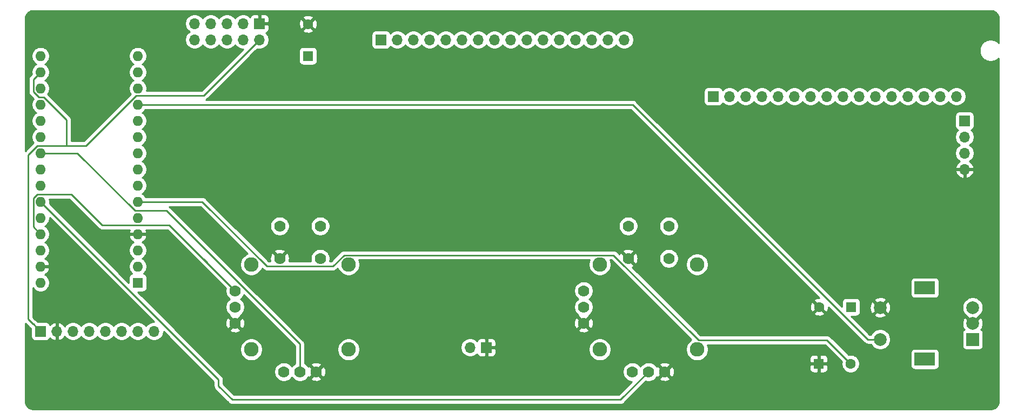
<source format=gbr>
%TF.GenerationSoftware,KiCad,Pcbnew,(5.1.7)-1*%
%TF.CreationDate,2020-12-08T13:51:12+10:00*%
%TF.ProjectId,Universal Controller Mk1,556e6976-6572-4736-916c-20436f6e7472,rev?*%
%TF.SameCoordinates,Original*%
%TF.FileFunction,Copper,L2,Bot*%
%TF.FilePolarity,Positive*%
%FSLAX46Y46*%
G04 Gerber Fmt 4.6, Leading zero omitted, Abs format (unit mm)*
G04 Created by KiCad (PCBNEW (5.1.7)-1) date 2020-12-08 13:51:12*
%MOMM*%
%LPD*%
G01*
G04 APERTURE LIST*
%TA.AperFunction,ComponentPad*%
%ADD10C,1.778000*%
%TD*%
%TA.AperFunction,ComponentPad*%
%ADD11C,2.286000*%
%TD*%
%TA.AperFunction,ComponentPad*%
%ADD12O,1.600000X1.600000*%
%TD*%
%TA.AperFunction,ComponentPad*%
%ADD13R,1.600000X1.600000*%
%TD*%
%TA.AperFunction,ComponentPad*%
%ADD14R,2.000000X2.000000*%
%TD*%
%TA.AperFunction,ComponentPad*%
%ADD15C,2.000000*%
%TD*%
%TA.AperFunction,ComponentPad*%
%ADD16R,3.200000X2.000000*%
%TD*%
%TA.AperFunction,ComponentPad*%
%ADD17C,1.600000*%
%TD*%
%TA.AperFunction,ComponentPad*%
%ADD18O,1.700000X1.700000*%
%TD*%
%TA.AperFunction,ComponentPad*%
%ADD19R,1.700000X1.700000*%
%TD*%
%TA.AperFunction,Conductor*%
%ADD20C,0.250000*%
%TD*%
%TA.AperFunction,Conductor*%
%ADD21C,0.254000*%
%TD*%
%TA.AperFunction,Conductor*%
%ADD22C,0.100000*%
%TD*%
G04 APERTURE END LIST*
D10*
%TO.P,U2,V3*%
%TO.N,GND*%
X106680000Y-99060000D03*
%TO.P,U2,V2*%
%TO.N,A2*%
X106680000Y-96520000D03*
%TO.P,U2,V1*%
%TO.N,5V*%
X106680000Y-93980000D03*
D11*
%TO.P,U2,S4*%
%TO.N,Net-(U2-PadS1)*%
X124460000Y-89852500D03*
%TO.P,U2,S3*%
X124460000Y-103187500D03*
%TO.P,U2,S2*%
X109220000Y-103187500D03*
%TO.P,U2,S1*%
X109220000Y-89852500D03*
D10*
%TO.P,U2,H3*%
%TO.N,GND*%
X119380000Y-106680000D03*
%TO.P,U2,H2*%
%TO.N,A3*%
X116840000Y-106680000D03*
%TO.P,U2,H1*%
%TO.N,5V*%
X114300000Y-106680000D03*
%TO.P,U2,B2B*%
%TO.N,N/C*%
X120015000Y-88900000D03*
%TO.P,U2,B2A*%
%TO.N,GND*%
X113665000Y-88900000D03*
%TO.P,U2,B1B*%
%TO.N,N/C*%
X120015000Y-83820000D03*
%TO.P,U2,B1A*%
%TO.N,D5*%
X113665000Y-83820000D03*
%TD*%
D12*
%TO.P,A1,16*%
%TO.N,D13*%
X76200000Y-57150000D03*
%TO.P,A1,15*%
%TO.N,D12*%
X91440000Y-57150000D03*
%TO.P,A1,30*%
%TO.N,VIN*%
X76200000Y-92710000D03*
%TO.P,A1,14*%
%TO.N,D11*%
X91440000Y-59690000D03*
%TO.P,A1,29*%
%TO.N,GND*%
X76200000Y-90170000D03*
%TO.P,A1,13*%
%TO.N,Net-(A1-Pad13)*%
X91440000Y-62230000D03*
%TO.P,A1,28*%
%TO.N,Net-(A1-Pad28)*%
X76200000Y-87630000D03*
%TO.P,A1,12*%
%TO.N,D9*%
X91440000Y-64770000D03*
%TO.P,A1,27*%
%TO.N,5V*%
X76200000Y-85090000D03*
%TO.P,A1,11*%
%TO.N,D8*%
X91440000Y-67310000D03*
%TO.P,A1,26*%
%TO.N,A7*%
X76200000Y-82550000D03*
%TO.P,A1,10*%
%TO.N,D7*%
X91440000Y-69850000D03*
%TO.P,A1,25*%
%TO.N,A6*%
X76200000Y-80010000D03*
%TO.P,A1,9*%
%TO.N,Net-(A1-Pad9)*%
X91440000Y-72390000D03*
%TO.P,A1,24*%
%TO.N,A5*%
X76200000Y-77470000D03*
%TO.P,A1,8*%
%TO.N,D5*%
X91440000Y-74930000D03*
%TO.P,A1,23*%
%TO.N,A4*%
X76200000Y-74930000D03*
%TO.P,A1,7*%
%TO.N,D4*%
X91440000Y-77470000D03*
%TO.P,A1,22*%
%TO.N,A3*%
X76200000Y-72390000D03*
%TO.P,A1,6*%
%TO.N,D3*%
X91440000Y-80010000D03*
%TO.P,A1,21*%
%TO.N,A2*%
X76200000Y-69850000D03*
%TO.P,A1,5*%
%TO.N,D2*%
X91440000Y-82550000D03*
%TO.P,A1,20*%
%TO.N,Net-(A1-Pad20)*%
X76200000Y-67310000D03*
%TO.P,A1,4*%
%TO.N,GND*%
X91440000Y-85090000D03*
%TO.P,A1,19*%
%TO.N,Net-(A1-Pad19)*%
X76200000Y-64770000D03*
%TO.P,A1,3*%
%TO.N,Net-(A1-Pad3)*%
X91440000Y-87630000D03*
%TO.P,A1,18*%
%TO.N,Net-(A1-Pad18)*%
X76200000Y-62230000D03*
%TO.P,A1,2*%
%TO.N,Net-(A1-Pad2)*%
X91440000Y-90170000D03*
%TO.P,A1,17*%
%TO.N,3V3*%
X76200000Y-59690000D03*
D13*
%TO.P,A1,1*%
%TO.N,Net-(A1-Pad1)*%
X91440000Y-92710000D03*
%TD*%
D14*
%TO.P,SW1,A*%
%TO.N,D3*%
X222250000Y-101600000D03*
D15*
%TO.P,SW1,C*%
%TO.N,GND*%
X222250000Y-99100000D03*
%TO.P,SW1,B*%
%TO.N,D2*%
X222250000Y-96600000D03*
D16*
%TO.P,SW1,MP*%
%TO.N,N/C*%
X214750000Y-104700000D03*
X214750000Y-93500000D03*
D15*
%TO.P,SW1,S2*%
%TO.N,D9*%
X207750000Y-101600000D03*
%TO.P,SW1,S1*%
%TO.N,GND*%
X207750000Y-96600000D03*
%TD*%
D17*
%TO.P,C1,2*%
%TO.N,D3*%
X203120000Y-105410000D03*
D13*
%TO.P,C1,1*%
%TO.N,GND*%
X198120000Y-105410000D03*
%TD*%
D17*
%TO.P,C2,2*%
%TO.N,GND*%
X198200000Y-96520000D03*
D13*
%TO.P,C2,1*%
%TO.N,D2*%
X203200000Y-96520000D03*
%TD*%
D17*
%TO.P,C3,2*%
%TO.N,GND*%
X118110000Y-52150000D03*
D13*
%TO.P,C3,1*%
%TO.N,3V3*%
X118110000Y-57150000D03*
%TD*%
D18*
%TO.P,J1,8*%
%TO.N,Net-(J1-Pad8)*%
X93980000Y-100330000D03*
%TO.P,J1,7*%
%TO.N,Net-(J1-Pad7)*%
X91440000Y-100330000D03*
%TO.P,J1,6*%
%TO.N,Net-(J1-Pad6)*%
X88900000Y-100330000D03*
%TO.P,J1,5*%
%TO.N,Net-(J1-Pad5)*%
X86360000Y-100330000D03*
%TO.P,J1,4*%
%TO.N,A4*%
X83820000Y-100330000D03*
%TO.P,J1,3*%
%TO.N,A5*%
X81280000Y-100330000D03*
%TO.P,J1,2*%
%TO.N,GND*%
X78740000Y-100330000D03*
D19*
%TO.P,J1,1*%
%TO.N,3V3*%
X76200000Y-100330000D03*
%TD*%
%TO.P,J3,1*%
%TO.N,A5*%
X220980000Y-67310000D03*
D18*
%TO.P,J3,2*%
%TO.N,A4*%
X220980000Y-69850000D03*
%TO.P,J3,3*%
%TO.N,5V*%
X220980000Y-72390000D03*
%TO.P,J3,4*%
%TO.N,GND*%
X220980000Y-74930000D03*
%TD*%
D19*
%TO.P,J4,1*%
%TO.N,Net-(J4-Pad1)*%
X181610000Y-63500000D03*
D18*
%TO.P,J4,2*%
%TO.N,Net-(J4-Pad2)*%
X184150000Y-63500000D03*
%TO.P,J4,3*%
%TO.N,Net-(J4-Pad3)*%
X186690000Y-63500000D03*
%TO.P,J4,4*%
%TO.N,Net-(J4-Pad4)*%
X189230000Y-63500000D03*
%TO.P,J4,5*%
%TO.N,Net-(J4-Pad5)*%
X191770000Y-63500000D03*
%TO.P,J4,6*%
%TO.N,Net-(J4-Pad6)*%
X194310000Y-63500000D03*
%TO.P,J4,7*%
%TO.N,Net-(J4-Pad7)*%
X196850000Y-63500000D03*
%TO.P,J4,8*%
%TO.N,Net-(J4-Pad8)*%
X199390000Y-63500000D03*
%TO.P,J4,9*%
%TO.N,Net-(J4-Pad9)*%
X201930000Y-63500000D03*
%TO.P,J4,10*%
%TO.N,Net-(J4-Pad10)*%
X204470000Y-63500000D03*
%TO.P,J4,11*%
%TO.N,Net-(J4-Pad11)*%
X207010000Y-63500000D03*
%TO.P,J4,12*%
%TO.N,Net-(J4-Pad12)*%
X209550000Y-63500000D03*
%TO.P,J4,13*%
%TO.N,Net-(J4-Pad13)*%
X212090000Y-63500000D03*
%TO.P,J4,14*%
%TO.N,Net-(J4-Pad14)*%
X214630000Y-63500000D03*
%TO.P,J4,15*%
%TO.N,Net-(J4-Pad15)*%
X217170000Y-63500000D03*
%TO.P,J4,16*%
%TO.N,Net-(J4-Pad16)*%
X219710000Y-63500000D03*
%TD*%
%TO.P,J5,16*%
%TO.N,Net-(J4-Pad16)*%
X167640000Y-54610000D03*
%TO.P,J5,15*%
%TO.N,Net-(J4-Pad15)*%
X165100000Y-54610000D03*
%TO.P,J5,14*%
%TO.N,Net-(J4-Pad14)*%
X162560000Y-54610000D03*
%TO.P,J5,13*%
%TO.N,Net-(J4-Pad13)*%
X160020000Y-54610000D03*
%TO.P,J5,12*%
%TO.N,Net-(J4-Pad12)*%
X157480000Y-54610000D03*
%TO.P,J5,11*%
%TO.N,Net-(J4-Pad11)*%
X154940000Y-54610000D03*
%TO.P,J5,10*%
%TO.N,Net-(J4-Pad10)*%
X152400000Y-54610000D03*
%TO.P,J5,9*%
%TO.N,Net-(J4-Pad9)*%
X149860000Y-54610000D03*
%TO.P,J5,8*%
%TO.N,Net-(J4-Pad8)*%
X147320000Y-54610000D03*
%TO.P,J5,7*%
%TO.N,Net-(J4-Pad7)*%
X144780000Y-54610000D03*
%TO.P,J5,6*%
%TO.N,Net-(J4-Pad6)*%
X142240000Y-54610000D03*
%TO.P,J5,5*%
%TO.N,Net-(J4-Pad5)*%
X139700000Y-54610000D03*
%TO.P,J5,4*%
%TO.N,Net-(J4-Pad4)*%
X137160000Y-54610000D03*
%TO.P,J5,3*%
%TO.N,Net-(J4-Pad3)*%
X134620000Y-54610000D03*
%TO.P,J5,2*%
%TO.N,Net-(J4-Pad2)*%
X132080000Y-54610000D03*
D19*
%TO.P,J5,1*%
%TO.N,Net-(J4-Pad1)*%
X129540000Y-54610000D03*
%TD*%
D18*
%TO.P,J6,2*%
%TO.N,VIN*%
X143510000Y-102870000D03*
D19*
%TO.P,J6,1*%
%TO.N,GND*%
X146050000Y-102870000D03*
%TD*%
D10*
%TO.P,U1,V3*%
%TO.N,GND*%
X161290000Y-99060000D03*
%TO.P,U1,V2*%
%TO.N,A7*%
X161290000Y-96520000D03*
%TO.P,U1,V1*%
%TO.N,5V*%
X161290000Y-93980000D03*
D11*
%TO.P,U1,S4*%
%TO.N,Net-(U1-PadS1)*%
X179070000Y-89852500D03*
%TO.P,U1,S3*%
X179070000Y-103187500D03*
%TO.P,U1,S2*%
X163830000Y-103187500D03*
%TO.P,U1,S1*%
X163830000Y-89852500D03*
D10*
%TO.P,U1,H3*%
%TO.N,GND*%
X173990000Y-106680000D03*
%TO.P,U1,H2*%
%TO.N,A6*%
X171450000Y-106680000D03*
%TO.P,U1,H1*%
%TO.N,5V*%
X168910000Y-106680000D03*
%TO.P,U1,B2B*%
%TO.N,N/C*%
X174625000Y-88900000D03*
%TO.P,U1,B2A*%
%TO.N,GND*%
X168275000Y-88900000D03*
%TO.P,U1,B1B*%
%TO.N,N/C*%
X174625000Y-83820000D03*
%TO.P,U1,B1A*%
%TO.N,D4*%
X168275000Y-83820000D03*
%TD*%
D18*
%TO.P,J2,10*%
%TO.N,N/C*%
X100330000Y-54610000D03*
%TO.P,J2,9*%
%TO.N,Net-(J2-Pad9)*%
X100330000Y-52070000D03*
%TO.P,J2,8*%
%TO.N,Net-(J2-Pad8)*%
X102870000Y-54610000D03*
%TO.P,J2,7*%
%TO.N,D12*%
X102870000Y-52070000D03*
%TO.P,J2,6*%
%TO.N,D11*%
X105410000Y-54610000D03*
%TO.P,J2,5*%
%TO.N,D13*%
X105410000Y-52070000D03*
%TO.P,J2,4*%
%TO.N,D8*%
X107950000Y-54610000D03*
%TO.P,J2,3*%
%TO.N,D7*%
X107950000Y-52070000D03*
%TO.P,J2,2*%
%TO.N,3V3*%
X110490000Y-54610000D03*
D19*
%TO.P,J2,1*%
%TO.N,GND*%
X110490000Y-52070000D03*
%TD*%
D20*
%TO.N,D3*%
X199429499Y-101719499D02*
X203120000Y-105410000D01*
X179297777Y-101719499D02*
X199429499Y-101719499D01*
X165962777Y-88384499D02*
X179297777Y-101719499D01*
X123755359Y-88384499D02*
X165962777Y-88384499D01*
X122025857Y-90114001D02*
X123755359Y-88384499D01*
X111654143Y-90114001D02*
X122025857Y-90114001D01*
X101550142Y-80010000D02*
X111654143Y-90114001D01*
X91440000Y-80010000D02*
X101550142Y-80010000D01*
%TO.N,A3*%
X116840000Y-102343278D02*
X116840000Y-106680000D01*
X95921721Y-81424999D02*
X116840000Y-102343278D01*
X91026199Y-81424999D02*
X95921721Y-81424999D01*
X81991200Y-72390000D02*
X91026199Y-81424999D01*
X76200000Y-72390000D02*
X81991200Y-72390000D01*
%TO.N,A6*%
X104084001Y-107894001D02*
X76200000Y-80010000D01*
X171450000Y-106680000D02*
X170706722Y-106680000D01*
X104084001Y-107894001D02*
X104084001Y-108910001D01*
X104084001Y-108910001D02*
X106222800Y-111048800D01*
X167081200Y-111048800D02*
X171450000Y-106680000D01*
X106222800Y-111048800D02*
X167081200Y-111048800D01*
%TO.N,D9*%
X168967002Y-64770000D02*
X91440000Y-64770000D01*
X205797002Y-101600000D02*
X168967002Y-64770000D01*
X207750000Y-101600000D02*
X205797002Y-101600000D01*
%TO.N,3V3*%
X101744999Y-63355001D02*
X110490000Y-54610000D01*
X91189997Y-63355001D02*
X101744999Y-63355001D01*
X83279999Y-71264999D02*
X91189997Y-63355001D01*
X76200000Y-100330000D02*
X75074999Y-99204999D01*
X76740001Y-63644999D02*
X80256599Y-67161597D01*
X75949997Y-63644999D02*
X76740001Y-63644999D01*
X75074999Y-62770001D02*
X75949997Y-63644999D01*
X75074999Y-60815001D02*
X75074999Y-62770001D01*
X76200000Y-59690000D02*
X75074999Y-60815001D01*
X80256599Y-71264999D02*
X83279999Y-71264999D01*
X80256599Y-67161597D02*
X80256599Y-71264999D01*
X75659999Y-71264999D02*
X80256599Y-71264999D01*
X75074999Y-99204999D02*
X74973399Y-99204999D01*
X74973399Y-99204999D02*
X74218800Y-98450400D01*
X74218800Y-72706198D02*
X75342099Y-71582899D01*
X74218800Y-98450400D02*
X74218800Y-72706198D01*
X75342099Y-71582899D02*
X75659999Y-71264999D01*
X75074999Y-71849999D02*
X75342099Y-71582899D01*
%TO.N,5V*%
X75659999Y-78884999D02*
X81029997Y-78884999D01*
X75074999Y-79469999D02*
X75659999Y-78884999D01*
X101744999Y-89044999D02*
X106680000Y-93980000D01*
X75074999Y-83964999D02*
X75074999Y-79469999D01*
X76200000Y-85090000D02*
X75074999Y-83964999D01*
X96375001Y-83675001D02*
X106680000Y-93980000D01*
X85819999Y-83675001D02*
X96375001Y-83675001D01*
X81029997Y-78884999D02*
X85819999Y-83675001D01*
%TD*%
D21*
%TO.N,GND*%
X225449630Y-50098785D02*
X225690521Y-50206050D01*
X225903793Y-50360945D01*
X226080100Y-50556792D01*
X226211947Y-50785113D01*
X226293400Y-51035837D01*
X226325001Y-51336524D01*
X226325001Y-55110752D01*
X226299651Y-55082570D01*
X226274621Y-55049534D01*
X226224323Y-55004877D01*
X226174695Y-54959553D01*
X226139227Y-54938112D01*
X226019732Y-54851373D01*
X225988796Y-54824595D01*
X225929885Y-54791089D01*
X225871413Y-54756852D01*
X225832749Y-54743463D01*
X225698088Y-54683497D01*
X225662102Y-54663648D01*
X225597669Y-54643171D01*
X225533547Y-54621867D01*
X225492774Y-54616767D01*
X225348454Y-54586078D01*
X225309085Y-54574135D01*
X225241815Y-54567510D01*
X225174735Y-54560009D01*
X225133758Y-54563500D01*
X224986141Y-54563500D01*
X224945164Y-54560009D01*
X224878076Y-54567510D01*
X224810815Y-54574135D01*
X224771447Y-54586077D01*
X224627054Y-54616783D01*
X224586212Y-54621899D01*
X224522165Y-54643192D01*
X224457798Y-54663648D01*
X224421750Y-54683531D01*
X224287180Y-54743488D01*
X224248587Y-54756852D01*
X224190064Y-54791119D01*
X224131088Y-54824677D01*
X224100211Y-54851414D01*
X223980883Y-54938033D01*
X223945514Y-54959397D01*
X223895738Y-55004823D01*
X223845379Y-55049534D01*
X223820430Y-55082464D01*
X223721562Y-55192301D01*
X223691584Y-55220383D01*
X223652212Y-55275336D01*
X223612123Y-55329778D01*
X223594687Y-55366973D01*
X223520954Y-55494707D01*
X223497429Y-55528477D01*
X223470381Y-55590353D01*
X223442520Y-55651857D01*
X223433178Y-55691938D01*
X223387631Y-55832228D01*
X223371710Y-55869942D01*
X223358043Y-55936305D01*
X223343544Y-56002463D01*
X223342750Y-56043387D01*
X223327305Y-56190044D01*
X223319532Y-56230537D01*
X223319984Y-56297990D01*
X223319529Y-56365426D01*
X223327299Y-56405917D01*
X223342754Y-56552736D01*
X223343556Y-56593745D01*
X223358060Y-56659877D01*
X223371699Y-56726123D01*
X223387646Y-56763904D01*
X223433192Y-56904121D01*
X223442520Y-56944143D01*
X223470388Y-57005661D01*
X223497482Y-57067618D01*
X223520981Y-57101341D01*
X223594687Y-57229027D01*
X223612123Y-57266222D01*
X223652212Y-57320664D01*
X223691584Y-57375617D01*
X223721562Y-57403699D01*
X223820331Y-57513427D01*
X223845186Y-57546258D01*
X223895662Y-57591108D01*
X223945514Y-57636603D01*
X223980757Y-57657892D01*
X224100234Y-57744688D01*
X224131350Y-57771608D01*
X224190067Y-57804984D01*
X224248328Y-57839128D01*
X224287200Y-57852606D01*
X224421890Y-57912546D01*
X224457798Y-57932352D01*
X224522290Y-57952847D01*
X224586526Y-57974173D01*
X224627220Y-57979253D01*
X224771447Y-58009923D01*
X224810815Y-58021865D01*
X224878076Y-58028490D01*
X224945164Y-58035991D01*
X224986141Y-58032500D01*
X225133758Y-58032500D01*
X225174735Y-58035991D01*
X225241815Y-58028490D01*
X225309085Y-58021865D01*
X225348454Y-58009922D01*
X225492613Y-57979267D01*
X225533234Y-57974204D01*
X225597546Y-57952868D01*
X225662102Y-57932352D01*
X225697945Y-57912582D01*
X225832726Y-57852632D01*
X225871672Y-57839129D01*
X225929890Y-57805010D01*
X225988533Y-57771691D01*
X226019711Y-57744727D01*
X226139347Y-57657815D01*
X226174695Y-57636447D01*
X226224421Y-57591034D01*
X226274814Y-57546258D01*
X226299750Y-57513320D01*
X226325001Y-57485248D01*
X226325000Y-111259486D01*
X226293400Y-111560163D01*
X226211947Y-111810887D01*
X226080100Y-112039208D01*
X225903793Y-112235055D01*
X225690521Y-112389950D01*
X225449630Y-112497215D01*
X225191783Y-112552000D01*
X74928217Y-112552000D01*
X74670369Y-112497215D01*
X74429483Y-112389952D01*
X74216205Y-112235053D01*
X74039901Y-112039209D01*
X73908054Y-111810889D01*
X73826600Y-111560163D01*
X73795000Y-111259486D01*
X73795000Y-99101401D01*
X74409600Y-99716001D01*
X74433398Y-99745000D01*
X74462396Y-99768798D01*
X74549122Y-99839973D01*
X74655516Y-99896842D01*
X74681152Y-99910545D01*
X74711928Y-99919881D01*
X74711928Y-101180000D01*
X74724188Y-101304482D01*
X74760498Y-101424180D01*
X74819463Y-101534494D01*
X74898815Y-101631185D01*
X74995506Y-101710537D01*
X75105820Y-101769502D01*
X75225518Y-101805812D01*
X75350000Y-101818072D01*
X77050000Y-101818072D01*
X77174482Y-101805812D01*
X77294180Y-101769502D01*
X77404494Y-101710537D01*
X77501185Y-101631185D01*
X77580537Y-101534494D01*
X77639502Y-101424180D01*
X77663966Y-101343534D01*
X77739731Y-101427588D01*
X77973080Y-101601641D01*
X78235901Y-101726825D01*
X78383110Y-101771476D01*
X78613000Y-101650155D01*
X78613000Y-100457000D01*
X78593000Y-100457000D01*
X78593000Y-100203000D01*
X78613000Y-100203000D01*
X78613000Y-99009845D01*
X78383110Y-98888524D01*
X78235901Y-98933175D01*
X77973080Y-99058359D01*
X77739731Y-99232412D01*
X77663966Y-99316466D01*
X77639502Y-99235820D01*
X77580537Y-99125506D01*
X77501185Y-99028815D01*
X77404494Y-98949463D01*
X77294180Y-98890498D01*
X77174482Y-98854188D01*
X77050000Y-98841928D01*
X75786729Y-98841928D01*
X75638803Y-98694001D01*
X75615000Y-98664998D01*
X75499275Y-98570025D01*
X75367246Y-98499453D01*
X75331947Y-98488745D01*
X74978800Y-98135599D01*
X74978800Y-93465276D01*
X75085363Y-93624759D01*
X75285241Y-93824637D01*
X75520273Y-93981680D01*
X75781426Y-94089853D01*
X76058665Y-94145000D01*
X76341335Y-94145000D01*
X76618574Y-94089853D01*
X76879727Y-93981680D01*
X77114759Y-93824637D01*
X77314637Y-93624759D01*
X77471680Y-93389727D01*
X77579853Y-93128574D01*
X77635000Y-92851335D01*
X77635000Y-92568665D01*
X77579853Y-92291426D01*
X77471680Y-92030273D01*
X77314637Y-91795241D01*
X77114759Y-91595363D01*
X76879727Y-91438320D01*
X76869135Y-91433933D01*
X77055131Y-91322385D01*
X77263519Y-91133414D01*
X77431037Y-90907420D01*
X77551246Y-90653087D01*
X77591904Y-90519039D01*
X77469915Y-90297000D01*
X76327000Y-90297000D01*
X76327000Y-90317000D01*
X76073000Y-90317000D01*
X76073000Y-90297000D01*
X76053000Y-90297000D01*
X76053000Y-90043000D01*
X76073000Y-90043000D01*
X76073000Y-90023000D01*
X76327000Y-90023000D01*
X76327000Y-90043000D01*
X77469915Y-90043000D01*
X77591904Y-89820961D01*
X77551246Y-89686913D01*
X77431037Y-89432580D01*
X77263519Y-89206586D01*
X77055131Y-89017615D01*
X76869135Y-88906067D01*
X76879727Y-88901680D01*
X77114759Y-88744637D01*
X77314637Y-88544759D01*
X77471680Y-88309727D01*
X77579853Y-88048574D01*
X77635000Y-87771335D01*
X77635000Y-87488665D01*
X77579853Y-87211426D01*
X77471680Y-86950273D01*
X77314637Y-86715241D01*
X77114759Y-86515363D01*
X76882241Y-86360000D01*
X77114759Y-86204637D01*
X77314637Y-86004759D01*
X77471680Y-85769727D01*
X77579853Y-85508574D01*
X77635000Y-85231335D01*
X77635000Y-84948665D01*
X77579853Y-84671426D01*
X77471680Y-84410273D01*
X77314637Y-84175241D01*
X77114759Y-83975363D01*
X76882241Y-83820000D01*
X77114759Y-83664637D01*
X77314637Y-83464759D01*
X77471680Y-83229727D01*
X77579853Y-82968574D01*
X77635000Y-82691335D01*
X77635000Y-82519801D01*
X93960198Y-98845000D01*
X93833740Y-98845000D01*
X93546842Y-98902068D01*
X93276589Y-99014010D01*
X93033368Y-99176525D01*
X92826525Y-99383368D01*
X92710000Y-99557760D01*
X92593475Y-99383368D01*
X92386632Y-99176525D01*
X92143411Y-99014010D01*
X91873158Y-98902068D01*
X91586260Y-98845000D01*
X91293740Y-98845000D01*
X91006842Y-98902068D01*
X90736589Y-99014010D01*
X90493368Y-99176525D01*
X90286525Y-99383368D01*
X90170000Y-99557760D01*
X90053475Y-99383368D01*
X89846632Y-99176525D01*
X89603411Y-99014010D01*
X89333158Y-98902068D01*
X89046260Y-98845000D01*
X88753740Y-98845000D01*
X88466842Y-98902068D01*
X88196589Y-99014010D01*
X87953368Y-99176525D01*
X87746525Y-99383368D01*
X87630000Y-99557760D01*
X87513475Y-99383368D01*
X87306632Y-99176525D01*
X87063411Y-99014010D01*
X86793158Y-98902068D01*
X86506260Y-98845000D01*
X86213740Y-98845000D01*
X85926842Y-98902068D01*
X85656589Y-99014010D01*
X85413368Y-99176525D01*
X85206525Y-99383368D01*
X85090000Y-99557760D01*
X84973475Y-99383368D01*
X84766632Y-99176525D01*
X84523411Y-99014010D01*
X84253158Y-98902068D01*
X83966260Y-98845000D01*
X83673740Y-98845000D01*
X83386842Y-98902068D01*
X83116589Y-99014010D01*
X82873368Y-99176525D01*
X82666525Y-99383368D01*
X82550000Y-99557760D01*
X82433475Y-99383368D01*
X82226632Y-99176525D01*
X81983411Y-99014010D01*
X81713158Y-98902068D01*
X81426260Y-98845000D01*
X81133740Y-98845000D01*
X80846842Y-98902068D01*
X80576589Y-99014010D01*
X80333368Y-99176525D01*
X80126525Y-99383368D01*
X80004805Y-99565534D01*
X79935178Y-99448645D01*
X79740269Y-99232412D01*
X79506920Y-99058359D01*
X79244099Y-98933175D01*
X79096890Y-98888524D01*
X78867000Y-99009845D01*
X78867000Y-100203000D01*
X78887000Y-100203000D01*
X78887000Y-100457000D01*
X78867000Y-100457000D01*
X78867000Y-101650155D01*
X79096890Y-101771476D01*
X79244099Y-101726825D01*
X79506920Y-101601641D01*
X79740269Y-101427588D01*
X79935178Y-101211355D01*
X80004805Y-101094466D01*
X80126525Y-101276632D01*
X80333368Y-101483475D01*
X80576589Y-101645990D01*
X80846842Y-101757932D01*
X81133740Y-101815000D01*
X81426260Y-101815000D01*
X81713158Y-101757932D01*
X81983411Y-101645990D01*
X82226632Y-101483475D01*
X82433475Y-101276632D01*
X82550000Y-101102240D01*
X82666525Y-101276632D01*
X82873368Y-101483475D01*
X83116589Y-101645990D01*
X83386842Y-101757932D01*
X83673740Y-101815000D01*
X83966260Y-101815000D01*
X84253158Y-101757932D01*
X84523411Y-101645990D01*
X84766632Y-101483475D01*
X84973475Y-101276632D01*
X85090000Y-101102240D01*
X85206525Y-101276632D01*
X85413368Y-101483475D01*
X85656589Y-101645990D01*
X85926842Y-101757932D01*
X86213740Y-101815000D01*
X86506260Y-101815000D01*
X86793158Y-101757932D01*
X87063411Y-101645990D01*
X87306632Y-101483475D01*
X87513475Y-101276632D01*
X87630000Y-101102240D01*
X87746525Y-101276632D01*
X87953368Y-101483475D01*
X88196589Y-101645990D01*
X88466842Y-101757932D01*
X88753740Y-101815000D01*
X89046260Y-101815000D01*
X89333158Y-101757932D01*
X89603411Y-101645990D01*
X89846632Y-101483475D01*
X90053475Y-101276632D01*
X90170000Y-101102240D01*
X90286525Y-101276632D01*
X90493368Y-101483475D01*
X90736589Y-101645990D01*
X91006842Y-101757932D01*
X91293740Y-101815000D01*
X91586260Y-101815000D01*
X91873158Y-101757932D01*
X92143411Y-101645990D01*
X92386632Y-101483475D01*
X92593475Y-101276632D01*
X92710000Y-101102240D01*
X92826525Y-101276632D01*
X93033368Y-101483475D01*
X93276589Y-101645990D01*
X93546842Y-101757932D01*
X93833740Y-101815000D01*
X94126260Y-101815000D01*
X94413158Y-101757932D01*
X94683411Y-101645990D01*
X94926632Y-101483475D01*
X95133475Y-101276632D01*
X95295990Y-101033411D01*
X95407932Y-100763158D01*
X95465000Y-100476260D01*
X95465000Y-100349802D01*
X103324001Y-108208804D01*
X103324002Y-108872669D01*
X103320325Y-108910001D01*
X103334999Y-109058986D01*
X103378455Y-109202247D01*
X103449027Y-109334277D01*
X103520202Y-109421003D01*
X103544001Y-109450002D01*
X103572999Y-109473800D01*
X105659001Y-111559803D01*
X105682799Y-111588801D01*
X105785252Y-111672882D01*
X105798524Y-111683774D01*
X105930553Y-111754346D01*
X106073814Y-111797803D01*
X106222800Y-111812477D01*
X106260133Y-111808800D01*
X167043878Y-111808800D01*
X167081200Y-111812476D01*
X167118522Y-111808800D01*
X167118533Y-111808800D01*
X167230186Y-111797803D01*
X167373447Y-111754346D01*
X167505476Y-111683774D01*
X167621201Y-111588801D01*
X167645004Y-111559797D01*
X171050425Y-108154377D01*
X171299899Y-108204000D01*
X171600101Y-108204000D01*
X171894534Y-108145434D01*
X172171885Y-108030551D01*
X172421493Y-107863768D01*
X172549030Y-107736231D01*
X173113374Y-107736231D01*
X173195727Y-107989289D01*
X173466418Y-108119086D01*
X173757230Y-108193580D01*
X174056988Y-108209908D01*
X174354171Y-108167443D01*
X174637359Y-108067816D01*
X174784273Y-107989289D01*
X174866626Y-107736231D01*
X173990000Y-106859605D01*
X173113374Y-107736231D01*
X172549030Y-107736231D01*
X172633768Y-107651493D01*
X172739417Y-107493378D01*
X172933769Y-107556626D01*
X173810395Y-106680000D01*
X174169605Y-106680000D01*
X175046231Y-107556626D01*
X175299289Y-107474273D01*
X175429086Y-107203582D01*
X175503580Y-106912770D01*
X175519908Y-106613012D01*
X175477443Y-106315829D01*
X175440212Y-106210000D01*
X196681928Y-106210000D01*
X196694188Y-106334482D01*
X196730498Y-106454180D01*
X196789463Y-106564494D01*
X196868815Y-106661185D01*
X196965506Y-106740537D01*
X197075820Y-106799502D01*
X197195518Y-106835812D01*
X197320000Y-106848072D01*
X197834250Y-106845000D01*
X197993000Y-106686250D01*
X197993000Y-105537000D01*
X198247000Y-105537000D01*
X198247000Y-106686250D01*
X198405750Y-106845000D01*
X198920000Y-106848072D01*
X199044482Y-106835812D01*
X199164180Y-106799502D01*
X199274494Y-106740537D01*
X199371185Y-106661185D01*
X199450537Y-106564494D01*
X199509502Y-106454180D01*
X199545812Y-106334482D01*
X199558072Y-106210000D01*
X199555000Y-105695750D01*
X199396250Y-105537000D01*
X198247000Y-105537000D01*
X197993000Y-105537000D01*
X196843750Y-105537000D01*
X196685000Y-105695750D01*
X196681928Y-106210000D01*
X175440212Y-106210000D01*
X175377816Y-106032641D01*
X175299289Y-105885727D01*
X175046231Y-105803374D01*
X174169605Y-106680000D01*
X173810395Y-106680000D01*
X172933769Y-105803374D01*
X172739417Y-105866622D01*
X172633768Y-105708507D01*
X172549030Y-105623769D01*
X173113374Y-105623769D01*
X173990000Y-106500395D01*
X174866626Y-105623769D01*
X174784273Y-105370711D01*
X174513582Y-105240914D01*
X174222770Y-105166420D01*
X173923012Y-105150092D01*
X173625829Y-105192557D01*
X173342641Y-105292184D01*
X173195727Y-105370711D01*
X173113374Y-105623769D01*
X172549030Y-105623769D01*
X172421493Y-105496232D01*
X172171885Y-105329449D01*
X171894534Y-105214566D01*
X171600101Y-105156000D01*
X171299899Y-105156000D01*
X171005466Y-105214566D01*
X170728115Y-105329449D01*
X170478507Y-105496232D01*
X170266232Y-105708507D01*
X170180000Y-105837562D01*
X170093768Y-105708507D01*
X169881493Y-105496232D01*
X169631885Y-105329449D01*
X169354534Y-105214566D01*
X169060101Y-105156000D01*
X168759899Y-105156000D01*
X168465466Y-105214566D01*
X168188115Y-105329449D01*
X167938507Y-105496232D01*
X167726232Y-105708507D01*
X167559449Y-105958115D01*
X167444566Y-106235466D01*
X167386000Y-106529899D01*
X167386000Y-106830101D01*
X167444566Y-107124534D01*
X167559449Y-107401885D01*
X167726232Y-107651493D01*
X167938507Y-107863768D01*
X168188115Y-108030551D01*
X168465466Y-108145434D01*
X168759899Y-108204000D01*
X168851198Y-108204000D01*
X166766399Y-110288800D01*
X106537602Y-110288800D01*
X104844001Y-108595200D01*
X104844001Y-107931323D01*
X104847677Y-107894000D01*
X104844001Y-107856677D01*
X104844001Y-107856668D01*
X104833004Y-107745015D01*
X104789547Y-107601754D01*
X104718975Y-107469725D01*
X104694580Y-107440000D01*
X104647800Y-107382997D01*
X104647796Y-107382993D01*
X104624002Y-107354000D01*
X104595011Y-107330208D01*
X100277185Y-103012382D01*
X107442000Y-103012382D01*
X107442000Y-103362618D01*
X107510328Y-103706123D01*
X107644357Y-104029699D01*
X107838937Y-104320909D01*
X108086591Y-104568563D01*
X108377801Y-104763143D01*
X108701377Y-104897172D01*
X109044882Y-104965500D01*
X109395118Y-104965500D01*
X109738623Y-104897172D01*
X110062199Y-104763143D01*
X110353409Y-104568563D01*
X110601063Y-104320909D01*
X110795643Y-104029699D01*
X110929672Y-103706123D01*
X110998000Y-103362618D01*
X110998000Y-103012382D01*
X110929672Y-102668877D01*
X110795643Y-102345301D01*
X110601063Y-102054091D01*
X110353409Y-101806437D01*
X110062199Y-101611857D01*
X109738623Y-101477828D01*
X109395118Y-101409500D01*
X109044882Y-101409500D01*
X108701377Y-101477828D01*
X108377801Y-101611857D01*
X108086591Y-101806437D01*
X107838937Y-102054091D01*
X107644357Y-102345301D01*
X107510328Y-102668877D01*
X107442000Y-103012382D01*
X100277185Y-103012382D01*
X97381034Y-100116231D01*
X105803374Y-100116231D01*
X105885727Y-100369289D01*
X106156418Y-100499086D01*
X106447230Y-100573580D01*
X106746988Y-100589908D01*
X107044171Y-100547443D01*
X107327359Y-100447816D01*
X107474273Y-100369289D01*
X107556626Y-100116231D01*
X106680000Y-99239605D01*
X105803374Y-100116231D01*
X97381034Y-100116231D01*
X96391791Y-99126988D01*
X105150092Y-99126988D01*
X105192557Y-99424171D01*
X105292184Y-99707359D01*
X105370711Y-99854273D01*
X105623769Y-99936626D01*
X106500395Y-99060000D01*
X106859605Y-99060000D01*
X107736231Y-99936626D01*
X107989289Y-99854273D01*
X108119086Y-99583582D01*
X108193580Y-99292770D01*
X108209908Y-98993012D01*
X108167443Y-98695829D01*
X108067816Y-98412641D01*
X107989289Y-98265727D01*
X107736231Y-98183374D01*
X106859605Y-99060000D01*
X106500395Y-99060000D01*
X105623769Y-98183374D01*
X105370711Y-98265727D01*
X105240914Y-98536418D01*
X105166420Y-98827230D01*
X105150092Y-99126988D01*
X96391791Y-99126988D01*
X91412874Y-94148072D01*
X92240000Y-94148072D01*
X92364482Y-94135812D01*
X92484180Y-94099502D01*
X92594494Y-94040537D01*
X92691185Y-93961185D01*
X92770537Y-93864494D01*
X92829502Y-93754180D01*
X92865812Y-93634482D01*
X92878072Y-93510000D01*
X92878072Y-91910000D01*
X92865812Y-91785518D01*
X92829502Y-91665820D01*
X92770537Y-91555506D01*
X92691185Y-91458815D01*
X92594494Y-91379463D01*
X92484180Y-91320498D01*
X92364482Y-91284188D01*
X92356039Y-91283357D01*
X92554637Y-91084759D01*
X92711680Y-90849727D01*
X92819853Y-90588574D01*
X92875000Y-90311335D01*
X92875000Y-90028665D01*
X92819853Y-89751426D01*
X92711680Y-89490273D01*
X92554637Y-89255241D01*
X92354759Y-89055363D01*
X92122241Y-88900000D01*
X92354759Y-88744637D01*
X92554637Y-88544759D01*
X92711680Y-88309727D01*
X92819853Y-88048574D01*
X92875000Y-87771335D01*
X92875000Y-87488665D01*
X92819853Y-87211426D01*
X92711680Y-86950273D01*
X92554637Y-86715241D01*
X92354759Y-86515363D01*
X92119727Y-86358320D01*
X92109135Y-86353933D01*
X92295131Y-86242385D01*
X92503519Y-86053414D01*
X92671037Y-85827420D01*
X92791246Y-85573087D01*
X92831904Y-85439039D01*
X92709915Y-85217000D01*
X91567000Y-85217000D01*
X91567000Y-85237000D01*
X91313000Y-85237000D01*
X91313000Y-85217000D01*
X90170085Y-85217000D01*
X90048096Y-85439039D01*
X90088754Y-85573087D01*
X90208963Y-85827420D01*
X90376481Y-86053414D01*
X90584869Y-86242385D01*
X90770865Y-86353933D01*
X90760273Y-86358320D01*
X90525241Y-86515363D01*
X90325363Y-86715241D01*
X90168320Y-86950273D01*
X90060147Y-87211426D01*
X90005000Y-87488665D01*
X90005000Y-87771335D01*
X90060147Y-88048574D01*
X90168320Y-88309727D01*
X90325363Y-88544759D01*
X90525241Y-88744637D01*
X90757759Y-88900000D01*
X90525241Y-89055363D01*
X90325363Y-89255241D01*
X90168320Y-89490273D01*
X90060147Y-89751426D01*
X90005000Y-90028665D01*
X90005000Y-90311335D01*
X90060147Y-90588574D01*
X90168320Y-90849727D01*
X90325363Y-91084759D01*
X90523961Y-91283357D01*
X90515518Y-91284188D01*
X90395820Y-91320498D01*
X90285506Y-91379463D01*
X90188815Y-91458815D01*
X90109463Y-91555506D01*
X90050498Y-91665820D01*
X90014188Y-91785518D01*
X90001928Y-91910000D01*
X90001928Y-92737126D01*
X77598688Y-80333887D01*
X77635000Y-80151335D01*
X77635000Y-79868665D01*
X77590509Y-79644999D01*
X80715196Y-79644999D01*
X85256199Y-84186003D01*
X85279998Y-84215002D01*
X85395723Y-84309975D01*
X85527752Y-84380547D01*
X85671013Y-84424004D01*
X85782666Y-84435001D01*
X85782674Y-84435001D01*
X85819999Y-84438677D01*
X85857324Y-84435001D01*
X90170007Y-84435001D01*
X90088754Y-84606913D01*
X90048096Y-84740961D01*
X90170085Y-84963000D01*
X91313000Y-84963000D01*
X91313000Y-84943000D01*
X91567000Y-84943000D01*
X91567000Y-84963000D01*
X92709915Y-84963000D01*
X92831904Y-84740961D01*
X92791246Y-84606913D01*
X92709993Y-84435001D01*
X96060200Y-84435001D01*
X103770704Y-92145506D01*
X105205623Y-93580425D01*
X105156000Y-93829899D01*
X105156000Y-94130101D01*
X105214566Y-94424534D01*
X105329449Y-94701885D01*
X105496232Y-94951493D01*
X105708507Y-95163768D01*
X105837562Y-95250000D01*
X105708507Y-95336232D01*
X105496232Y-95548507D01*
X105329449Y-95798115D01*
X105214566Y-96075466D01*
X105156000Y-96369899D01*
X105156000Y-96670101D01*
X105214566Y-96964534D01*
X105329449Y-97241885D01*
X105496232Y-97491493D01*
X105708507Y-97703768D01*
X105866622Y-97809417D01*
X105803374Y-98003769D01*
X106680000Y-98880395D01*
X107556626Y-98003769D01*
X107493378Y-97809417D01*
X107651493Y-97703768D01*
X107863768Y-97491493D01*
X108030551Y-97241885D01*
X108145434Y-96964534D01*
X108204000Y-96670101D01*
X108204000Y-96369899D01*
X108145434Y-96075466D01*
X108030551Y-95798115D01*
X107863768Y-95548507D01*
X107651493Y-95336232D01*
X107522438Y-95250000D01*
X107651493Y-95163768D01*
X107863768Y-94951493D01*
X108030551Y-94701885D01*
X108057865Y-94635944D01*
X116080000Y-102658080D01*
X116080001Y-105354916D01*
X115868507Y-105496232D01*
X115656232Y-105708507D01*
X115570000Y-105837562D01*
X115483768Y-105708507D01*
X115271493Y-105496232D01*
X115021885Y-105329449D01*
X114744534Y-105214566D01*
X114450101Y-105156000D01*
X114149899Y-105156000D01*
X113855466Y-105214566D01*
X113578115Y-105329449D01*
X113328507Y-105496232D01*
X113116232Y-105708507D01*
X112949449Y-105958115D01*
X112834566Y-106235466D01*
X112776000Y-106529899D01*
X112776000Y-106830101D01*
X112834566Y-107124534D01*
X112949449Y-107401885D01*
X113116232Y-107651493D01*
X113328507Y-107863768D01*
X113578115Y-108030551D01*
X113855466Y-108145434D01*
X114149899Y-108204000D01*
X114450101Y-108204000D01*
X114744534Y-108145434D01*
X115021885Y-108030551D01*
X115271493Y-107863768D01*
X115483768Y-107651493D01*
X115570000Y-107522438D01*
X115656232Y-107651493D01*
X115868507Y-107863768D01*
X116118115Y-108030551D01*
X116395466Y-108145434D01*
X116689899Y-108204000D01*
X116990101Y-108204000D01*
X117284534Y-108145434D01*
X117561885Y-108030551D01*
X117811493Y-107863768D01*
X117939030Y-107736231D01*
X118503374Y-107736231D01*
X118585727Y-107989289D01*
X118856418Y-108119086D01*
X119147230Y-108193580D01*
X119446988Y-108209908D01*
X119744171Y-108167443D01*
X120027359Y-108067816D01*
X120174273Y-107989289D01*
X120256626Y-107736231D01*
X119380000Y-106859605D01*
X118503374Y-107736231D01*
X117939030Y-107736231D01*
X118023768Y-107651493D01*
X118129417Y-107493378D01*
X118323769Y-107556626D01*
X119200395Y-106680000D01*
X119559605Y-106680000D01*
X120436231Y-107556626D01*
X120689289Y-107474273D01*
X120819086Y-107203582D01*
X120893580Y-106912770D01*
X120909908Y-106613012D01*
X120867443Y-106315829D01*
X120767816Y-106032641D01*
X120689289Y-105885727D01*
X120436231Y-105803374D01*
X119559605Y-106680000D01*
X119200395Y-106680000D01*
X118323769Y-105803374D01*
X118129417Y-105866622D01*
X118023768Y-105708507D01*
X117939030Y-105623769D01*
X118503374Y-105623769D01*
X119380000Y-106500395D01*
X120256626Y-105623769D01*
X120174273Y-105370711D01*
X119903582Y-105240914D01*
X119612770Y-105166420D01*
X119313012Y-105150092D01*
X119015829Y-105192557D01*
X118732641Y-105292184D01*
X118585727Y-105370711D01*
X118503374Y-105623769D01*
X117939030Y-105623769D01*
X117811493Y-105496232D01*
X117600000Y-105354917D01*
X117600000Y-103012382D01*
X122682000Y-103012382D01*
X122682000Y-103362618D01*
X122750328Y-103706123D01*
X122884357Y-104029699D01*
X123078937Y-104320909D01*
X123326591Y-104568563D01*
X123617801Y-104763143D01*
X123941377Y-104897172D01*
X124284882Y-104965500D01*
X124635118Y-104965500D01*
X124978623Y-104897172D01*
X125302199Y-104763143D01*
X125593409Y-104568563D01*
X125841063Y-104320909D01*
X126035643Y-104029699D01*
X126169672Y-103706123D01*
X126238000Y-103362618D01*
X126238000Y-103012382D01*
X126180586Y-102723740D01*
X142025000Y-102723740D01*
X142025000Y-103016260D01*
X142082068Y-103303158D01*
X142194010Y-103573411D01*
X142356525Y-103816632D01*
X142563368Y-104023475D01*
X142806589Y-104185990D01*
X143076842Y-104297932D01*
X143363740Y-104355000D01*
X143656260Y-104355000D01*
X143943158Y-104297932D01*
X144213411Y-104185990D01*
X144456632Y-104023475D01*
X144588487Y-103891620D01*
X144610498Y-103964180D01*
X144669463Y-104074494D01*
X144748815Y-104171185D01*
X144845506Y-104250537D01*
X144955820Y-104309502D01*
X145075518Y-104345812D01*
X145200000Y-104358072D01*
X145764250Y-104355000D01*
X145923000Y-104196250D01*
X145923000Y-102997000D01*
X146177000Y-102997000D01*
X146177000Y-104196250D01*
X146335750Y-104355000D01*
X146900000Y-104358072D01*
X147024482Y-104345812D01*
X147144180Y-104309502D01*
X147254494Y-104250537D01*
X147351185Y-104171185D01*
X147430537Y-104074494D01*
X147489502Y-103964180D01*
X147525812Y-103844482D01*
X147538072Y-103720000D01*
X147535000Y-103155750D01*
X147391632Y-103012382D01*
X162052000Y-103012382D01*
X162052000Y-103362618D01*
X162120328Y-103706123D01*
X162254357Y-104029699D01*
X162448937Y-104320909D01*
X162696591Y-104568563D01*
X162987801Y-104763143D01*
X163311377Y-104897172D01*
X163654882Y-104965500D01*
X164005118Y-104965500D01*
X164348623Y-104897172D01*
X164672199Y-104763143D01*
X164963409Y-104568563D01*
X165211063Y-104320909D01*
X165405643Y-104029699D01*
X165539672Y-103706123D01*
X165608000Y-103362618D01*
X165608000Y-103012382D01*
X165539672Y-102668877D01*
X165405643Y-102345301D01*
X165211063Y-102054091D01*
X164963409Y-101806437D01*
X164672199Y-101611857D01*
X164348623Y-101477828D01*
X164005118Y-101409500D01*
X163654882Y-101409500D01*
X163311377Y-101477828D01*
X162987801Y-101611857D01*
X162696591Y-101806437D01*
X162448937Y-102054091D01*
X162254357Y-102345301D01*
X162120328Y-102668877D01*
X162052000Y-103012382D01*
X147391632Y-103012382D01*
X147376250Y-102997000D01*
X146177000Y-102997000D01*
X145923000Y-102997000D01*
X145903000Y-102997000D01*
X145903000Y-102743000D01*
X145923000Y-102743000D01*
X145923000Y-101543750D01*
X146177000Y-101543750D01*
X146177000Y-102743000D01*
X147376250Y-102743000D01*
X147535000Y-102584250D01*
X147538072Y-102020000D01*
X147525812Y-101895518D01*
X147489502Y-101775820D01*
X147430537Y-101665506D01*
X147351185Y-101568815D01*
X147254494Y-101489463D01*
X147144180Y-101430498D01*
X147024482Y-101394188D01*
X146900000Y-101381928D01*
X146335750Y-101385000D01*
X146177000Y-101543750D01*
X145923000Y-101543750D01*
X145764250Y-101385000D01*
X145200000Y-101381928D01*
X145075518Y-101394188D01*
X144955820Y-101430498D01*
X144845506Y-101489463D01*
X144748815Y-101568815D01*
X144669463Y-101665506D01*
X144610498Y-101775820D01*
X144588487Y-101848380D01*
X144456632Y-101716525D01*
X144213411Y-101554010D01*
X143943158Y-101442068D01*
X143656260Y-101385000D01*
X143363740Y-101385000D01*
X143076842Y-101442068D01*
X142806589Y-101554010D01*
X142563368Y-101716525D01*
X142356525Y-101923368D01*
X142194010Y-102166589D01*
X142082068Y-102436842D01*
X142025000Y-102723740D01*
X126180586Y-102723740D01*
X126169672Y-102668877D01*
X126035643Y-102345301D01*
X125841063Y-102054091D01*
X125593409Y-101806437D01*
X125302199Y-101611857D01*
X124978623Y-101477828D01*
X124635118Y-101409500D01*
X124284882Y-101409500D01*
X123941377Y-101477828D01*
X123617801Y-101611857D01*
X123326591Y-101806437D01*
X123078937Y-102054091D01*
X122884357Y-102345301D01*
X122750328Y-102668877D01*
X122682000Y-103012382D01*
X117600000Y-103012382D01*
X117600000Y-102380601D01*
X117603676Y-102343278D01*
X117600000Y-102305955D01*
X117600000Y-102305945D01*
X117589003Y-102194292D01*
X117545546Y-102051031D01*
X117474974Y-101919002D01*
X117380001Y-101803277D01*
X117351004Y-101779480D01*
X115687755Y-100116231D01*
X160413374Y-100116231D01*
X160495727Y-100369289D01*
X160766418Y-100499086D01*
X161057230Y-100573580D01*
X161356988Y-100589908D01*
X161654171Y-100547443D01*
X161937359Y-100447816D01*
X162084273Y-100369289D01*
X162166626Y-100116231D01*
X161290000Y-99239605D01*
X160413374Y-100116231D01*
X115687755Y-100116231D01*
X114698512Y-99126988D01*
X159760092Y-99126988D01*
X159802557Y-99424171D01*
X159902184Y-99707359D01*
X159980711Y-99854273D01*
X160233769Y-99936626D01*
X161110395Y-99060000D01*
X161469605Y-99060000D01*
X162346231Y-99936626D01*
X162599289Y-99854273D01*
X162729086Y-99583582D01*
X162803580Y-99292770D01*
X162819908Y-98993012D01*
X162777443Y-98695829D01*
X162677816Y-98412641D01*
X162599289Y-98265727D01*
X162346231Y-98183374D01*
X161469605Y-99060000D01*
X161110395Y-99060000D01*
X160233769Y-98183374D01*
X159980711Y-98265727D01*
X159850914Y-98536418D01*
X159776420Y-98827230D01*
X159760092Y-99126988D01*
X114698512Y-99126988D01*
X109401423Y-93829899D01*
X159766000Y-93829899D01*
X159766000Y-94130101D01*
X159824566Y-94424534D01*
X159939449Y-94701885D01*
X160106232Y-94951493D01*
X160318507Y-95163768D01*
X160447562Y-95250000D01*
X160318507Y-95336232D01*
X160106232Y-95548507D01*
X159939449Y-95798115D01*
X159824566Y-96075466D01*
X159766000Y-96369899D01*
X159766000Y-96670101D01*
X159824566Y-96964534D01*
X159939449Y-97241885D01*
X160106232Y-97491493D01*
X160318507Y-97703768D01*
X160476622Y-97809417D01*
X160413374Y-98003769D01*
X161290000Y-98880395D01*
X162166626Y-98003769D01*
X162103378Y-97809417D01*
X162261493Y-97703768D01*
X162473768Y-97491493D01*
X162640551Y-97241885D01*
X162755434Y-96964534D01*
X162814000Y-96670101D01*
X162814000Y-96369899D01*
X162755434Y-96075466D01*
X162640551Y-95798115D01*
X162473768Y-95548507D01*
X162261493Y-95336232D01*
X162132438Y-95250000D01*
X162261493Y-95163768D01*
X162473768Y-94951493D01*
X162640551Y-94701885D01*
X162755434Y-94424534D01*
X162814000Y-94130101D01*
X162814000Y-93829899D01*
X162755434Y-93535466D01*
X162640551Y-93258115D01*
X162473768Y-93008507D01*
X162261493Y-92796232D01*
X162011885Y-92629449D01*
X161734534Y-92514566D01*
X161440101Y-92456000D01*
X161139899Y-92456000D01*
X160845466Y-92514566D01*
X160568115Y-92629449D01*
X160318507Y-92796232D01*
X160106232Y-93008507D01*
X159939449Y-93258115D01*
X159824566Y-93535466D01*
X159766000Y-93829899D01*
X109401423Y-93829899D01*
X96485525Y-80914002D01*
X96461722Y-80884998D01*
X96345997Y-80790025D01*
X96308533Y-80770000D01*
X101235341Y-80770000D01*
X108635468Y-88170128D01*
X108377801Y-88276857D01*
X108086591Y-88471437D01*
X107838937Y-88719091D01*
X107644357Y-89010301D01*
X107510328Y-89333877D01*
X107442000Y-89677382D01*
X107442000Y-90027618D01*
X107510328Y-90371123D01*
X107644357Y-90694699D01*
X107838937Y-90985909D01*
X108086591Y-91233563D01*
X108377801Y-91428143D01*
X108701377Y-91562172D01*
X109044882Y-91630500D01*
X109395118Y-91630500D01*
X109738623Y-91562172D01*
X110062199Y-91428143D01*
X110353409Y-91233563D01*
X110601063Y-90985909D01*
X110795643Y-90694699D01*
X110902372Y-90437032D01*
X111090344Y-90625004D01*
X111114142Y-90654002D01*
X111229867Y-90748975D01*
X111361896Y-90819547D01*
X111505157Y-90863004D01*
X111616810Y-90874001D01*
X111616819Y-90874001D01*
X111654142Y-90877677D01*
X111691465Y-90874001D01*
X121988535Y-90874001D01*
X122025857Y-90877677D01*
X122063179Y-90874001D01*
X122063190Y-90874001D01*
X122174843Y-90863004D01*
X122318104Y-90819547D01*
X122450133Y-90748975D01*
X122565858Y-90654002D01*
X122589661Y-90624998D01*
X122777628Y-90437031D01*
X122884357Y-90694699D01*
X123078937Y-90985909D01*
X123326591Y-91233563D01*
X123617801Y-91428143D01*
X123941377Y-91562172D01*
X124284882Y-91630500D01*
X124635118Y-91630500D01*
X124978623Y-91562172D01*
X125302199Y-91428143D01*
X125593409Y-91233563D01*
X125841063Y-90985909D01*
X126035643Y-90694699D01*
X126169672Y-90371123D01*
X126238000Y-90027618D01*
X126238000Y-89677382D01*
X126169672Y-89333877D01*
X126091229Y-89144499D01*
X162198771Y-89144499D01*
X162120328Y-89333877D01*
X162052000Y-89677382D01*
X162052000Y-90027618D01*
X162120328Y-90371123D01*
X162254357Y-90694699D01*
X162448937Y-90985909D01*
X162696591Y-91233563D01*
X162987801Y-91428143D01*
X163311377Y-91562172D01*
X163654882Y-91630500D01*
X164005118Y-91630500D01*
X164348623Y-91562172D01*
X164672199Y-91428143D01*
X164963409Y-91233563D01*
X165211063Y-90985909D01*
X165405643Y-90694699D01*
X165539672Y-90371123D01*
X165608000Y-90027618D01*
X165608000Y-89677382D01*
X165539672Y-89333877D01*
X165461229Y-89144499D01*
X165647976Y-89144499D01*
X178160381Y-101656905D01*
X177936591Y-101806437D01*
X177688937Y-102054091D01*
X177494357Y-102345301D01*
X177360328Y-102668877D01*
X177292000Y-103012382D01*
X177292000Y-103362618D01*
X177360328Y-103706123D01*
X177494357Y-104029699D01*
X177688937Y-104320909D01*
X177936591Y-104568563D01*
X178227801Y-104763143D01*
X178551377Y-104897172D01*
X178894882Y-104965500D01*
X179245118Y-104965500D01*
X179588623Y-104897172D01*
X179912199Y-104763143D01*
X180141394Y-104610000D01*
X196681928Y-104610000D01*
X196685000Y-105124250D01*
X196843750Y-105283000D01*
X197993000Y-105283000D01*
X197993000Y-104133750D01*
X198247000Y-104133750D01*
X198247000Y-105283000D01*
X199396250Y-105283000D01*
X199555000Y-105124250D01*
X199558072Y-104610000D01*
X199545812Y-104485518D01*
X199509502Y-104365820D01*
X199450537Y-104255506D01*
X199371185Y-104158815D01*
X199274494Y-104079463D01*
X199164180Y-104020498D01*
X199044482Y-103984188D01*
X198920000Y-103971928D01*
X198405750Y-103975000D01*
X198247000Y-104133750D01*
X197993000Y-104133750D01*
X197834250Y-103975000D01*
X197320000Y-103971928D01*
X197195518Y-103984188D01*
X197075820Y-104020498D01*
X196965506Y-104079463D01*
X196868815Y-104158815D01*
X196789463Y-104255506D01*
X196730498Y-104365820D01*
X196694188Y-104485518D01*
X196681928Y-104610000D01*
X180141394Y-104610000D01*
X180203409Y-104568563D01*
X180451063Y-104320909D01*
X180645643Y-104029699D01*
X180779672Y-103706123D01*
X180848000Y-103362618D01*
X180848000Y-103012382D01*
X180779672Y-102668877D01*
X180701229Y-102479499D01*
X199114698Y-102479499D01*
X201721312Y-105086114D01*
X201685000Y-105268665D01*
X201685000Y-105551335D01*
X201740147Y-105828574D01*
X201848320Y-106089727D01*
X202005363Y-106324759D01*
X202205241Y-106524637D01*
X202440273Y-106681680D01*
X202701426Y-106789853D01*
X202978665Y-106845000D01*
X203261335Y-106845000D01*
X203538574Y-106789853D01*
X203799727Y-106681680D01*
X204034759Y-106524637D01*
X204234637Y-106324759D01*
X204391680Y-106089727D01*
X204499853Y-105828574D01*
X204555000Y-105551335D01*
X204555000Y-105268665D01*
X204499853Y-104991426D01*
X204391680Y-104730273D01*
X204234637Y-104495241D01*
X204034759Y-104295363D01*
X203799727Y-104138320D01*
X203538574Y-104030147D01*
X203261335Y-103975000D01*
X202978665Y-103975000D01*
X202796114Y-104011312D01*
X202484802Y-103700000D01*
X212511928Y-103700000D01*
X212511928Y-105700000D01*
X212524188Y-105824482D01*
X212560498Y-105944180D01*
X212619463Y-106054494D01*
X212698815Y-106151185D01*
X212795506Y-106230537D01*
X212905820Y-106289502D01*
X213025518Y-106325812D01*
X213150000Y-106338072D01*
X216350000Y-106338072D01*
X216474482Y-106325812D01*
X216594180Y-106289502D01*
X216704494Y-106230537D01*
X216801185Y-106151185D01*
X216880537Y-106054494D01*
X216939502Y-105944180D01*
X216975812Y-105824482D01*
X216988072Y-105700000D01*
X216988072Y-103700000D01*
X216975812Y-103575518D01*
X216939502Y-103455820D01*
X216880537Y-103345506D01*
X216801185Y-103248815D01*
X216704494Y-103169463D01*
X216594180Y-103110498D01*
X216474482Y-103074188D01*
X216350000Y-103061928D01*
X213150000Y-103061928D01*
X213025518Y-103074188D01*
X212905820Y-103110498D01*
X212795506Y-103169463D01*
X212698815Y-103248815D01*
X212619463Y-103345506D01*
X212560498Y-103455820D01*
X212524188Y-103575518D01*
X212511928Y-103700000D01*
X202484802Y-103700000D01*
X199993303Y-101208502D01*
X199969500Y-101179498D01*
X199853775Y-101084525D01*
X199721746Y-101013953D01*
X199578485Y-100970496D01*
X199466832Y-100959499D01*
X199466821Y-100959499D01*
X199429499Y-100955823D01*
X199392177Y-100959499D01*
X179612579Y-100959499D01*
X176165782Y-97512702D01*
X197386903Y-97512702D01*
X197458486Y-97756671D01*
X197713996Y-97877571D01*
X197988184Y-97946300D01*
X198270512Y-97960217D01*
X198550130Y-97918787D01*
X198816292Y-97823603D01*
X198941514Y-97756671D01*
X199013097Y-97512702D01*
X198200000Y-96699605D01*
X197386903Y-97512702D01*
X176165782Y-97512702D01*
X175243592Y-96590512D01*
X196759783Y-96590512D01*
X196801213Y-96870130D01*
X196896397Y-97136292D01*
X196963329Y-97261514D01*
X197207298Y-97333097D01*
X198020395Y-96520000D01*
X197207298Y-95706903D01*
X196963329Y-95778486D01*
X196842429Y-96033996D01*
X196773700Y-96308184D01*
X196759783Y-96590512D01*
X175243592Y-96590512D01*
X168934439Y-90281359D01*
X169069273Y-90209289D01*
X169151626Y-89956231D01*
X168275000Y-89079605D01*
X168260858Y-89093748D01*
X168081253Y-88914143D01*
X168095395Y-88900000D01*
X168454605Y-88900000D01*
X169331231Y-89776626D01*
X169584289Y-89694273D01*
X169714086Y-89423582D01*
X169788580Y-89132770D01*
X169804908Y-88833012D01*
X169793032Y-88749899D01*
X173101000Y-88749899D01*
X173101000Y-89050101D01*
X173159566Y-89344534D01*
X173274449Y-89621885D01*
X173441232Y-89871493D01*
X173653507Y-90083768D01*
X173903115Y-90250551D01*
X174180466Y-90365434D01*
X174474899Y-90424000D01*
X174775101Y-90424000D01*
X175069534Y-90365434D01*
X175346885Y-90250551D01*
X175596493Y-90083768D01*
X175808768Y-89871493D01*
X175938469Y-89677382D01*
X177292000Y-89677382D01*
X177292000Y-90027618D01*
X177360328Y-90371123D01*
X177494357Y-90694699D01*
X177688937Y-90985909D01*
X177936591Y-91233563D01*
X178227801Y-91428143D01*
X178551377Y-91562172D01*
X178894882Y-91630500D01*
X179245118Y-91630500D01*
X179588623Y-91562172D01*
X179912199Y-91428143D01*
X180203409Y-91233563D01*
X180451063Y-90985909D01*
X180645643Y-90694699D01*
X180779672Y-90371123D01*
X180848000Y-90027618D01*
X180848000Y-89677382D01*
X180779672Y-89333877D01*
X180645643Y-89010301D01*
X180451063Y-88719091D01*
X180203409Y-88471437D01*
X179912199Y-88276857D01*
X179588623Y-88142828D01*
X179245118Y-88074500D01*
X178894882Y-88074500D01*
X178551377Y-88142828D01*
X178227801Y-88276857D01*
X177936591Y-88471437D01*
X177688937Y-88719091D01*
X177494357Y-89010301D01*
X177360328Y-89333877D01*
X177292000Y-89677382D01*
X175938469Y-89677382D01*
X175975551Y-89621885D01*
X176090434Y-89344534D01*
X176149000Y-89050101D01*
X176149000Y-88749899D01*
X176090434Y-88455466D01*
X175975551Y-88178115D01*
X175808768Y-87928507D01*
X175596493Y-87716232D01*
X175346885Y-87549449D01*
X175069534Y-87434566D01*
X174775101Y-87376000D01*
X174474899Y-87376000D01*
X174180466Y-87434566D01*
X173903115Y-87549449D01*
X173653507Y-87716232D01*
X173441232Y-87928507D01*
X173274449Y-88178115D01*
X173159566Y-88455466D01*
X173101000Y-88749899D01*
X169793032Y-88749899D01*
X169762443Y-88535829D01*
X169662816Y-88252641D01*
X169584289Y-88105727D01*
X169331231Y-88023374D01*
X168454605Y-88900000D01*
X168095395Y-88900000D01*
X167218769Y-88023374D01*
X166965711Y-88105727D01*
X166898654Y-88245575D01*
X166526581Y-87873502D01*
X166502778Y-87844498D01*
X166501890Y-87843769D01*
X167398374Y-87843769D01*
X168275000Y-88720395D01*
X169151626Y-87843769D01*
X169069273Y-87590711D01*
X168798582Y-87460914D01*
X168507770Y-87386420D01*
X168208012Y-87370092D01*
X167910829Y-87412557D01*
X167627641Y-87512184D01*
X167480727Y-87590711D01*
X167398374Y-87843769D01*
X166501890Y-87843769D01*
X166387053Y-87749525D01*
X166255024Y-87678953D01*
X166111763Y-87635496D01*
X166000110Y-87624499D01*
X166000099Y-87624499D01*
X165962777Y-87620823D01*
X165925455Y-87624499D01*
X123792681Y-87624499D01*
X123755358Y-87620823D01*
X123718035Y-87624499D01*
X123718026Y-87624499D01*
X123606373Y-87635496D01*
X123463112Y-87678953D01*
X123331083Y-87749525D01*
X123215358Y-87844498D01*
X123191560Y-87873496D01*
X121711056Y-89354001D01*
X121476513Y-89354001D01*
X121480434Y-89344534D01*
X121539000Y-89050101D01*
X121539000Y-88749899D01*
X121480434Y-88455466D01*
X121365551Y-88178115D01*
X121198768Y-87928507D01*
X120986493Y-87716232D01*
X120736885Y-87549449D01*
X120459534Y-87434566D01*
X120165101Y-87376000D01*
X119864899Y-87376000D01*
X119570466Y-87434566D01*
X119293115Y-87549449D01*
X119043507Y-87716232D01*
X118831232Y-87928507D01*
X118664449Y-88178115D01*
X118549566Y-88455466D01*
X118491000Y-88749899D01*
X118491000Y-89050101D01*
X118549566Y-89344534D01*
X118553487Y-89354001D01*
X115121910Y-89354001D01*
X115178580Y-89132770D01*
X115194908Y-88833012D01*
X115152443Y-88535829D01*
X115052816Y-88252641D01*
X114974289Y-88105727D01*
X114721231Y-88023374D01*
X113844605Y-88900000D01*
X113858748Y-88914143D01*
X113679143Y-89093748D01*
X113665000Y-89079605D01*
X113650858Y-89093748D01*
X113471253Y-88914143D01*
X113485395Y-88900000D01*
X112608769Y-88023374D01*
X112355711Y-88105727D01*
X112225914Y-88376418D01*
X112151420Y-88667230D01*
X112135092Y-88966988D01*
X112177557Y-89264171D01*
X112209160Y-89354001D01*
X111968945Y-89354001D01*
X110458713Y-87843769D01*
X112788374Y-87843769D01*
X113665000Y-88720395D01*
X114541626Y-87843769D01*
X114459273Y-87590711D01*
X114188582Y-87460914D01*
X113897770Y-87386420D01*
X113598012Y-87370092D01*
X113300829Y-87412557D01*
X113017641Y-87512184D01*
X112870727Y-87590711D01*
X112788374Y-87843769D01*
X110458713Y-87843769D01*
X106284843Y-83669899D01*
X112141000Y-83669899D01*
X112141000Y-83970101D01*
X112199566Y-84264534D01*
X112314449Y-84541885D01*
X112481232Y-84791493D01*
X112693507Y-85003768D01*
X112943115Y-85170551D01*
X113220466Y-85285434D01*
X113514899Y-85344000D01*
X113815101Y-85344000D01*
X114109534Y-85285434D01*
X114386885Y-85170551D01*
X114636493Y-85003768D01*
X114848768Y-84791493D01*
X115015551Y-84541885D01*
X115130434Y-84264534D01*
X115189000Y-83970101D01*
X115189000Y-83669899D01*
X118491000Y-83669899D01*
X118491000Y-83970101D01*
X118549566Y-84264534D01*
X118664449Y-84541885D01*
X118831232Y-84791493D01*
X119043507Y-85003768D01*
X119293115Y-85170551D01*
X119570466Y-85285434D01*
X119864899Y-85344000D01*
X120165101Y-85344000D01*
X120459534Y-85285434D01*
X120736885Y-85170551D01*
X120986493Y-85003768D01*
X121198768Y-84791493D01*
X121365551Y-84541885D01*
X121480434Y-84264534D01*
X121539000Y-83970101D01*
X121539000Y-83669899D01*
X166751000Y-83669899D01*
X166751000Y-83970101D01*
X166809566Y-84264534D01*
X166924449Y-84541885D01*
X167091232Y-84791493D01*
X167303507Y-85003768D01*
X167553115Y-85170551D01*
X167830466Y-85285434D01*
X168124899Y-85344000D01*
X168425101Y-85344000D01*
X168719534Y-85285434D01*
X168996885Y-85170551D01*
X169246493Y-85003768D01*
X169458768Y-84791493D01*
X169625551Y-84541885D01*
X169740434Y-84264534D01*
X169799000Y-83970101D01*
X169799000Y-83669899D01*
X173101000Y-83669899D01*
X173101000Y-83970101D01*
X173159566Y-84264534D01*
X173274449Y-84541885D01*
X173441232Y-84791493D01*
X173653507Y-85003768D01*
X173903115Y-85170551D01*
X174180466Y-85285434D01*
X174474899Y-85344000D01*
X174775101Y-85344000D01*
X175069534Y-85285434D01*
X175346885Y-85170551D01*
X175596493Y-85003768D01*
X175808768Y-84791493D01*
X175975551Y-84541885D01*
X176090434Y-84264534D01*
X176149000Y-83970101D01*
X176149000Y-83669899D01*
X176090434Y-83375466D01*
X175975551Y-83098115D01*
X175808768Y-82848507D01*
X175596493Y-82636232D01*
X175346885Y-82469449D01*
X175069534Y-82354566D01*
X174775101Y-82296000D01*
X174474899Y-82296000D01*
X174180466Y-82354566D01*
X173903115Y-82469449D01*
X173653507Y-82636232D01*
X173441232Y-82848507D01*
X173274449Y-83098115D01*
X173159566Y-83375466D01*
X173101000Y-83669899D01*
X169799000Y-83669899D01*
X169740434Y-83375466D01*
X169625551Y-83098115D01*
X169458768Y-82848507D01*
X169246493Y-82636232D01*
X168996885Y-82469449D01*
X168719534Y-82354566D01*
X168425101Y-82296000D01*
X168124899Y-82296000D01*
X167830466Y-82354566D01*
X167553115Y-82469449D01*
X167303507Y-82636232D01*
X167091232Y-82848507D01*
X166924449Y-83098115D01*
X166809566Y-83375466D01*
X166751000Y-83669899D01*
X121539000Y-83669899D01*
X121480434Y-83375466D01*
X121365551Y-83098115D01*
X121198768Y-82848507D01*
X120986493Y-82636232D01*
X120736885Y-82469449D01*
X120459534Y-82354566D01*
X120165101Y-82296000D01*
X119864899Y-82296000D01*
X119570466Y-82354566D01*
X119293115Y-82469449D01*
X119043507Y-82636232D01*
X118831232Y-82848507D01*
X118664449Y-83098115D01*
X118549566Y-83375466D01*
X118491000Y-83669899D01*
X115189000Y-83669899D01*
X115130434Y-83375466D01*
X115015551Y-83098115D01*
X114848768Y-82848507D01*
X114636493Y-82636232D01*
X114386885Y-82469449D01*
X114109534Y-82354566D01*
X113815101Y-82296000D01*
X113514899Y-82296000D01*
X113220466Y-82354566D01*
X112943115Y-82469449D01*
X112693507Y-82636232D01*
X112481232Y-82848507D01*
X112314449Y-83098115D01*
X112199566Y-83375466D01*
X112141000Y-83669899D01*
X106284843Y-83669899D01*
X102113946Y-79499003D01*
X102090143Y-79469999D01*
X101974418Y-79375026D01*
X101842389Y-79304454D01*
X101699128Y-79260997D01*
X101587475Y-79250000D01*
X101587464Y-79250000D01*
X101550142Y-79246324D01*
X101512820Y-79250000D01*
X92658043Y-79250000D01*
X92554637Y-79095241D01*
X92354759Y-78895363D01*
X92122241Y-78740000D01*
X92354759Y-78584637D01*
X92554637Y-78384759D01*
X92711680Y-78149727D01*
X92819853Y-77888574D01*
X92875000Y-77611335D01*
X92875000Y-77328665D01*
X92819853Y-77051426D01*
X92711680Y-76790273D01*
X92554637Y-76555241D01*
X92354759Y-76355363D01*
X92122241Y-76200000D01*
X92354759Y-76044637D01*
X92554637Y-75844759D01*
X92711680Y-75609727D01*
X92819853Y-75348574D01*
X92875000Y-75071335D01*
X92875000Y-74788665D01*
X92819853Y-74511426D01*
X92711680Y-74250273D01*
X92554637Y-74015241D01*
X92354759Y-73815363D01*
X92122241Y-73660000D01*
X92354759Y-73504637D01*
X92554637Y-73304759D01*
X92711680Y-73069727D01*
X92819853Y-72808574D01*
X92875000Y-72531335D01*
X92875000Y-72248665D01*
X92819853Y-71971426D01*
X92711680Y-71710273D01*
X92554637Y-71475241D01*
X92354759Y-71275363D01*
X92122241Y-71120000D01*
X92354759Y-70964637D01*
X92554637Y-70764759D01*
X92711680Y-70529727D01*
X92819853Y-70268574D01*
X92875000Y-69991335D01*
X92875000Y-69708665D01*
X92819853Y-69431426D01*
X92711680Y-69170273D01*
X92554637Y-68935241D01*
X92354759Y-68735363D01*
X92122241Y-68580000D01*
X92354759Y-68424637D01*
X92554637Y-68224759D01*
X92711680Y-67989727D01*
X92819853Y-67728574D01*
X92875000Y-67451335D01*
X92875000Y-67168665D01*
X92819853Y-66891426D01*
X92711680Y-66630273D01*
X92554637Y-66395241D01*
X92354759Y-66195363D01*
X92122241Y-66040000D01*
X92354759Y-65884637D01*
X92554637Y-65684759D01*
X92658043Y-65530000D01*
X168652201Y-65530000D01*
X198205742Y-95083542D01*
X198129488Y-95079783D01*
X197849870Y-95121213D01*
X197583708Y-95216397D01*
X197458486Y-95283329D01*
X197386903Y-95527298D01*
X198200000Y-96340395D01*
X198214143Y-96326253D01*
X198393748Y-96505858D01*
X198379605Y-96520000D01*
X199192702Y-97333097D01*
X199436671Y-97261514D01*
X199557571Y-97006004D01*
X199626300Y-96731816D01*
X199636998Y-96514797D01*
X205233203Y-102111003D01*
X205257001Y-102140001D01*
X205285999Y-102163799D01*
X205372726Y-102234974D01*
X205504755Y-102305546D01*
X205648016Y-102349003D01*
X205797002Y-102363677D01*
X205834335Y-102360000D01*
X206295091Y-102360000D01*
X206301082Y-102374463D01*
X206480013Y-102642252D01*
X206707748Y-102869987D01*
X206975537Y-103048918D01*
X207273088Y-103172168D01*
X207588967Y-103235000D01*
X207911033Y-103235000D01*
X208226912Y-103172168D01*
X208524463Y-103048918D01*
X208792252Y-102869987D01*
X209019987Y-102642252D01*
X209198918Y-102374463D01*
X209322168Y-102076912D01*
X209385000Y-101761033D01*
X209385000Y-101438967D01*
X209322168Y-101123088D01*
X209198918Y-100825537D01*
X209019987Y-100557748D01*
X208792252Y-100330013D01*
X208524463Y-100151082D01*
X208226912Y-100027832D01*
X207911033Y-99965000D01*
X207588967Y-99965000D01*
X207273088Y-100027832D01*
X206975537Y-100151082D01*
X206707748Y-100330013D01*
X206480013Y-100557748D01*
X206301082Y-100825537D01*
X206295091Y-100840000D01*
X206111804Y-100840000D01*
X204434399Y-99162595D01*
X220608282Y-99162595D01*
X220652039Y-99481675D01*
X220757205Y-99786088D01*
X220850186Y-99960044D01*
X220999223Y-100014024D01*
X220895506Y-100069463D01*
X220798815Y-100148815D01*
X220719463Y-100245506D01*
X220660498Y-100355820D01*
X220624188Y-100475518D01*
X220611928Y-100600000D01*
X220611928Y-102600000D01*
X220624188Y-102724482D01*
X220660498Y-102844180D01*
X220719463Y-102954494D01*
X220798815Y-103051185D01*
X220895506Y-103130537D01*
X221005820Y-103189502D01*
X221125518Y-103225812D01*
X221250000Y-103238072D01*
X223250000Y-103238072D01*
X223374482Y-103225812D01*
X223494180Y-103189502D01*
X223604494Y-103130537D01*
X223701185Y-103051185D01*
X223780537Y-102954494D01*
X223839502Y-102844180D01*
X223875812Y-102724482D01*
X223888072Y-102600000D01*
X223888072Y-100600000D01*
X223875812Y-100475518D01*
X223839502Y-100355820D01*
X223780537Y-100245506D01*
X223701185Y-100148815D01*
X223604494Y-100069463D01*
X223500777Y-100014024D01*
X223649814Y-99960044D01*
X223790704Y-99670429D01*
X223872384Y-99358892D01*
X223891718Y-99037405D01*
X223847961Y-98718325D01*
X223742795Y-98413912D01*
X223649814Y-98239956D01*
X223385413Y-98144192D01*
X222429605Y-99100000D01*
X222443748Y-99114143D01*
X222264143Y-99293748D01*
X222250000Y-99279605D01*
X222235858Y-99293748D01*
X222056253Y-99114143D01*
X222070395Y-99100000D01*
X221114587Y-98144192D01*
X220850186Y-98239956D01*
X220709296Y-98529571D01*
X220627616Y-98841108D01*
X220608282Y-99162595D01*
X204434399Y-99162595D01*
X203229876Y-97958072D01*
X204000000Y-97958072D01*
X204124482Y-97945812D01*
X204244180Y-97909502D01*
X204354494Y-97850537D01*
X204451185Y-97771185D01*
X204480542Y-97735413D01*
X206794192Y-97735413D01*
X206889956Y-97999814D01*
X207179571Y-98140704D01*
X207491108Y-98222384D01*
X207812595Y-98241718D01*
X208131675Y-98197961D01*
X208436088Y-98092795D01*
X208610044Y-97999814D01*
X208705808Y-97735413D01*
X207750000Y-96779605D01*
X206794192Y-97735413D01*
X204480542Y-97735413D01*
X204530537Y-97674494D01*
X204589502Y-97564180D01*
X204625812Y-97444482D01*
X204638072Y-97320000D01*
X204638072Y-96662595D01*
X206108282Y-96662595D01*
X206152039Y-96981675D01*
X206257205Y-97286088D01*
X206350186Y-97460044D01*
X206614587Y-97555808D01*
X207570395Y-96600000D01*
X207929605Y-96600000D01*
X208885413Y-97555808D01*
X209149814Y-97460044D01*
X209290704Y-97170429D01*
X209372384Y-96858892D01*
X209391718Y-96537405D01*
X209378219Y-96438967D01*
X220615000Y-96438967D01*
X220615000Y-96761033D01*
X220677832Y-97076912D01*
X220801082Y-97374463D01*
X220980013Y-97642252D01*
X221207748Y-97869987D01*
X221304935Y-97934925D01*
X221294192Y-97964587D01*
X222250000Y-98920395D01*
X223205808Y-97964587D01*
X223195065Y-97934925D01*
X223292252Y-97869987D01*
X223519987Y-97642252D01*
X223698918Y-97374463D01*
X223822168Y-97076912D01*
X223885000Y-96761033D01*
X223885000Y-96438967D01*
X223822168Y-96123088D01*
X223698918Y-95825537D01*
X223519987Y-95557748D01*
X223292252Y-95330013D01*
X223024463Y-95151082D01*
X222726912Y-95027832D01*
X222411033Y-94965000D01*
X222088967Y-94965000D01*
X221773088Y-95027832D01*
X221475537Y-95151082D01*
X221207748Y-95330013D01*
X220980013Y-95557748D01*
X220801082Y-95825537D01*
X220677832Y-96123088D01*
X220615000Y-96438967D01*
X209378219Y-96438967D01*
X209347961Y-96218325D01*
X209242795Y-95913912D01*
X209149814Y-95739956D01*
X208885413Y-95644192D01*
X207929605Y-96600000D01*
X207570395Y-96600000D01*
X206614587Y-95644192D01*
X206350186Y-95739956D01*
X206209296Y-96029571D01*
X206127616Y-96341108D01*
X206108282Y-96662595D01*
X204638072Y-96662595D01*
X204638072Y-95720000D01*
X204625812Y-95595518D01*
X204589502Y-95475820D01*
X204583498Y-95464587D01*
X206794192Y-95464587D01*
X207750000Y-96420395D01*
X208705808Y-95464587D01*
X208610044Y-95200186D01*
X208320429Y-95059296D01*
X208008892Y-94977616D01*
X207687405Y-94958282D01*
X207368325Y-95002039D01*
X207063912Y-95107205D01*
X206889956Y-95200186D01*
X206794192Y-95464587D01*
X204583498Y-95464587D01*
X204530537Y-95365506D01*
X204451185Y-95268815D01*
X204354494Y-95189463D01*
X204244180Y-95130498D01*
X204124482Y-95094188D01*
X204000000Y-95081928D01*
X202400000Y-95081928D01*
X202275518Y-95094188D01*
X202155820Y-95130498D01*
X202045506Y-95189463D01*
X201948815Y-95268815D01*
X201869463Y-95365506D01*
X201810498Y-95475820D01*
X201774188Y-95595518D01*
X201761928Y-95720000D01*
X201761928Y-96490124D01*
X197771804Y-92500000D01*
X212511928Y-92500000D01*
X212511928Y-94500000D01*
X212524188Y-94624482D01*
X212560498Y-94744180D01*
X212619463Y-94854494D01*
X212698815Y-94951185D01*
X212795506Y-95030537D01*
X212905820Y-95089502D01*
X213025518Y-95125812D01*
X213150000Y-95138072D01*
X216350000Y-95138072D01*
X216474482Y-95125812D01*
X216594180Y-95089502D01*
X216704494Y-95030537D01*
X216801185Y-94951185D01*
X216880537Y-94854494D01*
X216939502Y-94744180D01*
X216975812Y-94624482D01*
X216988072Y-94500000D01*
X216988072Y-92500000D01*
X216975812Y-92375518D01*
X216939502Y-92255820D01*
X216880537Y-92145506D01*
X216801185Y-92048815D01*
X216704494Y-91969463D01*
X216594180Y-91910498D01*
X216474482Y-91874188D01*
X216350000Y-91861928D01*
X213150000Y-91861928D01*
X213025518Y-91874188D01*
X212905820Y-91910498D01*
X212795506Y-91969463D01*
X212698815Y-92048815D01*
X212619463Y-92145506D01*
X212560498Y-92255820D01*
X212524188Y-92375518D01*
X212511928Y-92500000D01*
X197771804Y-92500000D01*
X180558694Y-75286890D01*
X219538524Y-75286890D01*
X219583175Y-75434099D01*
X219708359Y-75696920D01*
X219882412Y-75930269D01*
X220098645Y-76125178D01*
X220348748Y-76274157D01*
X220623109Y-76371481D01*
X220853000Y-76250814D01*
X220853000Y-75057000D01*
X221107000Y-75057000D01*
X221107000Y-76250814D01*
X221336891Y-76371481D01*
X221611252Y-76274157D01*
X221861355Y-76125178D01*
X222077588Y-75930269D01*
X222251641Y-75696920D01*
X222376825Y-75434099D01*
X222421476Y-75286890D01*
X222300155Y-75057000D01*
X221107000Y-75057000D01*
X220853000Y-75057000D01*
X219659845Y-75057000D01*
X219538524Y-75286890D01*
X180558694Y-75286890D01*
X171731804Y-66460000D01*
X219491928Y-66460000D01*
X219491928Y-68160000D01*
X219504188Y-68284482D01*
X219540498Y-68404180D01*
X219599463Y-68514494D01*
X219678815Y-68611185D01*
X219775506Y-68690537D01*
X219885820Y-68749502D01*
X219958380Y-68771513D01*
X219826525Y-68903368D01*
X219664010Y-69146589D01*
X219552068Y-69416842D01*
X219495000Y-69703740D01*
X219495000Y-69996260D01*
X219552068Y-70283158D01*
X219664010Y-70553411D01*
X219826525Y-70796632D01*
X220033368Y-71003475D01*
X220207760Y-71120000D01*
X220033368Y-71236525D01*
X219826525Y-71443368D01*
X219664010Y-71686589D01*
X219552068Y-71956842D01*
X219495000Y-72243740D01*
X219495000Y-72536260D01*
X219552068Y-72823158D01*
X219664010Y-73093411D01*
X219826525Y-73336632D01*
X220033368Y-73543475D01*
X220215534Y-73665195D01*
X220098645Y-73734822D01*
X219882412Y-73929731D01*
X219708359Y-74163080D01*
X219583175Y-74425901D01*
X219538524Y-74573110D01*
X219659845Y-74803000D01*
X220853000Y-74803000D01*
X220853000Y-74783000D01*
X221107000Y-74783000D01*
X221107000Y-74803000D01*
X222300155Y-74803000D01*
X222421476Y-74573110D01*
X222376825Y-74425901D01*
X222251641Y-74163080D01*
X222077588Y-73929731D01*
X221861355Y-73734822D01*
X221744466Y-73665195D01*
X221926632Y-73543475D01*
X222133475Y-73336632D01*
X222295990Y-73093411D01*
X222407932Y-72823158D01*
X222465000Y-72536260D01*
X222465000Y-72243740D01*
X222407932Y-71956842D01*
X222295990Y-71686589D01*
X222133475Y-71443368D01*
X221926632Y-71236525D01*
X221752240Y-71120000D01*
X221926632Y-71003475D01*
X222133475Y-70796632D01*
X222295990Y-70553411D01*
X222407932Y-70283158D01*
X222465000Y-69996260D01*
X222465000Y-69703740D01*
X222407932Y-69416842D01*
X222295990Y-69146589D01*
X222133475Y-68903368D01*
X222001620Y-68771513D01*
X222074180Y-68749502D01*
X222184494Y-68690537D01*
X222281185Y-68611185D01*
X222360537Y-68514494D01*
X222419502Y-68404180D01*
X222455812Y-68284482D01*
X222468072Y-68160000D01*
X222468072Y-66460000D01*
X222455812Y-66335518D01*
X222419502Y-66215820D01*
X222360537Y-66105506D01*
X222281185Y-66008815D01*
X222184494Y-65929463D01*
X222074180Y-65870498D01*
X221954482Y-65834188D01*
X221830000Y-65821928D01*
X220130000Y-65821928D01*
X220005518Y-65834188D01*
X219885820Y-65870498D01*
X219775506Y-65929463D01*
X219678815Y-66008815D01*
X219599463Y-66105506D01*
X219540498Y-66215820D01*
X219504188Y-66335518D01*
X219491928Y-66460000D01*
X171731804Y-66460000D01*
X169530806Y-64259003D01*
X169507003Y-64229999D01*
X169391278Y-64135026D01*
X169259249Y-64064454D01*
X169115988Y-64020997D01*
X169004335Y-64010000D01*
X169004324Y-64010000D01*
X168967002Y-64006324D01*
X168929680Y-64010000D01*
X102131811Y-64010000D01*
X102169275Y-63989975D01*
X102285000Y-63895002D01*
X102308803Y-63865998D01*
X103524801Y-62650000D01*
X180121928Y-62650000D01*
X180121928Y-64350000D01*
X180134188Y-64474482D01*
X180170498Y-64594180D01*
X180229463Y-64704494D01*
X180308815Y-64801185D01*
X180405506Y-64880537D01*
X180515820Y-64939502D01*
X180635518Y-64975812D01*
X180760000Y-64988072D01*
X182460000Y-64988072D01*
X182584482Y-64975812D01*
X182704180Y-64939502D01*
X182814494Y-64880537D01*
X182911185Y-64801185D01*
X182990537Y-64704494D01*
X183049502Y-64594180D01*
X183071513Y-64521620D01*
X183203368Y-64653475D01*
X183446589Y-64815990D01*
X183716842Y-64927932D01*
X184003740Y-64985000D01*
X184296260Y-64985000D01*
X184583158Y-64927932D01*
X184853411Y-64815990D01*
X185096632Y-64653475D01*
X185303475Y-64446632D01*
X185420000Y-64272240D01*
X185536525Y-64446632D01*
X185743368Y-64653475D01*
X185986589Y-64815990D01*
X186256842Y-64927932D01*
X186543740Y-64985000D01*
X186836260Y-64985000D01*
X187123158Y-64927932D01*
X187393411Y-64815990D01*
X187636632Y-64653475D01*
X187843475Y-64446632D01*
X187960000Y-64272240D01*
X188076525Y-64446632D01*
X188283368Y-64653475D01*
X188526589Y-64815990D01*
X188796842Y-64927932D01*
X189083740Y-64985000D01*
X189376260Y-64985000D01*
X189663158Y-64927932D01*
X189933411Y-64815990D01*
X190176632Y-64653475D01*
X190383475Y-64446632D01*
X190500000Y-64272240D01*
X190616525Y-64446632D01*
X190823368Y-64653475D01*
X191066589Y-64815990D01*
X191336842Y-64927932D01*
X191623740Y-64985000D01*
X191916260Y-64985000D01*
X192203158Y-64927932D01*
X192473411Y-64815990D01*
X192716632Y-64653475D01*
X192923475Y-64446632D01*
X193040000Y-64272240D01*
X193156525Y-64446632D01*
X193363368Y-64653475D01*
X193606589Y-64815990D01*
X193876842Y-64927932D01*
X194163740Y-64985000D01*
X194456260Y-64985000D01*
X194743158Y-64927932D01*
X195013411Y-64815990D01*
X195256632Y-64653475D01*
X195463475Y-64446632D01*
X195580000Y-64272240D01*
X195696525Y-64446632D01*
X195903368Y-64653475D01*
X196146589Y-64815990D01*
X196416842Y-64927932D01*
X196703740Y-64985000D01*
X196996260Y-64985000D01*
X197283158Y-64927932D01*
X197553411Y-64815990D01*
X197796632Y-64653475D01*
X198003475Y-64446632D01*
X198120000Y-64272240D01*
X198236525Y-64446632D01*
X198443368Y-64653475D01*
X198686589Y-64815990D01*
X198956842Y-64927932D01*
X199243740Y-64985000D01*
X199536260Y-64985000D01*
X199823158Y-64927932D01*
X200093411Y-64815990D01*
X200336632Y-64653475D01*
X200543475Y-64446632D01*
X200660000Y-64272240D01*
X200776525Y-64446632D01*
X200983368Y-64653475D01*
X201226589Y-64815990D01*
X201496842Y-64927932D01*
X201783740Y-64985000D01*
X202076260Y-64985000D01*
X202363158Y-64927932D01*
X202633411Y-64815990D01*
X202876632Y-64653475D01*
X203083475Y-64446632D01*
X203200000Y-64272240D01*
X203316525Y-64446632D01*
X203523368Y-64653475D01*
X203766589Y-64815990D01*
X204036842Y-64927932D01*
X204323740Y-64985000D01*
X204616260Y-64985000D01*
X204903158Y-64927932D01*
X205173411Y-64815990D01*
X205416632Y-64653475D01*
X205623475Y-64446632D01*
X205740000Y-64272240D01*
X205856525Y-64446632D01*
X206063368Y-64653475D01*
X206306589Y-64815990D01*
X206576842Y-64927932D01*
X206863740Y-64985000D01*
X207156260Y-64985000D01*
X207443158Y-64927932D01*
X207713411Y-64815990D01*
X207956632Y-64653475D01*
X208163475Y-64446632D01*
X208280000Y-64272240D01*
X208396525Y-64446632D01*
X208603368Y-64653475D01*
X208846589Y-64815990D01*
X209116842Y-64927932D01*
X209403740Y-64985000D01*
X209696260Y-64985000D01*
X209983158Y-64927932D01*
X210253411Y-64815990D01*
X210496632Y-64653475D01*
X210703475Y-64446632D01*
X210820000Y-64272240D01*
X210936525Y-64446632D01*
X211143368Y-64653475D01*
X211386589Y-64815990D01*
X211656842Y-64927932D01*
X211943740Y-64985000D01*
X212236260Y-64985000D01*
X212523158Y-64927932D01*
X212793411Y-64815990D01*
X213036632Y-64653475D01*
X213243475Y-64446632D01*
X213360000Y-64272240D01*
X213476525Y-64446632D01*
X213683368Y-64653475D01*
X213926589Y-64815990D01*
X214196842Y-64927932D01*
X214483740Y-64985000D01*
X214776260Y-64985000D01*
X215063158Y-64927932D01*
X215333411Y-64815990D01*
X215576632Y-64653475D01*
X215783475Y-64446632D01*
X215900000Y-64272240D01*
X216016525Y-64446632D01*
X216223368Y-64653475D01*
X216466589Y-64815990D01*
X216736842Y-64927932D01*
X217023740Y-64985000D01*
X217316260Y-64985000D01*
X217603158Y-64927932D01*
X217873411Y-64815990D01*
X218116632Y-64653475D01*
X218323475Y-64446632D01*
X218440000Y-64272240D01*
X218556525Y-64446632D01*
X218763368Y-64653475D01*
X219006589Y-64815990D01*
X219276842Y-64927932D01*
X219563740Y-64985000D01*
X219856260Y-64985000D01*
X220143158Y-64927932D01*
X220413411Y-64815990D01*
X220656632Y-64653475D01*
X220863475Y-64446632D01*
X221025990Y-64203411D01*
X221137932Y-63933158D01*
X221195000Y-63646260D01*
X221195000Y-63353740D01*
X221137932Y-63066842D01*
X221025990Y-62796589D01*
X220863475Y-62553368D01*
X220656632Y-62346525D01*
X220413411Y-62184010D01*
X220143158Y-62072068D01*
X219856260Y-62015000D01*
X219563740Y-62015000D01*
X219276842Y-62072068D01*
X219006589Y-62184010D01*
X218763368Y-62346525D01*
X218556525Y-62553368D01*
X218440000Y-62727760D01*
X218323475Y-62553368D01*
X218116632Y-62346525D01*
X217873411Y-62184010D01*
X217603158Y-62072068D01*
X217316260Y-62015000D01*
X217023740Y-62015000D01*
X216736842Y-62072068D01*
X216466589Y-62184010D01*
X216223368Y-62346525D01*
X216016525Y-62553368D01*
X215900000Y-62727760D01*
X215783475Y-62553368D01*
X215576632Y-62346525D01*
X215333411Y-62184010D01*
X215063158Y-62072068D01*
X214776260Y-62015000D01*
X214483740Y-62015000D01*
X214196842Y-62072068D01*
X213926589Y-62184010D01*
X213683368Y-62346525D01*
X213476525Y-62553368D01*
X213360000Y-62727760D01*
X213243475Y-62553368D01*
X213036632Y-62346525D01*
X212793411Y-62184010D01*
X212523158Y-62072068D01*
X212236260Y-62015000D01*
X211943740Y-62015000D01*
X211656842Y-62072068D01*
X211386589Y-62184010D01*
X211143368Y-62346525D01*
X210936525Y-62553368D01*
X210820000Y-62727760D01*
X210703475Y-62553368D01*
X210496632Y-62346525D01*
X210253411Y-62184010D01*
X209983158Y-62072068D01*
X209696260Y-62015000D01*
X209403740Y-62015000D01*
X209116842Y-62072068D01*
X208846589Y-62184010D01*
X208603368Y-62346525D01*
X208396525Y-62553368D01*
X208280000Y-62727760D01*
X208163475Y-62553368D01*
X207956632Y-62346525D01*
X207713411Y-62184010D01*
X207443158Y-62072068D01*
X207156260Y-62015000D01*
X206863740Y-62015000D01*
X206576842Y-62072068D01*
X206306589Y-62184010D01*
X206063368Y-62346525D01*
X205856525Y-62553368D01*
X205740000Y-62727760D01*
X205623475Y-62553368D01*
X205416632Y-62346525D01*
X205173411Y-62184010D01*
X204903158Y-62072068D01*
X204616260Y-62015000D01*
X204323740Y-62015000D01*
X204036842Y-62072068D01*
X203766589Y-62184010D01*
X203523368Y-62346525D01*
X203316525Y-62553368D01*
X203200000Y-62727760D01*
X203083475Y-62553368D01*
X202876632Y-62346525D01*
X202633411Y-62184010D01*
X202363158Y-62072068D01*
X202076260Y-62015000D01*
X201783740Y-62015000D01*
X201496842Y-62072068D01*
X201226589Y-62184010D01*
X200983368Y-62346525D01*
X200776525Y-62553368D01*
X200660000Y-62727760D01*
X200543475Y-62553368D01*
X200336632Y-62346525D01*
X200093411Y-62184010D01*
X199823158Y-62072068D01*
X199536260Y-62015000D01*
X199243740Y-62015000D01*
X198956842Y-62072068D01*
X198686589Y-62184010D01*
X198443368Y-62346525D01*
X198236525Y-62553368D01*
X198120000Y-62727760D01*
X198003475Y-62553368D01*
X197796632Y-62346525D01*
X197553411Y-62184010D01*
X197283158Y-62072068D01*
X196996260Y-62015000D01*
X196703740Y-62015000D01*
X196416842Y-62072068D01*
X196146589Y-62184010D01*
X195903368Y-62346525D01*
X195696525Y-62553368D01*
X195580000Y-62727760D01*
X195463475Y-62553368D01*
X195256632Y-62346525D01*
X195013411Y-62184010D01*
X194743158Y-62072068D01*
X194456260Y-62015000D01*
X194163740Y-62015000D01*
X193876842Y-62072068D01*
X193606589Y-62184010D01*
X193363368Y-62346525D01*
X193156525Y-62553368D01*
X193040000Y-62727760D01*
X192923475Y-62553368D01*
X192716632Y-62346525D01*
X192473411Y-62184010D01*
X192203158Y-62072068D01*
X191916260Y-62015000D01*
X191623740Y-62015000D01*
X191336842Y-62072068D01*
X191066589Y-62184010D01*
X190823368Y-62346525D01*
X190616525Y-62553368D01*
X190500000Y-62727760D01*
X190383475Y-62553368D01*
X190176632Y-62346525D01*
X189933411Y-62184010D01*
X189663158Y-62072068D01*
X189376260Y-62015000D01*
X189083740Y-62015000D01*
X188796842Y-62072068D01*
X188526589Y-62184010D01*
X188283368Y-62346525D01*
X188076525Y-62553368D01*
X187960000Y-62727760D01*
X187843475Y-62553368D01*
X187636632Y-62346525D01*
X187393411Y-62184010D01*
X187123158Y-62072068D01*
X186836260Y-62015000D01*
X186543740Y-62015000D01*
X186256842Y-62072068D01*
X185986589Y-62184010D01*
X185743368Y-62346525D01*
X185536525Y-62553368D01*
X185420000Y-62727760D01*
X185303475Y-62553368D01*
X185096632Y-62346525D01*
X184853411Y-62184010D01*
X184583158Y-62072068D01*
X184296260Y-62015000D01*
X184003740Y-62015000D01*
X183716842Y-62072068D01*
X183446589Y-62184010D01*
X183203368Y-62346525D01*
X183071513Y-62478380D01*
X183049502Y-62405820D01*
X182990537Y-62295506D01*
X182911185Y-62198815D01*
X182814494Y-62119463D01*
X182704180Y-62060498D01*
X182584482Y-62024188D01*
X182460000Y-62011928D01*
X180760000Y-62011928D01*
X180635518Y-62024188D01*
X180515820Y-62060498D01*
X180405506Y-62119463D01*
X180308815Y-62198815D01*
X180229463Y-62295506D01*
X180170498Y-62405820D01*
X180134188Y-62525518D01*
X180121928Y-62650000D01*
X103524801Y-62650000D01*
X109824801Y-56350000D01*
X116671928Y-56350000D01*
X116671928Y-57950000D01*
X116684188Y-58074482D01*
X116720498Y-58194180D01*
X116779463Y-58304494D01*
X116858815Y-58401185D01*
X116955506Y-58480537D01*
X117065820Y-58539502D01*
X117185518Y-58575812D01*
X117310000Y-58588072D01*
X118910000Y-58588072D01*
X119034482Y-58575812D01*
X119154180Y-58539502D01*
X119264494Y-58480537D01*
X119361185Y-58401185D01*
X119440537Y-58304494D01*
X119499502Y-58194180D01*
X119535812Y-58074482D01*
X119548072Y-57950000D01*
X119548072Y-56350000D01*
X119535812Y-56225518D01*
X119499502Y-56105820D01*
X119440537Y-55995506D01*
X119361185Y-55898815D01*
X119264494Y-55819463D01*
X119154180Y-55760498D01*
X119034482Y-55724188D01*
X118910000Y-55711928D01*
X117310000Y-55711928D01*
X117185518Y-55724188D01*
X117065820Y-55760498D01*
X116955506Y-55819463D01*
X116858815Y-55898815D01*
X116779463Y-55995506D01*
X116720498Y-56105820D01*
X116684188Y-56225518D01*
X116671928Y-56350000D01*
X109824801Y-56350000D01*
X110123592Y-56051210D01*
X110343740Y-56095000D01*
X110636260Y-56095000D01*
X110923158Y-56037932D01*
X111193411Y-55925990D01*
X111436632Y-55763475D01*
X111643475Y-55556632D01*
X111805990Y-55313411D01*
X111917932Y-55043158D01*
X111975000Y-54756260D01*
X111975000Y-54463740D01*
X111917932Y-54176842D01*
X111805990Y-53906589D01*
X111708043Y-53760000D01*
X128051928Y-53760000D01*
X128051928Y-55460000D01*
X128064188Y-55584482D01*
X128100498Y-55704180D01*
X128159463Y-55814494D01*
X128238815Y-55911185D01*
X128335506Y-55990537D01*
X128445820Y-56049502D01*
X128565518Y-56085812D01*
X128690000Y-56098072D01*
X130390000Y-56098072D01*
X130514482Y-56085812D01*
X130634180Y-56049502D01*
X130744494Y-55990537D01*
X130841185Y-55911185D01*
X130920537Y-55814494D01*
X130979502Y-55704180D01*
X131001513Y-55631620D01*
X131133368Y-55763475D01*
X131376589Y-55925990D01*
X131646842Y-56037932D01*
X131933740Y-56095000D01*
X132226260Y-56095000D01*
X132513158Y-56037932D01*
X132783411Y-55925990D01*
X133026632Y-55763475D01*
X133233475Y-55556632D01*
X133350000Y-55382240D01*
X133466525Y-55556632D01*
X133673368Y-55763475D01*
X133916589Y-55925990D01*
X134186842Y-56037932D01*
X134473740Y-56095000D01*
X134766260Y-56095000D01*
X135053158Y-56037932D01*
X135323411Y-55925990D01*
X135566632Y-55763475D01*
X135773475Y-55556632D01*
X135890000Y-55382240D01*
X136006525Y-55556632D01*
X136213368Y-55763475D01*
X136456589Y-55925990D01*
X136726842Y-56037932D01*
X137013740Y-56095000D01*
X137306260Y-56095000D01*
X137593158Y-56037932D01*
X137863411Y-55925990D01*
X138106632Y-55763475D01*
X138313475Y-55556632D01*
X138430000Y-55382240D01*
X138546525Y-55556632D01*
X138753368Y-55763475D01*
X138996589Y-55925990D01*
X139266842Y-56037932D01*
X139553740Y-56095000D01*
X139846260Y-56095000D01*
X140133158Y-56037932D01*
X140403411Y-55925990D01*
X140646632Y-55763475D01*
X140853475Y-55556632D01*
X140970000Y-55382240D01*
X141086525Y-55556632D01*
X141293368Y-55763475D01*
X141536589Y-55925990D01*
X141806842Y-56037932D01*
X142093740Y-56095000D01*
X142386260Y-56095000D01*
X142673158Y-56037932D01*
X142943411Y-55925990D01*
X143186632Y-55763475D01*
X143393475Y-55556632D01*
X143510000Y-55382240D01*
X143626525Y-55556632D01*
X143833368Y-55763475D01*
X144076589Y-55925990D01*
X144346842Y-56037932D01*
X144633740Y-56095000D01*
X144926260Y-56095000D01*
X145213158Y-56037932D01*
X145483411Y-55925990D01*
X145726632Y-55763475D01*
X145933475Y-55556632D01*
X146050000Y-55382240D01*
X146166525Y-55556632D01*
X146373368Y-55763475D01*
X146616589Y-55925990D01*
X146886842Y-56037932D01*
X147173740Y-56095000D01*
X147466260Y-56095000D01*
X147753158Y-56037932D01*
X148023411Y-55925990D01*
X148266632Y-55763475D01*
X148473475Y-55556632D01*
X148590000Y-55382240D01*
X148706525Y-55556632D01*
X148913368Y-55763475D01*
X149156589Y-55925990D01*
X149426842Y-56037932D01*
X149713740Y-56095000D01*
X150006260Y-56095000D01*
X150293158Y-56037932D01*
X150563411Y-55925990D01*
X150806632Y-55763475D01*
X151013475Y-55556632D01*
X151130000Y-55382240D01*
X151246525Y-55556632D01*
X151453368Y-55763475D01*
X151696589Y-55925990D01*
X151966842Y-56037932D01*
X152253740Y-56095000D01*
X152546260Y-56095000D01*
X152833158Y-56037932D01*
X153103411Y-55925990D01*
X153346632Y-55763475D01*
X153553475Y-55556632D01*
X153670000Y-55382240D01*
X153786525Y-55556632D01*
X153993368Y-55763475D01*
X154236589Y-55925990D01*
X154506842Y-56037932D01*
X154793740Y-56095000D01*
X155086260Y-56095000D01*
X155373158Y-56037932D01*
X155643411Y-55925990D01*
X155886632Y-55763475D01*
X156093475Y-55556632D01*
X156210000Y-55382240D01*
X156326525Y-55556632D01*
X156533368Y-55763475D01*
X156776589Y-55925990D01*
X157046842Y-56037932D01*
X157333740Y-56095000D01*
X157626260Y-56095000D01*
X157913158Y-56037932D01*
X158183411Y-55925990D01*
X158426632Y-55763475D01*
X158633475Y-55556632D01*
X158750000Y-55382240D01*
X158866525Y-55556632D01*
X159073368Y-55763475D01*
X159316589Y-55925990D01*
X159586842Y-56037932D01*
X159873740Y-56095000D01*
X160166260Y-56095000D01*
X160453158Y-56037932D01*
X160723411Y-55925990D01*
X160966632Y-55763475D01*
X161173475Y-55556632D01*
X161290000Y-55382240D01*
X161406525Y-55556632D01*
X161613368Y-55763475D01*
X161856589Y-55925990D01*
X162126842Y-56037932D01*
X162413740Y-56095000D01*
X162706260Y-56095000D01*
X162993158Y-56037932D01*
X163263411Y-55925990D01*
X163506632Y-55763475D01*
X163713475Y-55556632D01*
X163830000Y-55382240D01*
X163946525Y-55556632D01*
X164153368Y-55763475D01*
X164396589Y-55925990D01*
X164666842Y-56037932D01*
X164953740Y-56095000D01*
X165246260Y-56095000D01*
X165533158Y-56037932D01*
X165803411Y-55925990D01*
X166046632Y-55763475D01*
X166253475Y-55556632D01*
X166370000Y-55382240D01*
X166486525Y-55556632D01*
X166693368Y-55763475D01*
X166936589Y-55925990D01*
X167206842Y-56037932D01*
X167493740Y-56095000D01*
X167786260Y-56095000D01*
X168073158Y-56037932D01*
X168343411Y-55925990D01*
X168586632Y-55763475D01*
X168793475Y-55556632D01*
X168955990Y-55313411D01*
X169067932Y-55043158D01*
X169125000Y-54756260D01*
X169125000Y-54463740D01*
X169067932Y-54176842D01*
X168955990Y-53906589D01*
X168793475Y-53663368D01*
X168586632Y-53456525D01*
X168343411Y-53294010D01*
X168073158Y-53182068D01*
X167786260Y-53125000D01*
X167493740Y-53125000D01*
X167206842Y-53182068D01*
X166936589Y-53294010D01*
X166693368Y-53456525D01*
X166486525Y-53663368D01*
X166370000Y-53837760D01*
X166253475Y-53663368D01*
X166046632Y-53456525D01*
X165803411Y-53294010D01*
X165533158Y-53182068D01*
X165246260Y-53125000D01*
X164953740Y-53125000D01*
X164666842Y-53182068D01*
X164396589Y-53294010D01*
X164153368Y-53456525D01*
X163946525Y-53663368D01*
X163830000Y-53837760D01*
X163713475Y-53663368D01*
X163506632Y-53456525D01*
X163263411Y-53294010D01*
X162993158Y-53182068D01*
X162706260Y-53125000D01*
X162413740Y-53125000D01*
X162126842Y-53182068D01*
X161856589Y-53294010D01*
X161613368Y-53456525D01*
X161406525Y-53663368D01*
X161290000Y-53837760D01*
X161173475Y-53663368D01*
X160966632Y-53456525D01*
X160723411Y-53294010D01*
X160453158Y-53182068D01*
X160166260Y-53125000D01*
X159873740Y-53125000D01*
X159586842Y-53182068D01*
X159316589Y-53294010D01*
X159073368Y-53456525D01*
X158866525Y-53663368D01*
X158750000Y-53837760D01*
X158633475Y-53663368D01*
X158426632Y-53456525D01*
X158183411Y-53294010D01*
X157913158Y-53182068D01*
X157626260Y-53125000D01*
X157333740Y-53125000D01*
X157046842Y-53182068D01*
X156776589Y-53294010D01*
X156533368Y-53456525D01*
X156326525Y-53663368D01*
X156210000Y-53837760D01*
X156093475Y-53663368D01*
X155886632Y-53456525D01*
X155643411Y-53294010D01*
X155373158Y-53182068D01*
X155086260Y-53125000D01*
X154793740Y-53125000D01*
X154506842Y-53182068D01*
X154236589Y-53294010D01*
X153993368Y-53456525D01*
X153786525Y-53663368D01*
X153670000Y-53837760D01*
X153553475Y-53663368D01*
X153346632Y-53456525D01*
X153103411Y-53294010D01*
X152833158Y-53182068D01*
X152546260Y-53125000D01*
X152253740Y-53125000D01*
X151966842Y-53182068D01*
X151696589Y-53294010D01*
X151453368Y-53456525D01*
X151246525Y-53663368D01*
X151130000Y-53837760D01*
X151013475Y-53663368D01*
X150806632Y-53456525D01*
X150563411Y-53294010D01*
X150293158Y-53182068D01*
X150006260Y-53125000D01*
X149713740Y-53125000D01*
X149426842Y-53182068D01*
X149156589Y-53294010D01*
X148913368Y-53456525D01*
X148706525Y-53663368D01*
X148590000Y-53837760D01*
X148473475Y-53663368D01*
X148266632Y-53456525D01*
X148023411Y-53294010D01*
X147753158Y-53182068D01*
X147466260Y-53125000D01*
X147173740Y-53125000D01*
X146886842Y-53182068D01*
X146616589Y-53294010D01*
X146373368Y-53456525D01*
X146166525Y-53663368D01*
X146050000Y-53837760D01*
X145933475Y-53663368D01*
X145726632Y-53456525D01*
X145483411Y-53294010D01*
X145213158Y-53182068D01*
X144926260Y-53125000D01*
X144633740Y-53125000D01*
X144346842Y-53182068D01*
X144076589Y-53294010D01*
X143833368Y-53456525D01*
X143626525Y-53663368D01*
X143510000Y-53837760D01*
X143393475Y-53663368D01*
X143186632Y-53456525D01*
X142943411Y-53294010D01*
X142673158Y-53182068D01*
X142386260Y-53125000D01*
X142093740Y-53125000D01*
X141806842Y-53182068D01*
X141536589Y-53294010D01*
X141293368Y-53456525D01*
X141086525Y-53663368D01*
X140970000Y-53837760D01*
X140853475Y-53663368D01*
X140646632Y-53456525D01*
X140403411Y-53294010D01*
X140133158Y-53182068D01*
X139846260Y-53125000D01*
X139553740Y-53125000D01*
X139266842Y-53182068D01*
X138996589Y-53294010D01*
X138753368Y-53456525D01*
X138546525Y-53663368D01*
X138430000Y-53837760D01*
X138313475Y-53663368D01*
X138106632Y-53456525D01*
X137863411Y-53294010D01*
X137593158Y-53182068D01*
X137306260Y-53125000D01*
X137013740Y-53125000D01*
X136726842Y-53182068D01*
X136456589Y-53294010D01*
X136213368Y-53456525D01*
X136006525Y-53663368D01*
X135890000Y-53837760D01*
X135773475Y-53663368D01*
X135566632Y-53456525D01*
X135323411Y-53294010D01*
X135053158Y-53182068D01*
X134766260Y-53125000D01*
X134473740Y-53125000D01*
X134186842Y-53182068D01*
X133916589Y-53294010D01*
X133673368Y-53456525D01*
X133466525Y-53663368D01*
X133350000Y-53837760D01*
X133233475Y-53663368D01*
X133026632Y-53456525D01*
X132783411Y-53294010D01*
X132513158Y-53182068D01*
X132226260Y-53125000D01*
X131933740Y-53125000D01*
X131646842Y-53182068D01*
X131376589Y-53294010D01*
X131133368Y-53456525D01*
X131001513Y-53588380D01*
X130979502Y-53515820D01*
X130920537Y-53405506D01*
X130841185Y-53308815D01*
X130744494Y-53229463D01*
X130634180Y-53170498D01*
X130514482Y-53134188D01*
X130390000Y-53121928D01*
X128690000Y-53121928D01*
X128565518Y-53134188D01*
X128445820Y-53170498D01*
X128335506Y-53229463D01*
X128238815Y-53308815D01*
X128159463Y-53405506D01*
X128100498Y-53515820D01*
X128064188Y-53635518D01*
X128051928Y-53760000D01*
X111708043Y-53760000D01*
X111643475Y-53663368D01*
X111511620Y-53531513D01*
X111584180Y-53509502D01*
X111694494Y-53450537D01*
X111791185Y-53371185D01*
X111870537Y-53274494D01*
X111929502Y-53164180D01*
X111936017Y-53142702D01*
X117296903Y-53142702D01*
X117368486Y-53386671D01*
X117623996Y-53507571D01*
X117898184Y-53576300D01*
X118180512Y-53590217D01*
X118460130Y-53548787D01*
X118726292Y-53453603D01*
X118851514Y-53386671D01*
X118923097Y-53142702D01*
X118110000Y-52329605D01*
X117296903Y-53142702D01*
X111936017Y-53142702D01*
X111965812Y-53044482D01*
X111978072Y-52920000D01*
X111975000Y-52355750D01*
X111839762Y-52220512D01*
X116669783Y-52220512D01*
X116711213Y-52500130D01*
X116806397Y-52766292D01*
X116873329Y-52891514D01*
X117117298Y-52963097D01*
X117930395Y-52150000D01*
X118289605Y-52150000D01*
X119102702Y-52963097D01*
X119346671Y-52891514D01*
X119467571Y-52636004D01*
X119536300Y-52361816D01*
X119550217Y-52079488D01*
X119508787Y-51799870D01*
X119413603Y-51533708D01*
X119346671Y-51408486D01*
X119102702Y-51336903D01*
X118289605Y-52150000D01*
X117930395Y-52150000D01*
X117117298Y-51336903D01*
X116873329Y-51408486D01*
X116752429Y-51663996D01*
X116683700Y-51938184D01*
X116669783Y-52220512D01*
X111839762Y-52220512D01*
X111816250Y-52197000D01*
X110617000Y-52197000D01*
X110617000Y-52217000D01*
X110363000Y-52217000D01*
X110363000Y-52197000D01*
X110343000Y-52197000D01*
X110343000Y-51943000D01*
X110363000Y-51943000D01*
X110363000Y-50743750D01*
X110617000Y-50743750D01*
X110617000Y-51943000D01*
X111816250Y-51943000D01*
X111975000Y-51784250D01*
X111978072Y-51220000D01*
X111971897Y-51157298D01*
X117296903Y-51157298D01*
X118110000Y-51970395D01*
X118923097Y-51157298D01*
X118851514Y-50913329D01*
X118596004Y-50792429D01*
X118321816Y-50723700D01*
X118039488Y-50709783D01*
X117759870Y-50751213D01*
X117493708Y-50846397D01*
X117368486Y-50913329D01*
X117296903Y-51157298D01*
X111971897Y-51157298D01*
X111965812Y-51095518D01*
X111929502Y-50975820D01*
X111870537Y-50865506D01*
X111791185Y-50768815D01*
X111694494Y-50689463D01*
X111584180Y-50630498D01*
X111464482Y-50594188D01*
X111340000Y-50581928D01*
X110775750Y-50585000D01*
X110617000Y-50743750D01*
X110363000Y-50743750D01*
X110204250Y-50585000D01*
X109640000Y-50581928D01*
X109515518Y-50594188D01*
X109395820Y-50630498D01*
X109285506Y-50689463D01*
X109188815Y-50768815D01*
X109109463Y-50865506D01*
X109050498Y-50975820D01*
X109028487Y-51048380D01*
X108896632Y-50916525D01*
X108653411Y-50754010D01*
X108383158Y-50642068D01*
X108096260Y-50585000D01*
X107803740Y-50585000D01*
X107516842Y-50642068D01*
X107246589Y-50754010D01*
X107003368Y-50916525D01*
X106796525Y-51123368D01*
X106680000Y-51297760D01*
X106563475Y-51123368D01*
X106356632Y-50916525D01*
X106113411Y-50754010D01*
X105843158Y-50642068D01*
X105556260Y-50585000D01*
X105263740Y-50585000D01*
X104976842Y-50642068D01*
X104706589Y-50754010D01*
X104463368Y-50916525D01*
X104256525Y-51123368D01*
X104140000Y-51297760D01*
X104023475Y-51123368D01*
X103816632Y-50916525D01*
X103573411Y-50754010D01*
X103303158Y-50642068D01*
X103016260Y-50585000D01*
X102723740Y-50585000D01*
X102436842Y-50642068D01*
X102166589Y-50754010D01*
X101923368Y-50916525D01*
X101716525Y-51123368D01*
X101600000Y-51297760D01*
X101483475Y-51123368D01*
X101276632Y-50916525D01*
X101033411Y-50754010D01*
X100763158Y-50642068D01*
X100476260Y-50585000D01*
X100183740Y-50585000D01*
X99896842Y-50642068D01*
X99626589Y-50754010D01*
X99383368Y-50916525D01*
X99176525Y-51123368D01*
X99014010Y-51366589D01*
X98902068Y-51636842D01*
X98845000Y-51923740D01*
X98845000Y-52216260D01*
X98902068Y-52503158D01*
X99014010Y-52773411D01*
X99176525Y-53016632D01*
X99383368Y-53223475D01*
X99557760Y-53340000D01*
X99383368Y-53456525D01*
X99176525Y-53663368D01*
X99014010Y-53906589D01*
X98902068Y-54176842D01*
X98845000Y-54463740D01*
X98845000Y-54756260D01*
X98902068Y-55043158D01*
X99014010Y-55313411D01*
X99176525Y-55556632D01*
X99383368Y-55763475D01*
X99626589Y-55925990D01*
X99896842Y-56037932D01*
X100183740Y-56095000D01*
X100476260Y-56095000D01*
X100763158Y-56037932D01*
X101033411Y-55925990D01*
X101276632Y-55763475D01*
X101483475Y-55556632D01*
X101600000Y-55382240D01*
X101716525Y-55556632D01*
X101923368Y-55763475D01*
X102166589Y-55925990D01*
X102436842Y-56037932D01*
X102723740Y-56095000D01*
X103016260Y-56095000D01*
X103303158Y-56037932D01*
X103573411Y-55925990D01*
X103816632Y-55763475D01*
X104023475Y-55556632D01*
X104140000Y-55382240D01*
X104256525Y-55556632D01*
X104463368Y-55763475D01*
X104706589Y-55925990D01*
X104976842Y-56037932D01*
X105263740Y-56095000D01*
X105556260Y-56095000D01*
X105843158Y-56037932D01*
X106113411Y-55925990D01*
X106356632Y-55763475D01*
X106563475Y-55556632D01*
X106680000Y-55382240D01*
X106796525Y-55556632D01*
X107003368Y-55763475D01*
X107246589Y-55925990D01*
X107516842Y-56037932D01*
X107803740Y-56095000D01*
X107930198Y-56095000D01*
X101430198Y-62595001D01*
X92830509Y-62595001D01*
X92875000Y-62371335D01*
X92875000Y-62088665D01*
X92819853Y-61811426D01*
X92711680Y-61550273D01*
X92554637Y-61315241D01*
X92354759Y-61115363D01*
X92122241Y-60960000D01*
X92354759Y-60804637D01*
X92554637Y-60604759D01*
X92711680Y-60369727D01*
X92819853Y-60108574D01*
X92875000Y-59831335D01*
X92875000Y-59548665D01*
X92819853Y-59271426D01*
X92711680Y-59010273D01*
X92554637Y-58775241D01*
X92354759Y-58575363D01*
X92122241Y-58420000D01*
X92354759Y-58264637D01*
X92554637Y-58064759D01*
X92711680Y-57829727D01*
X92819853Y-57568574D01*
X92875000Y-57291335D01*
X92875000Y-57008665D01*
X92819853Y-56731426D01*
X92711680Y-56470273D01*
X92554637Y-56235241D01*
X92354759Y-56035363D01*
X92119727Y-55878320D01*
X91858574Y-55770147D01*
X91581335Y-55715000D01*
X91298665Y-55715000D01*
X91021426Y-55770147D01*
X90760273Y-55878320D01*
X90525241Y-56035363D01*
X90325363Y-56235241D01*
X90168320Y-56470273D01*
X90060147Y-56731426D01*
X90005000Y-57008665D01*
X90005000Y-57291335D01*
X90060147Y-57568574D01*
X90168320Y-57829727D01*
X90325363Y-58064759D01*
X90525241Y-58264637D01*
X90757759Y-58420000D01*
X90525241Y-58575363D01*
X90325363Y-58775241D01*
X90168320Y-59010273D01*
X90060147Y-59271426D01*
X90005000Y-59548665D01*
X90005000Y-59831335D01*
X90060147Y-60108574D01*
X90168320Y-60369727D01*
X90325363Y-60604759D01*
X90525241Y-60804637D01*
X90757759Y-60960000D01*
X90525241Y-61115363D01*
X90325363Y-61315241D01*
X90168320Y-61550273D01*
X90060147Y-61811426D01*
X90005000Y-62088665D01*
X90005000Y-62371335D01*
X90060147Y-62648574D01*
X90168320Y-62909727D01*
X90325363Y-63144759D01*
X90325400Y-63144796D01*
X82965198Y-70504999D01*
X81016599Y-70504999D01*
X81016599Y-67198930D01*
X81020276Y-67161597D01*
X81005602Y-67012611D01*
X80962145Y-66869350D01*
X80891573Y-66737321D01*
X80820398Y-66650594D01*
X80796600Y-66621596D01*
X80767603Y-66597799D01*
X77314600Y-63144796D01*
X77314637Y-63144759D01*
X77471680Y-62909727D01*
X77579853Y-62648574D01*
X77635000Y-62371335D01*
X77635000Y-62088665D01*
X77579853Y-61811426D01*
X77471680Y-61550273D01*
X77314637Y-61315241D01*
X77114759Y-61115363D01*
X76882241Y-60960000D01*
X77114759Y-60804637D01*
X77314637Y-60604759D01*
X77471680Y-60369727D01*
X77579853Y-60108574D01*
X77635000Y-59831335D01*
X77635000Y-59548665D01*
X77579853Y-59271426D01*
X77471680Y-59010273D01*
X77314637Y-58775241D01*
X77114759Y-58575363D01*
X76882241Y-58420000D01*
X77114759Y-58264637D01*
X77314637Y-58064759D01*
X77471680Y-57829727D01*
X77579853Y-57568574D01*
X77635000Y-57291335D01*
X77635000Y-57008665D01*
X77579853Y-56731426D01*
X77471680Y-56470273D01*
X77314637Y-56235241D01*
X77114759Y-56035363D01*
X76879727Y-55878320D01*
X76618574Y-55770147D01*
X76341335Y-55715000D01*
X76058665Y-55715000D01*
X75781426Y-55770147D01*
X75520273Y-55878320D01*
X75285241Y-56035363D01*
X75085363Y-56235241D01*
X74928320Y-56470273D01*
X74820147Y-56731426D01*
X74765000Y-57008665D01*
X74765000Y-57291335D01*
X74820147Y-57568574D01*
X74928320Y-57829727D01*
X75085363Y-58064759D01*
X75285241Y-58264637D01*
X75517759Y-58420000D01*
X75285241Y-58575363D01*
X75085363Y-58775241D01*
X74928320Y-59010273D01*
X74820147Y-59271426D01*
X74765000Y-59548665D01*
X74765000Y-59831335D01*
X74801312Y-60013887D01*
X74564001Y-60251197D01*
X74534998Y-60275000D01*
X74479870Y-60342175D01*
X74440025Y-60390725D01*
X74369454Y-60522754D01*
X74369453Y-60522755D01*
X74325996Y-60666016D01*
X74314999Y-60777669D01*
X74314999Y-60777679D01*
X74311323Y-60815001D01*
X74314999Y-60852324D01*
X74315000Y-62732669D01*
X74311323Y-62770001D01*
X74315000Y-62807334D01*
X74322650Y-62884999D01*
X74325997Y-62918986D01*
X74369453Y-63062247D01*
X74440025Y-63194277D01*
X74511200Y-63281003D01*
X74534999Y-63310002D01*
X74563997Y-63333800D01*
X75085400Y-63855204D01*
X75085363Y-63855241D01*
X74928320Y-64090273D01*
X74820147Y-64351426D01*
X74765000Y-64628665D01*
X74765000Y-64911335D01*
X74820147Y-65188574D01*
X74928320Y-65449727D01*
X75085363Y-65684759D01*
X75285241Y-65884637D01*
X75517759Y-66040000D01*
X75285241Y-66195363D01*
X75085363Y-66395241D01*
X74928320Y-66630273D01*
X74820147Y-66891426D01*
X74765000Y-67168665D01*
X74765000Y-67451335D01*
X74820147Y-67728574D01*
X74928320Y-67989727D01*
X75085363Y-68224759D01*
X75285241Y-68424637D01*
X75517759Y-68580000D01*
X75285241Y-68735363D01*
X75085363Y-68935241D01*
X74928320Y-69170273D01*
X74820147Y-69431426D01*
X74765000Y-69708665D01*
X74765000Y-69991335D01*
X74820147Y-70268574D01*
X74928320Y-70529727D01*
X75085363Y-70764759D01*
X75085400Y-70764796D01*
X74831101Y-71019096D01*
X74831096Y-71019100D01*
X73795000Y-72055197D01*
X73795000Y-51336514D01*
X73826600Y-51035837D01*
X73908054Y-50785111D01*
X74039901Y-50556791D01*
X74216205Y-50360947D01*
X74429483Y-50206048D01*
X74670369Y-50098785D01*
X74928217Y-50044000D01*
X225191783Y-50044000D01*
X225449630Y-50098785D01*
%TA.AperFunction,Conductor*%
D22*
G36*
X225449630Y-50098785D02*
G01*
X225690521Y-50206050D01*
X225903793Y-50360945D01*
X226080100Y-50556792D01*
X226211947Y-50785113D01*
X226293400Y-51035837D01*
X226325001Y-51336524D01*
X226325001Y-55110752D01*
X226299651Y-55082570D01*
X226274621Y-55049534D01*
X226224323Y-55004877D01*
X226174695Y-54959553D01*
X226139227Y-54938112D01*
X226019732Y-54851373D01*
X225988796Y-54824595D01*
X225929885Y-54791089D01*
X225871413Y-54756852D01*
X225832749Y-54743463D01*
X225698088Y-54683497D01*
X225662102Y-54663648D01*
X225597669Y-54643171D01*
X225533547Y-54621867D01*
X225492774Y-54616767D01*
X225348454Y-54586078D01*
X225309085Y-54574135D01*
X225241815Y-54567510D01*
X225174735Y-54560009D01*
X225133758Y-54563500D01*
X224986141Y-54563500D01*
X224945164Y-54560009D01*
X224878076Y-54567510D01*
X224810815Y-54574135D01*
X224771447Y-54586077D01*
X224627054Y-54616783D01*
X224586212Y-54621899D01*
X224522165Y-54643192D01*
X224457798Y-54663648D01*
X224421750Y-54683531D01*
X224287180Y-54743488D01*
X224248587Y-54756852D01*
X224190064Y-54791119D01*
X224131088Y-54824677D01*
X224100211Y-54851414D01*
X223980883Y-54938033D01*
X223945514Y-54959397D01*
X223895738Y-55004823D01*
X223845379Y-55049534D01*
X223820430Y-55082464D01*
X223721562Y-55192301D01*
X223691584Y-55220383D01*
X223652212Y-55275336D01*
X223612123Y-55329778D01*
X223594687Y-55366973D01*
X223520954Y-55494707D01*
X223497429Y-55528477D01*
X223470381Y-55590353D01*
X223442520Y-55651857D01*
X223433178Y-55691938D01*
X223387631Y-55832228D01*
X223371710Y-55869942D01*
X223358043Y-55936305D01*
X223343544Y-56002463D01*
X223342750Y-56043387D01*
X223327305Y-56190044D01*
X223319532Y-56230537D01*
X223319984Y-56297990D01*
X223319529Y-56365426D01*
X223327299Y-56405917D01*
X223342754Y-56552736D01*
X223343556Y-56593745D01*
X223358060Y-56659877D01*
X223371699Y-56726123D01*
X223387646Y-56763904D01*
X223433192Y-56904121D01*
X223442520Y-56944143D01*
X223470388Y-57005661D01*
X223497482Y-57067618D01*
X223520981Y-57101341D01*
X223594687Y-57229027D01*
X223612123Y-57266222D01*
X223652212Y-57320664D01*
X223691584Y-57375617D01*
X223721562Y-57403699D01*
X223820331Y-57513427D01*
X223845186Y-57546258D01*
X223895662Y-57591108D01*
X223945514Y-57636603D01*
X223980757Y-57657892D01*
X224100234Y-57744688D01*
X224131350Y-57771608D01*
X224190067Y-57804984D01*
X224248328Y-57839128D01*
X224287200Y-57852606D01*
X224421890Y-57912546D01*
X224457798Y-57932352D01*
X224522290Y-57952847D01*
X224586526Y-57974173D01*
X224627220Y-57979253D01*
X224771447Y-58009923D01*
X224810815Y-58021865D01*
X224878076Y-58028490D01*
X224945164Y-58035991D01*
X224986141Y-58032500D01*
X225133758Y-58032500D01*
X225174735Y-58035991D01*
X225241815Y-58028490D01*
X225309085Y-58021865D01*
X225348454Y-58009922D01*
X225492613Y-57979267D01*
X225533234Y-57974204D01*
X225597546Y-57952868D01*
X225662102Y-57932352D01*
X225697945Y-57912582D01*
X225832726Y-57852632D01*
X225871672Y-57839129D01*
X225929890Y-57805010D01*
X225988533Y-57771691D01*
X226019711Y-57744727D01*
X226139347Y-57657815D01*
X226174695Y-57636447D01*
X226224421Y-57591034D01*
X226274814Y-57546258D01*
X226299750Y-57513320D01*
X226325001Y-57485248D01*
X226325000Y-111259486D01*
X226293400Y-111560163D01*
X226211947Y-111810887D01*
X226080100Y-112039208D01*
X225903793Y-112235055D01*
X225690521Y-112389950D01*
X225449630Y-112497215D01*
X225191783Y-112552000D01*
X74928217Y-112552000D01*
X74670369Y-112497215D01*
X74429483Y-112389952D01*
X74216205Y-112235053D01*
X74039901Y-112039209D01*
X73908054Y-111810889D01*
X73826600Y-111560163D01*
X73795000Y-111259486D01*
X73795000Y-99101401D01*
X74409600Y-99716001D01*
X74433398Y-99745000D01*
X74462396Y-99768798D01*
X74549122Y-99839973D01*
X74655516Y-99896842D01*
X74681152Y-99910545D01*
X74711928Y-99919881D01*
X74711928Y-101180000D01*
X74724188Y-101304482D01*
X74760498Y-101424180D01*
X74819463Y-101534494D01*
X74898815Y-101631185D01*
X74995506Y-101710537D01*
X75105820Y-101769502D01*
X75225518Y-101805812D01*
X75350000Y-101818072D01*
X77050000Y-101818072D01*
X77174482Y-101805812D01*
X77294180Y-101769502D01*
X77404494Y-101710537D01*
X77501185Y-101631185D01*
X77580537Y-101534494D01*
X77639502Y-101424180D01*
X77663966Y-101343534D01*
X77739731Y-101427588D01*
X77973080Y-101601641D01*
X78235901Y-101726825D01*
X78383110Y-101771476D01*
X78613000Y-101650155D01*
X78613000Y-100457000D01*
X78593000Y-100457000D01*
X78593000Y-100203000D01*
X78613000Y-100203000D01*
X78613000Y-99009845D01*
X78383110Y-98888524D01*
X78235901Y-98933175D01*
X77973080Y-99058359D01*
X77739731Y-99232412D01*
X77663966Y-99316466D01*
X77639502Y-99235820D01*
X77580537Y-99125506D01*
X77501185Y-99028815D01*
X77404494Y-98949463D01*
X77294180Y-98890498D01*
X77174482Y-98854188D01*
X77050000Y-98841928D01*
X75786729Y-98841928D01*
X75638803Y-98694001D01*
X75615000Y-98664998D01*
X75499275Y-98570025D01*
X75367246Y-98499453D01*
X75331947Y-98488745D01*
X74978800Y-98135599D01*
X74978800Y-93465276D01*
X75085363Y-93624759D01*
X75285241Y-93824637D01*
X75520273Y-93981680D01*
X75781426Y-94089853D01*
X76058665Y-94145000D01*
X76341335Y-94145000D01*
X76618574Y-94089853D01*
X76879727Y-93981680D01*
X77114759Y-93824637D01*
X77314637Y-93624759D01*
X77471680Y-93389727D01*
X77579853Y-93128574D01*
X77635000Y-92851335D01*
X77635000Y-92568665D01*
X77579853Y-92291426D01*
X77471680Y-92030273D01*
X77314637Y-91795241D01*
X77114759Y-91595363D01*
X76879727Y-91438320D01*
X76869135Y-91433933D01*
X77055131Y-91322385D01*
X77263519Y-91133414D01*
X77431037Y-90907420D01*
X77551246Y-90653087D01*
X77591904Y-90519039D01*
X77469915Y-90297000D01*
X76327000Y-90297000D01*
X76327000Y-90317000D01*
X76073000Y-90317000D01*
X76073000Y-90297000D01*
X76053000Y-90297000D01*
X76053000Y-90043000D01*
X76073000Y-90043000D01*
X76073000Y-90023000D01*
X76327000Y-90023000D01*
X76327000Y-90043000D01*
X77469915Y-90043000D01*
X77591904Y-89820961D01*
X77551246Y-89686913D01*
X77431037Y-89432580D01*
X77263519Y-89206586D01*
X77055131Y-89017615D01*
X76869135Y-88906067D01*
X76879727Y-88901680D01*
X77114759Y-88744637D01*
X77314637Y-88544759D01*
X77471680Y-88309727D01*
X77579853Y-88048574D01*
X77635000Y-87771335D01*
X77635000Y-87488665D01*
X77579853Y-87211426D01*
X77471680Y-86950273D01*
X77314637Y-86715241D01*
X77114759Y-86515363D01*
X76882241Y-86360000D01*
X77114759Y-86204637D01*
X77314637Y-86004759D01*
X77471680Y-85769727D01*
X77579853Y-85508574D01*
X77635000Y-85231335D01*
X77635000Y-84948665D01*
X77579853Y-84671426D01*
X77471680Y-84410273D01*
X77314637Y-84175241D01*
X77114759Y-83975363D01*
X76882241Y-83820000D01*
X77114759Y-83664637D01*
X77314637Y-83464759D01*
X77471680Y-83229727D01*
X77579853Y-82968574D01*
X77635000Y-82691335D01*
X77635000Y-82519801D01*
X93960198Y-98845000D01*
X93833740Y-98845000D01*
X93546842Y-98902068D01*
X93276589Y-99014010D01*
X93033368Y-99176525D01*
X92826525Y-99383368D01*
X92710000Y-99557760D01*
X92593475Y-99383368D01*
X92386632Y-99176525D01*
X92143411Y-99014010D01*
X91873158Y-98902068D01*
X91586260Y-98845000D01*
X91293740Y-98845000D01*
X91006842Y-98902068D01*
X90736589Y-99014010D01*
X90493368Y-99176525D01*
X90286525Y-99383368D01*
X90170000Y-99557760D01*
X90053475Y-99383368D01*
X89846632Y-99176525D01*
X89603411Y-99014010D01*
X89333158Y-98902068D01*
X89046260Y-98845000D01*
X88753740Y-98845000D01*
X88466842Y-98902068D01*
X88196589Y-99014010D01*
X87953368Y-99176525D01*
X87746525Y-99383368D01*
X87630000Y-99557760D01*
X87513475Y-99383368D01*
X87306632Y-99176525D01*
X87063411Y-99014010D01*
X86793158Y-98902068D01*
X86506260Y-98845000D01*
X86213740Y-98845000D01*
X85926842Y-98902068D01*
X85656589Y-99014010D01*
X85413368Y-99176525D01*
X85206525Y-99383368D01*
X85090000Y-99557760D01*
X84973475Y-99383368D01*
X84766632Y-99176525D01*
X84523411Y-99014010D01*
X84253158Y-98902068D01*
X83966260Y-98845000D01*
X83673740Y-98845000D01*
X83386842Y-98902068D01*
X83116589Y-99014010D01*
X82873368Y-99176525D01*
X82666525Y-99383368D01*
X82550000Y-99557760D01*
X82433475Y-99383368D01*
X82226632Y-99176525D01*
X81983411Y-99014010D01*
X81713158Y-98902068D01*
X81426260Y-98845000D01*
X81133740Y-98845000D01*
X80846842Y-98902068D01*
X80576589Y-99014010D01*
X80333368Y-99176525D01*
X80126525Y-99383368D01*
X80004805Y-99565534D01*
X79935178Y-99448645D01*
X79740269Y-99232412D01*
X79506920Y-99058359D01*
X79244099Y-98933175D01*
X79096890Y-98888524D01*
X78867000Y-99009845D01*
X78867000Y-100203000D01*
X78887000Y-100203000D01*
X78887000Y-100457000D01*
X78867000Y-100457000D01*
X78867000Y-101650155D01*
X79096890Y-101771476D01*
X79244099Y-101726825D01*
X79506920Y-101601641D01*
X79740269Y-101427588D01*
X79935178Y-101211355D01*
X80004805Y-101094466D01*
X80126525Y-101276632D01*
X80333368Y-101483475D01*
X80576589Y-101645990D01*
X80846842Y-101757932D01*
X81133740Y-101815000D01*
X81426260Y-101815000D01*
X81713158Y-101757932D01*
X81983411Y-101645990D01*
X82226632Y-101483475D01*
X82433475Y-101276632D01*
X82550000Y-101102240D01*
X82666525Y-101276632D01*
X82873368Y-101483475D01*
X83116589Y-101645990D01*
X83386842Y-101757932D01*
X83673740Y-101815000D01*
X83966260Y-101815000D01*
X84253158Y-101757932D01*
X84523411Y-101645990D01*
X84766632Y-101483475D01*
X84973475Y-101276632D01*
X85090000Y-101102240D01*
X85206525Y-101276632D01*
X85413368Y-101483475D01*
X85656589Y-101645990D01*
X85926842Y-101757932D01*
X86213740Y-101815000D01*
X86506260Y-101815000D01*
X86793158Y-101757932D01*
X87063411Y-101645990D01*
X87306632Y-101483475D01*
X87513475Y-101276632D01*
X87630000Y-101102240D01*
X87746525Y-101276632D01*
X87953368Y-101483475D01*
X88196589Y-101645990D01*
X88466842Y-101757932D01*
X88753740Y-101815000D01*
X89046260Y-101815000D01*
X89333158Y-101757932D01*
X89603411Y-101645990D01*
X89846632Y-101483475D01*
X90053475Y-101276632D01*
X90170000Y-101102240D01*
X90286525Y-101276632D01*
X90493368Y-101483475D01*
X90736589Y-101645990D01*
X91006842Y-101757932D01*
X91293740Y-101815000D01*
X91586260Y-101815000D01*
X91873158Y-101757932D01*
X92143411Y-101645990D01*
X92386632Y-101483475D01*
X92593475Y-101276632D01*
X92710000Y-101102240D01*
X92826525Y-101276632D01*
X93033368Y-101483475D01*
X93276589Y-101645990D01*
X93546842Y-101757932D01*
X93833740Y-101815000D01*
X94126260Y-101815000D01*
X94413158Y-101757932D01*
X94683411Y-101645990D01*
X94926632Y-101483475D01*
X95133475Y-101276632D01*
X95295990Y-101033411D01*
X95407932Y-100763158D01*
X95465000Y-100476260D01*
X95465000Y-100349802D01*
X103324001Y-108208804D01*
X103324002Y-108872669D01*
X103320325Y-108910001D01*
X103334999Y-109058986D01*
X103378455Y-109202247D01*
X103449027Y-109334277D01*
X103520202Y-109421003D01*
X103544001Y-109450002D01*
X103572999Y-109473800D01*
X105659001Y-111559803D01*
X105682799Y-111588801D01*
X105785252Y-111672882D01*
X105798524Y-111683774D01*
X105930553Y-111754346D01*
X106073814Y-111797803D01*
X106222800Y-111812477D01*
X106260133Y-111808800D01*
X167043878Y-111808800D01*
X167081200Y-111812476D01*
X167118522Y-111808800D01*
X167118533Y-111808800D01*
X167230186Y-111797803D01*
X167373447Y-111754346D01*
X167505476Y-111683774D01*
X167621201Y-111588801D01*
X167645004Y-111559797D01*
X171050425Y-108154377D01*
X171299899Y-108204000D01*
X171600101Y-108204000D01*
X171894534Y-108145434D01*
X172171885Y-108030551D01*
X172421493Y-107863768D01*
X172549030Y-107736231D01*
X173113374Y-107736231D01*
X173195727Y-107989289D01*
X173466418Y-108119086D01*
X173757230Y-108193580D01*
X174056988Y-108209908D01*
X174354171Y-108167443D01*
X174637359Y-108067816D01*
X174784273Y-107989289D01*
X174866626Y-107736231D01*
X173990000Y-106859605D01*
X173113374Y-107736231D01*
X172549030Y-107736231D01*
X172633768Y-107651493D01*
X172739417Y-107493378D01*
X172933769Y-107556626D01*
X173810395Y-106680000D01*
X174169605Y-106680000D01*
X175046231Y-107556626D01*
X175299289Y-107474273D01*
X175429086Y-107203582D01*
X175503580Y-106912770D01*
X175519908Y-106613012D01*
X175477443Y-106315829D01*
X175440212Y-106210000D01*
X196681928Y-106210000D01*
X196694188Y-106334482D01*
X196730498Y-106454180D01*
X196789463Y-106564494D01*
X196868815Y-106661185D01*
X196965506Y-106740537D01*
X197075820Y-106799502D01*
X197195518Y-106835812D01*
X197320000Y-106848072D01*
X197834250Y-106845000D01*
X197993000Y-106686250D01*
X197993000Y-105537000D01*
X198247000Y-105537000D01*
X198247000Y-106686250D01*
X198405750Y-106845000D01*
X198920000Y-106848072D01*
X199044482Y-106835812D01*
X199164180Y-106799502D01*
X199274494Y-106740537D01*
X199371185Y-106661185D01*
X199450537Y-106564494D01*
X199509502Y-106454180D01*
X199545812Y-106334482D01*
X199558072Y-106210000D01*
X199555000Y-105695750D01*
X199396250Y-105537000D01*
X198247000Y-105537000D01*
X197993000Y-105537000D01*
X196843750Y-105537000D01*
X196685000Y-105695750D01*
X196681928Y-106210000D01*
X175440212Y-106210000D01*
X175377816Y-106032641D01*
X175299289Y-105885727D01*
X175046231Y-105803374D01*
X174169605Y-106680000D01*
X173810395Y-106680000D01*
X172933769Y-105803374D01*
X172739417Y-105866622D01*
X172633768Y-105708507D01*
X172549030Y-105623769D01*
X173113374Y-105623769D01*
X173990000Y-106500395D01*
X174866626Y-105623769D01*
X174784273Y-105370711D01*
X174513582Y-105240914D01*
X174222770Y-105166420D01*
X173923012Y-105150092D01*
X173625829Y-105192557D01*
X173342641Y-105292184D01*
X173195727Y-105370711D01*
X173113374Y-105623769D01*
X172549030Y-105623769D01*
X172421493Y-105496232D01*
X172171885Y-105329449D01*
X171894534Y-105214566D01*
X171600101Y-105156000D01*
X171299899Y-105156000D01*
X171005466Y-105214566D01*
X170728115Y-105329449D01*
X170478507Y-105496232D01*
X170266232Y-105708507D01*
X170180000Y-105837562D01*
X170093768Y-105708507D01*
X169881493Y-105496232D01*
X169631885Y-105329449D01*
X169354534Y-105214566D01*
X169060101Y-105156000D01*
X168759899Y-105156000D01*
X168465466Y-105214566D01*
X168188115Y-105329449D01*
X167938507Y-105496232D01*
X167726232Y-105708507D01*
X167559449Y-105958115D01*
X167444566Y-106235466D01*
X167386000Y-106529899D01*
X167386000Y-106830101D01*
X167444566Y-107124534D01*
X167559449Y-107401885D01*
X167726232Y-107651493D01*
X167938507Y-107863768D01*
X168188115Y-108030551D01*
X168465466Y-108145434D01*
X168759899Y-108204000D01*
X168851198Y-108204000D01*
X166766399Y-110288800D01*
X106537602Y-110288800D01*
X104844001Y-108595200D01*
X104844001Y-107931323D01*
X104847677Y-107894000D01*
X104844001Y-107856677D01*
X104844001Y-107856668D01*
X104833004Y-107745015D01*
X104789547Y-107601754D01*
X104718975Y-107469725D01*
X104694580Y-107440000D01*
X104647800Y-107382997D01*
X104647796Y-107382993D01*
X104624002Y-107354000D01*
X104595011Y-107330208D01*
X100277185Y-103012382D01*
X107442000Y-103012382D01*
X107442000Y-103362618D01*
X107510328Y-103706123D01*
X107644357Y-104029699D01*
X107838937Y-104320909D01*
X108086591Y-104568563D01*
X108377801Y-104763143D01*
X108701377Y-104897172D01*
X109044882Y-104965500D01*
X109395118Y-104965500D01*
X109738623Y-104897172D01*
X110062199Y-104763143D01*
X110353409Y-104568563D01*
X110601063Y-104320909D01*
X110795643Y-104029699D01*
X110929672Y-103706123D01*
X110998000Y-103362618D01*
X110998000Y-103012382D01*
X110929672Y-102668877D01*
X110795643Y-102345301D01*
X110601063Y-102054091D01*
X110353409Y-101806437D01*
X110062199Y-101611857D01*
X109738623Y-101477828D01*
X109395118Y-101409500D01*
X109044882Y-101409500D01*
X108701377Y-101477828D01*
X108377801Y-101611857D01*
X108086591Y-101806437D01*
X107838937Y-102054091D01*
X107644357Y-102345301D01*
X107510328Y-102668877D01*
X107442000Y-103012382D01*
X100277185Y-103012382D01*
X97381034Y-100116231D01*
X105803374Y-100116231D01*
X105885727Y-100369289D01*
X106156418Y-100499086D01*
X106447230Y-100573580D01*
X106746988Y-100589908D01*
X107044171Y-100547443D01*
X107327359Y-100447816D01*
X107474273Y-100369289D01*
X107556626Y-100116231D01*
X106680000Y-99239605D01*
X105803374Y-100116231D01*
X97381034Y-100116231D01*
X96391791Y-99126988D01*
X105150092Y-99126988D01*
X105192557Y-99424171D01*
X105292184Y-99707359D01*
X105370711Y-99854273D01*
X105623769Y-99936626D01*
X106500395Y-99060000D01*
X106859605Y-99060000D01*
X107736231Y-99936626D01*
X107989289Y-99854273D01*
X108119086Y-99583582D01*
X108193580Y-99292770D01*
X108209908Y-98993012D01*
X108167443Y-98695829D01*
X108067816Y-98412641D01*
X107989289Y-98265727D01*
X107736231Y-98183374D01*
X106859605Y-99060000D01*
X106500395Y-99060000D01*
X105623769Y-98183374D01*
X105370711Y-98265727D01*
X105240914Y-98536418D01*
X105166420Y-98827230D01*
X105150092Y-99126988D01*
X96391791Y-99126988D01*
X91412874Y-94148072D01*
X92240000Y-94148072D01*
X92364482Y-94135812D01*
X92484180Y-94099502D01*
X92594494Y-94040537D01*
X92691185Y-93961185D01*
X92770537Y-93864494D01*
X92829502Y-93754180D01*
X92865812Y-93634482D01*
X92878072Y-93510000D01*
X92878072Y-91910000D01*
X92865812Y-91785518D01*
X92829502Y-91665820D01*
X92770537Y-91555506D01*
X92691185Y-91458815D01*
X92594494Y-91379463D01*
X92484180Y-91320498D01*
X92364482Y-91284188D01*
X92356039Y-91283357D01*
X92554637Y-91084759D01*
X92711680Y-90849727D01*
X92819853Y-90588574D01*
X92875000Y-90311335D01*
X92875000Y-90028665D01*
X92819853Y-89751426D01*
X92711680Y-89490273D01*
X92554637Y-89255241D01*
X92354759Y-89055363D01*
X92122241Y-88900000D01*
X92354759Y-88744637D01*
X92554637Y-88544759D01*
X92711680Y-88309727D01*
X92819853Y-88048574D01*
X92875000Y-87771335D01*
X92875000Y-87488665D01*
X92819853Y-87211426D01*
X92711680Y-86950273D01*
X92554637Y-86715241D01*
X92354759Y-86515363D01*
X92119727Y-86358320D01*
X92109135Y-86353933D01*
X92295131Y-86242385D01*
X92503519Y-86053414D01*
X92671037Y-85827420D01*
X92791246Y-85573087D01*
X92831904Y-85439039D01*
X92709915Y-85217000D01*
X91567000Y-85217000D01*
X91567000Y-85237000D01*
X91313000Y-85237000D01*
X91313000Y-85217000D01*
X90170085Y-85217000D01*
X90048096Y-85439039D01*
X90088754Y-85573087D01*
X90208963Y-85827420D01*
X90376481Y-86053414D01*
X90584869Y-86242385D01*
X90770865Y-86353933D01*
X90760273Y-86358320D01*
X90525241Y-86515363D01*
X90325363Y-86715241D01*
X90168320Y-86950273D01*
X90060147Y-87211426D01*
X90005000Y-87488665D01*
X90005000Y-87771335D01*
X90060147Y-88048574D01*
X90168320Y-88309727D01*
X90325363Y-88544759D01*
X90525241Y-88744637D01*
X90757759Y-88900000D01*
X90525241Y-89055363D01*
X90325363Y-89255241D01*
X90168320Y-89490273D01*
X90060147Y-89751426D01*
X90005000Y-90028665D01*
X90005000Y-90311335D01*
X90060147Y-90588574D01*
X90168320Y-90849727D01*
X90325363Y-91084759D01*
X90523961Y-91283357D01*
X90515518Y-91284188D01*
X90395820Y-91320498D01*
X90285506Y-91379463D01*
X90188815Y-91458815D01*
X90109463Y-91555506D01*
X90050498Y-91665820D01*
X90014188Y-91785518D01*
X90001928Y-91910000D01*
X90001928Y-92737126D01*
X77598688Y-80333887D01*
X77635000Y-80151335D01*
X77635000Y-79868665D01*
X77590509Y-79644999D01*
X80715196Y-79644999D01*
X85256199Y-84186003D01*
X85279998Y-84215002D01*
X85395723Y-84309975D01*
X85527752Y-84380547D01*
X85671013Y-84424004D01*
X85782666Y-84435001D01*
X85782674Y-84435001D01*
X85819999Y-84438677D01*
X85857324Y-84435001D01*
X90170007Y-84435001D01*
X90088754Y-84606913D01*
X90048096Y-84740961D01*
X90170085Y-84963000D01*
X91313000Y-84963000D01*
X91313000Y-84943000D01*
X91567000Y-84943000D01*
X91567000Y-84963000D01*
X92709915Y-84963000D01*
X92831904Y-84740961D01*
X92791246Y-84606913D01*
X92709993Y-84435001D01*
X96060200Y-84435001D01*
X103770704Y-92145506D01*
X105205623Y-93580425D01*
X105156000Y-93829899D01*
X105156000Y-94130101D01*
X105214566Y-94424534D01*
X105329449Y-94701885D01*
X105496232Y-94951493D01*
X105708507Y-95163768D01*
X105837562Y-95250000D01*
X105708507Y-95336232D01*
X105496232Y-95548507D01*
X105329449Y-95798115D01*
X105214566Y-96075466D01*
X105156000Y-96369899D01*
X105156000Y-96670101D01*
X105214566Y-96964534D01*
X105329449Y-97241885D01*
X105496232Y-97491493D01*
X105708507Y-97703768D01*
X105866622Y-97809417D01*
X105803374Y-98003769D01*
X106680000Y-98880395D01*
X107556626Y-98003769D01*
X107493378Y-97809417D01*
X107651493Y-97703768D01*
X107863768Y-97491493D01*
X108030551Y-97241885D01*
X108145434Y-96964534D01*
X108204000Y-96670101D01*
X108204000Y-96369899D01*
X108145434Y-96075466D01*
X108030551Y-95798115D01*
X107863768Y-95548507D01*
X107651493Y-95336232D01*
X107522438Y-95250000D01*
X107651493Y-95163768D01*
X107863768Y-94951493D01*
X108030551Y-94701885D01*
X108057865Y-94635944D01*
X116080000Y-102658080D01*
X116080001Y-105354916D01*
X115868507Y-105496232D01*
X115656232Y-105708507D01*
X115570000Y-105837562D01*
X115483768Y-105708507D01*
X115271493Y-105496232D01*
X115021885Y-105329449D01*
X114744534Y-105214566D01*
X114450101Y-105156000D01*
X114149899Y-105156000D01*
X113855466Y-105214566D01*
X113578115Y-105329449D01*
X113328507Y-105496232D01*
X113116232Y-105708507D01*
X112949449Y-105958115D01*
X112834566Y-106235466D01*
X112776000Y-106529899D01*
X112776000Y-106830101D01*
X112834566Y-107124534D01*
X112949449Y-107401885D01*
X113116232Y-107651493D01*
X113328507Y-107863768D01*
X113578115Y-108030551D01*
X113855466Y-108145434D01*
X114149899Y-108204000D01*
X114450101Y-108204000D01*
X114744534Y-108145434D01*
X115021885Y-108030551D01*
X115271493Y-107863768D01*
X115483768Y-107651493D01*
X115570000Y-107522438D01*
X115656232Y-107651493D01*
X115868507Y-107863768D01*
X116118115Y-108030551D01*
X116395466Y-108145434D01*
X116689899Y-108204000D01*
X116990101Y-108204000D01*
X117284534Y-108145434D01*
X117561885Y-108030551D01*
X117811493Y-107863768D01*
X117939030Y-107736231D01*
X118503374Y-107736231D01*
X118585727Y-107989289D01*
X118856418Y-108119086D01*
X119147230Y-108193580D01*
X119446988Y-108209908D01*
X119744171Y-108167443D01*
X120027359Y-108067816D01*
X120174273Y-107989289D01*
X120256626Y-107736231D01*
X119380000Y-106859605D01*
X118503374Y-107736231D01*
X117939030Y-107736231D01*
X118023768Y-107651493D01*
X118129417Y-107493378D01*
X118323769Y-107556626D01*
X119200395Y-106680000D01*
X119559605Y-106680000D01*
X120436231Y-107556626D01*
X120689289Y-107474273D01*
X120819086Y-107203582D01*
X120893580Y-106912770D01*
X120909908Y-106613012D01*
X120867443Y-106315829D01*
X120767816Y-106032641D01*
X120689289Y-105885727D01*
X120436231Y-105803374D01*
X119559605Y-106680000D01*
X119200395Y-106680000D01*
X118323769Y-105803374D01*
X118129417Y-105866622D01*
X118023768Y-105708507D01*
X117939030Y-105623769D01*
X118503374Y-105623769D01*
X119380000Y-106500395D01*
X120256626Y-105623769D01*
X120174273Y-105370711D01*
X119903582Y-105240914D01*
X119612770Y-105166420D01*
X119313012Y-105150092D01*
X119015829Y-105192557D01*
X118732641Y-105292184D01*
X118585727Y-105370711D01*
X118503374Y-105623769D01*
X117939030Y-105623769D01*
X117811493Y-105496232D01*
X117600000Y-105354917D01*
X117600000Y-103012382D01*
X122682000Y-103012382D01*
X122682000Y-103362618D01*
X122750328Y-103706123D01*
X122884357Y-104029699D01*
X123078937Y-104320909D01*
X123326591Y-104568563D01*
X123617801Y-104763143D01*
X123941377Y-104897172D01*
X124284882Y-104965500D01*
X124635118Y-104965500D01*
X124978623Y-104897172D01*
X125302199Y-104763143D01*
X125593409Y-104568563D01*
X125841063Y-104320909D01*
X126035643Y-104029699D01*
X126169672Y-103706123D01*
X126238000Y-103362618D01*
X126238000Y-103012382D01*
X126180586Y-102723740D01*
X142025000Y-102723740D01*
X142025000Y-103016260D01*
X142082068Y-103303158D01*
X142194010Y-103573411D01*
X142356525Y-103816632D01*
X142563368Y-104023475D01*
X142806589Y-104185990D01*
X143076842Y-104297932D01*
X143363740Y-104355000D01*
X143656260Y-104355000D01*
X143943158Y-104297932D01*
X144213411Y-104185990D01*
X144456632Y-104023475D01*
X144588487Y-103891620D01*
X144610498Y-103964180D01*
X144669463Y-104074494D01*
X144748815Y-104171185D01*
X144845506Y-104250537D01*
X144955820Y-104309502D01*
X145075518Y-104345812D01*
X145200000Y-104358072D01*
X145764250Y-104355000D01*
X145923000Y-104196250D01*
X145923000Y-102997000D01*
X146177000Y-102997000D01*
X146177000Y-104196250D01*
X146335750Y-104355000D01*
X146900000Y-104358072D01*
X147024482Y-104345812D01*
X147144180Y-104309502D01*
X147254494Y-104250537D01*
X147351185Y-104171185D01*
X147430537Y-104074494D01*
X147489502Y-103964180D01*
X147525812Y-103844482D01*
X147538072Y-103720000D01*
X147535000Y-103155750D01*
X147391632Y-103012382D01*
X162052000Y-103012382D01*
X162052000Y-103362618D01*
X162120328Y-103706123D01*
X162254357Y-104029699D01*
X162448937Y-104320909D01*
X162696591Y-104568563D01*
X162987801Y-104763143D01*
X163311377Y-104897172D01*
X163654882Y-104965500D01*
X164005118Y-104965500D01*
X164348623Y-104897172D01*
X164672199Y-104763143D01*
X164963409Y-104568563D01*
X165211063Y-104320909D01*
X165405643Y-104029699D01*
X165539672Y-103706123D01*
X165608000Y-103362618D01*
X165608000Y-103012382D01*
X165539672Y-102668877D01*
X165405643Y-102345301D01*
X165211063Y-102054091D01*
X164963409Y-101806437D01*
X164672199Y-101611857D01*
X164348623Y-101477828D01*
X164005118Y-101409500D01*
X163654882Y-101409500D01*
X163311377Y-101477828D01*
X162987801Y-101611857D01*
X162696591Y-101806437D01*
X162448937Y-102054091D01*
X162254357Y-102345301D01*
X162120328Y-102668877D01*
X162052000Y-103012382D01*
X147391632Y-103012382D01*
X147376250Y-102997000D01*
X146177000Y-102997000D01*
X145923000Y-102997000D01*
X145903000Y-102997000D01*
X145903000Y-102743000D01*
X145923000Y-102743000D01*
X145923000Y-101543750D01*
X146177000Y-101543750D01*
X146177000Y-102743000D01*
X147376250Y-102743000D01*
X147535000Y-102584250D01*
X147538072Y-102020000D01*
X147525812Y-101895518D01*
X147489502Y-101775820D01*
X147430537Y-101665506D01*
X147351185Y-101568815D01*
X147254494Y-101489463D01*
X147144180Y-101430498D01*
X147024482Y-101394188D01*
X146900000Y-101381928D01*
X146335750Y-101385000D01*
X146177000Y-101543750D01*
X145923000Y-101543750D01*
X145764250Y-101385000D01*
X145200000Y-101381928D01*
X145075518Y-101394188D01*
X144955820Y-101430498D01*
X144845506Y-101489463D01*
X144748815Y-101568815D01*
X144669463Y-101665506D01*
X144610498Y-101775820D01*
X144588487Y-101848380D01*
X144456632Y-101716525D01*
X144213411Y-101554010D01*
X143943158Y-101442068D01*
X143656260Y-101385000D01*
X143363740Y-101385000D01*
X143076842Y-101442068D01*
X142806589Y-101554010D01*
X142563368Y-101716525D01*
X142356525Y-101923368D01*
X142194010Y-102166589D01*
X142082068Y-102436842D01*
X142025000Y-102723740D01*
X126180586Y-102723740D01*
X126169672Y-102668877D01*
X126035643Y-102345301D01*
X125841063Y-102054091D01*
X125593409Y-101806437D01*
X125302199Y-101611857D01*
X124978623Y-101477828D01*
X124635118Y-101409500D01*
X124284882Y-101409500D01*
X123941377Y-101477828D01*
X123617801Y-101611857D01*
X123326591Y-101806437D01*
X123078937Y-102054091D01*
X122884357Y-102345301D01*
X122750328Y-102668877D01*
X122682000Y-103012382D01*
X117600000Y-103012382D01*
X117600000Y-102380601D01*
X117603676Y-102343278D01*
X117600000Y-102305955D01*
X117600000Y-102305945D01*
X117589003Y-102194292D01*
X117545546Y-102051031D01*
X117474974Y-101919002D01*
X117380001Y-101803277D01*
X117351004Y-101779480D01*
X115687755Y-100116231D01*
X160413374Y-100116231D01*
X160495727Y-100369289D01*
X160766418Y-100499086D01*
X161057230Y-100573580D01*
X161356988Y-100589908D01*
X161654171Y-100547443D01*
X161937359Y-100447816D01*
X162084273Y-100369289D01*
X162166626Y-100116231D01*
X161290000Y-99239605D01*
X160413374Y-100116231D01*
X115687755Y-100116231D01*
X114698512Y-99126988D01*
X159760092Y-99126988D01*
X159802557Y-99424171D01*
X159902184Y-99707359D01*
X159980711Y-99854273D01*
X160233769Y-99936626D01*
X161110395Y-99060000D01*
X161469605Y-99060000D01*
X162346231Y-99936626D01*
X162599289Y-99854273D01*
X162729086Y-99583582D01*
X162803580Y-99292770D01*
X162819908Y-98993012D01*
X162777443Y-98695829D01*
X162677816Y-98412641D01*
X162599289Y-98265727D01*
X162346231Y-98183374D01*
X161469605Y-99060000D01*
X161110395Y-99060000D01*
X160233769Y-98183374D01*
X159980711Y-98265727D01*
X159850914Y-98536418D01*
X159776420Y-98827230D01*
X159760092Y-99126988D01*
X114698512Y-99126988D01*
X109401423Y-93829899D01*
X159766000Y-93829899D01*
X159766000Y-94130101D01*
X159824566Y-94424534D01*
X159939449Y-94701885D01*
X160106232Y-94951493D01*
X160318507Y-95163768D01*
X160447562Y-95250000D01*
X160318507Y-95336232D01*
X160106232Y-95548507D01*
X159939449Y-95798115D01*
X159824566Y-96075466D01*
X159766000Y-96369899D01*
X159766000Y-96670101D01*
X159824566Y-96964534D01*
X159939449Y-97241885D01*
X160106232Y-97491493D01*
X160318507Y-97703768D01*
X160476622Y-97809417D01*
X160413374Y-98003769D01*
X161290000Y-98880395D01*
X162166626Y-98003769D01*
X162103378Y-97809417D01*
X162261493Y-97703768D01*
X162473768Y-97491493D01*
X162640551Y-97241885D01*
X162755434Y-96964534D01*
X162814000Y-96670101D01*
X162814000Y-96369899D01*
X162755434Y-96075466D01*
X162640551Y-95798115D01*
X162473768Y-95548507D01*
X162261493Y-95336232D01*
X162132438Y-95250000D01*
X162261493Y-95163768D01*
X162473768Y-94951493D01*
X162640551Y-94701885D01*
X162755434Y-94424534D01*
X162814000Y-94130101D01*
X162814000Y-93829899D01*
X162755434Y-93535466D01*
X162640551Y-93258115D01*
X162473768Y-93008507D01*
X162261493Y-92796232D01*
X162011885Y-92629449D01*
X161734534Y-92514566D01*
X161440101Y-92456000D01*
X161139899Y-92456000D01*
X160845466Y-92514566D01*
X160568115Y-92629449D01*
X160318507Y-92796232D01*
X160106232Y-93008507D01*
X159939449Y-93258115D01*
X159824566Y-93535466D01*
X159766000Y-93829899D01*
X109401423Y-93829899D01*
X96485525Y-80914002D01*
X96461722Y-80884998D01*
X96345997Y-80790025D01*
X96308533Y-80770000D01*
X101235341Y-80770000D01*
X108635468Y-88170128D01*
X108377801Y-88276857D01*
X108086591Y-88471437D01*
X107838937Y-88719091D01*
X107644357Y-89010301D01*
X107510328Y-89333877D01*
X107442000Y-89677382D01*
X107442000Y-90027618D01*
X107510328Y-90371123D01*
X107644357Y-90694699D01*
X107838937Y-90985909D01*
X108086591Y-91233563D01*
X108377801Y-91428143D01*
X108701377Y-91562172D01*
X109044882Y-91630500D01*
X109395118Y-91630500D01*
X109738623Y-91562172D01*
X110062199Y-91428143D01*
X110353409Y-91233563D01*
X110601063Y-90985909D01*
X110795643Y-90694699D01*
X110902372Y-90437032D01*
X111090344Y-90625004D01*
X111114142Y-90654002D01*
X111229867Y-90748975D01*
X111361896Y-90819547D01*
X111505157Y-90863004D01*
X111616810Y-90874001D01*
X111616819Y-90874001D01*
X111654142Y-90877677D01*
X111691465Y-90874001D01*
X121988535Y-90874001D01*
X122025857Y-90877677D01*
X122063179Y-90874001D01*
X122063190Y-90874001D01*
X122174843Y-90863004D01*
X122318104Y-90819547D01*
X122450133Y-90748975D01*
X122565858Y-90654002D01*
X122589661Y-90624998D01*
X122777628Y-90437031D01*
X122884357Y-90694699D01*
X123078937Y-90985909D01*
X123326591Y-91233563D01*
X123617801Y-91428143D01*
X123941377Y-91562172D01*
X124284882Y-91630500D01*
X124635118Y-91630500D01*
X124978623Y-91562172D01*
X125302199Y-91428143D01*
X125593409Y-91233563D01*
X125841063Y-90985909D01*
X126035643Y-90694699D01*
X126169672Y-90371123D01*
X126238000Y-90027618D01*
X126238000Y-89677382D01*
X126169672Y-89333877D01*
X126091229Y-89144499D01*
X162198771Y-89144499D01*
X162120328Y-89333877D01*
X162052000Y-89677382D01*
X162052000Y-90027618D01*
X162120328Y-90371123D01*
X162254357Y-90694699D01*
X162448937Y-90985909D01*
X162696591Y-91233563D01*
X162987801Y-91428143D01*
X163311377Y-91562172D01*
X163654882Y-91630500D01*
X164005118Y-91630500D01*
X164348623Y-91562172D01*
X164672199Y-91428143D01*
X164963409Y-91233563D01*
X165211063Y-90985909D01*
X165405643Y-90694699D01*
X165539672Y-90371123D01*
X165608000Y-90027618D01*
X165608000Y-89677382D01*
X165539672Y-89333877D01*
X165461229Y-89144499D01*
X165647976Y-89144499D01*
X178160381Y-101656905D01*
X177936591Y-101806437D01*
X177688937Y-102054091D01*
X177494357Y-102345301D01*
X177360328Y-102668877D01*
X177292000Y-103012382D01*
X177292000Y-103362618D01*
X177360328Y-103706123D01*
X177494357Y-104029699D01*
X177688937Y-104320909D01*
X177936591Y-104568563D01*
X178227801Y-104763143D01*
X178551377Y-104897172D01*
X178894882Y-104965500D01*
X179245118Y-104965500D01*
X179588623Y-104897172D01*
X179912199Y-104763143D01*
X180141394Y-104610000D01*
X196681928Y-104610000D01*
X196685000Y-105124250D01*
X196843750Y-105283000D01*
X197993000Y-105283000D01*
X197993000Y-104133750D01*
X198247000Y-104133750D01*
X198247000Y-105283000D01*
X199396250Y-105283000D01*
X199555000Y-105124250D01*
X199558072Y-104610000D01*
X199545812Y-104485518D01*
X199509502Y-104365820D01*
X199450537Y-104255506D01*
X199371185Y-104158815D01*
X199274494Y-104079463D01*
X199164180Y-104020498D01*
X199044482Y-103984188D01*
X198920000Y-103971928D01*
X198405750Y-103975000D01*
X198247000Y-104133750D01*
X197993000Y-104133750D01*
X197834250Y-103975000D01*
X197320000Y-103971928D01*
X197195518Y-103984188D01*
X197075820Y-104020498D01*
X196965506Y-104079463D01*
X196868815Y-104158815D01*
X196789463Y-104255506D01*
X196730498Y-104365820D01*
X196694188Y-104485518D01*
X196681928Y-104610000D01*
X180141394Y-104610000D01*
X180203409Y-104568563D01*
X180451063Y-104320909D01*
X180645643Y-104029699D01*
X180779672Y-103706123D01*
X180848000Y-103362618D01*
X180848000Y-103012382D01*
X180779672Y-102668877D01*
X180701229Y-102479499D01*
X199114698Y-102479499D01*
X201721312Y-105086114D01*
X201685000Y-105268665D01*
X201685000Y-105551335D01*
X201740147Y-105828574D01*
X201848320Y-106089727D01*
X202005363Y-106324759D01*
X202205241Y-106524637D01*
X202440273Y-106681680D01*
X202701426Y-106789853D01*
X202978665Y-106845000D01*
X203261335Y-106845000D01*
X203538574Y-106789853D01*
X203799727Y-106681680D01*
X204034759Y-106524637D01*
X204234637Y-106324759D01*
X204391680Y-106089727D01*
X204499853Y-105828574D01*
X204555000Y-105551335D01*
X204555000Y-105268665D01*
X204499853Y-104991426D01*
X204391680Y-104730273D01*
X204234637Y-104495241D01*
X204034759Y-104295363D01*
X203799727Y-104138320D01*
X203538574Y-104030147D01*
X203261335Y-103975000D01*
X202978665Y-103975000D01*
X202796114Y-104011312D01*
X202484802Y-103700000D01*
X212511928Y-103700000D01*
X212511928Y-105700000D01*
X212524188Y-105824482D01*
X212560498Y-105944180D01*
X212619463Y-106054494D01*
X212698815Y-106151185D01*
X212795506Y-106230537D01*
X212905820Y-106289502D01*
X213025518Y-106325812D01*
X213150000Y-106338072D01*
X216350000Y-106338072D01*
X216474482Y-106325812D01*
X216594180Y-106289502D01*
X216704494Y-106230537D01*
X216801185Y-106151185D01*
X216880537Y-106054494D01*
X216939502Y-105944180D01*
X216975812Y-105824482D01*
X216988072Y-105700000D01*
X216988072Y-103700000D01*
X216975812Y-103575518D01*
X216939502Y-103455820D01*
X216880537Y-103345506D01*
X216801185Y-103248815D01*
X216704494Y-103169463D01*
X216594180Y-103110498D01*
X216474482Y-103074188D01*
X216350000Y-103061928D01*
X213150000Y-103061928D01*
X213025518Y-103074188D01*
X212905820Y-103110498D01*
X212795506Y-103169463D01*
X212698815Y-103248815D01*
X212619463Y-103345506D01*
X212560498Y-103455820D01*
X212524188Y-103575518D01*
X212511928Y-103700000D01*
X202484802Y-103700000D01*
X199993303Y-101208502D01*
X199969500Y-101179498D01*
X199853775Y-101084525D01*
X199721746Y-101013953D01*
X199578485Y-100970496D01*
X199466832Y-100959499D01*
X199466821Y-100959499D01*
X199429499Y-100955823D01*
X199392177Y-100959499D01*
X179612579Y-100959499D01*
X176165782Y-97512702D01*
X197386903Y-97512702D01*
X197458486Y-97756671D01*
X197713996Y-97877571D01*
X197988184Y-97946300D01*
X198270512Y-97960217D01*
X198550130Y-97918787D01*
X198816292Y-97823603D01*
X198941514Y-97756671D01*
X199013097Y-97512702D01*
X198200000Y-96699605D01*
X197386903Y-97512702D01*
X176165782Y-97512702D01*
X175243592Y-96590512D01*
X196759783Y-96590512D01*
X196801213Y-96870130D01*
X196896397Y-97136292D01*
X196963329Y-97261514D01*
X197207298Y-97333097D01*
X198020395Y-96520000D01*
X197207298Y-95706903D01*
X196963329Y-95778486D01*
X196842429Y-96033996D01*
X196773700Y-96308184D01*
X196759783Y-96590512D01*
X175243592Y-96590512D01*
X168934439Y-90281359D01*
X169069273Y-90209289D01*
X169151626Y-89956231D01*
X168275000Y-89079605D01*
X168260858Y-89093748D01*
X168081253Y-88914143D01*
X168095395Y-88900000D01*
X168454605Y-88900000D01*
X169331231Y-89776626D01*
X169584289Y-89694273D01*
X169714086Y-89423582D01*
X169788580Y-89132770D01*
X169804908Y-88833012D01*
X169793032Y-88749899D01*
X173101000Y-88749899D01*
X173101000Y-89050101D01*
X173159566Y-89344534D01*
X173274449Y-89621885D01*
X173441232Y-89871493D01*
X173653507Y-90083768D01*
X173903115Y-90250551D01*
X174180466Y-90365434D01*
X174474899Y-90424000D01*
X174775101Y-90424000D01*
X175069534Y-90365434D01*
X175346885Y-90250551D01*
X175596493Y-90083768D01*
X175808768Y-89871493D01*
X175938469Y-89677382D01*
X177292000Y-89677382D01*
X177292000Y-90027618D01*
X177360328Y-90371123D01*
X177494357Y-90694699D01*
X177688937Y-90985909D01*
X177936591Y-91233563D01*
X178227801Y-91428143D01*
X178551377Y-91562172D01*
X178894882Y-91630500D01*
X179245118Y-91630500D01*
X179588623Y-91562172D01*
X179912199Y-91428143D01*
X180203409Y-91233563D01*
X180451063Y-90985909D01*
X180645643Y-90694699D01*
X180779672Y-90371123D01*
X180848000Y-90027618D01*
X180848000Y-89677382D01*
X180779672Y-89333877D01*
X180645643Y-89010301D01*
X180451063Y-88719091D01*
X180203409Y-88471437D01*
X179912199Y-88276857D01*
X179588623Y-88142828D01*
X179245118Y-88074500D01*
X178894882Y-88074500D01*
X178551377Y-88142828D01*
X178227801Y-88276857D01*
X177936591Y-88471437D01*
X177688937Y-88719091D01*
X177494357Y-89010301D01*
X177360328Y-89333877D01*
X177292000Y-89677382D01*
X175938469Y-89677382D01*
X175975551Y-89621885D01*
X176090434Y-89344534D01*
X176149000Y-89050101D01*
X176149000Y-88749899D01*
X176090434Y-88455466D01*
X175975551Y-88178115D01*
X175808768Y-87928507D01*
X175596493Y-87716232D01*
X175346885Y-87549449D01*
X175069534Y-87434566D01*
X174775101Y-87376000D01*
X174474899Y-87376000D01*
X174180466Y-87434566D01*
X173903115Y-87549449D01*
X173653507Y-87716232D01*
X173441232Y-87928507D01*
X173274449Y-88178115D01*
X173159566Y-88455466D01*
X173101000Y-88749899D01*
X169793032Y-88749899D01*
X169762443Y-88535829D01*
X169662816Y-88252641D01*
X169584289Y-88105727D01*
X169331231Y-88023374D01*
X168454605Y-88900000D01*
X168095395Y-88900000D01*
X167218769Y-88023374D01*
X166965711Y-88105727D01*
X166898654Y-88245575D01*
X166526581Y-87873502D01*
X166502778Y-87844498D01*
X166501890Y-87843769D01*
X167398374Y-87843769D01*
X168275000Y-88720395D01*
X169151626Y-87843769D01*
X169069273Y-87590711D01*
X168798582Y-87460914D01*
X168507770Y-87386420D01*
X168208012Y-87370092D01*
X167910829Y-87412557D01*
X167627641Y-87512184D01*
X167480727Y-87590711D01*
X167398374Y-87843769D01*
X166501890Y-87843769D01*
X166387053Y-87749525D01*
X166255024Y-87678953D01*
X166111763Y-87635496D01*
X166000110Y-87624499D01*
X166000099Y-87624499D01*
X165962777Y-87620823D01*
X165925455Y-87624499D01*
X123792681Y-87624499D01*
X123755358Y-87620823D01*
X123718035Y-87624499D01*
X123718026Y-87624499D01*
X123606373Y-87635496D01*
X123463112Y-87678953D01*
X123331083Y-87749525D01*
X123215358Y-87844498D01*
X123191560Y-87873496D01*
X121711056Y-89354001D01*
X121476513Y-89354001D01*
X121480434Y-89344534D01*
X121539000Y-89050101D01*
X121539000Y-88749899D01*
X121480434Y-88455466D01*
X121365551Y-88178115D01*
X121198768Y-87928507D01*
X120986493Y-87716232D01*
X120736885Y-87549449D01*
X120459534Y-87434566D01*
X120165101Y-87376000D01*
X119864899Y-87376000D01*
X119570466Y-87434566D01*
X119293115Y-87549449D01*
X119043507Y-87716232D01*
X118831232Y-87928507D01*
X118664449Y-88178115D01*
X118549566Y-88455466D01*
X118491000Y-88749899D01*
X118491000Y-89050101D01*
X118549566Y-89344534D01*
X118553487Y-89354001D01*
X115121910Y-89354001D01*
X115178580Y-89132770D01*
X115194908Y-88833012D01*
X115152443Y-88535829D01*
X115052816Y-88252641D01*
X114974289Y-88105727D01*
X114721231Y-88023374D01*
X113844605Y-88900000D01*
X113858748Y-88914143D01*
X113679143Y-89093748D01*
X113665000Y-89079605D01*
X113650858Y-89093748D01*
X113471253Y-88914143D01*
X113485395Y-88900000D01*
X112608769Y-88023374D01*
X112355711Y-88105727D01*
X112225914Y-88376418D01*
X112151420Y-88667230D01*
X112135092Y-88966988D01*
X112177557Y-89264171D01*
X112209160Y-89354001D01*
X111968945Y-89354001D01*
X110458713Y-87843769D01*
X112788374Y-87843769D01*
X113665000Y-88720395D01*
X114541626Y-87843769D01*
X114459273Y-87590711D01*
X114188582Y-87460914D01*
X113897770Y-87386420D01*
X113598012Y-87370092D01*
X113300829Y-87412557D01*
X113017641Y-87512184D01*
X112870727Y-87590711D01*
X112788374Y-87843769D01*
X110458713Y-87843769D01*
X106284843Y-83669899D01*
X112141000Y-83669899D01*
X112141000Y-83970101D01*
X112199566Y-84264534D01*
X112314449Y-84541885D01*
X112481232Y-84791493D01*
X112693507Y-85003768D01*
X112943115Y-85170551D01*
X113220466Y-85285434D01*
X113514899Y-85344000D01*
X113815101Y-85344000D01*
X114109534Y-85285434D01*
X114386885Y-85170551D01*
X114636493Y-85003768D01*
X114848768Y-84791493D01*
X115015551Y-84541885D01*
X115130434Y-84264534D01*
X115189000Y-83970101D01*
X115189000Y-83669899D01*
X118491000Y-83669899D01*
X118491000Y-83970101D01*
X118549566Y-84264534D01*
X118664449Y-84541885D01*
X118831232Y-84791493D01*
X119043507Y-85003768D01*
X119293115Y-85170551D01*
X119570466Y-85285434D01*
X119864899Y-85344000D01*
X120165101Y-85344000D01*
X120459534Y-85285434D01*
X120736885Y-85170551D01*
X120986493Y-85003768D01*
X121198768Y-84791493D01*
X121365551Y-84541885D01*
X121480434Y-84264534D01*
X121539000Y-83970101D01*
X121539000Y-83669899D01*
X166751000Y-83669899D01*
X166751000Y-83970101D01*
X166809566Y-84264534D01*
X166924449Y-84541885D01*
X167091232Y-84791493D01*
X167303507Y-85003768D01*
X167553115Y-85170551D01*
X167830466Y-85285434D01*
X168124899Y-85344000D01*
X168425101Y-85344000D01*
X168719534Y-85285434D01*
X168996885Y-85170551D01*
X169246493Y-85003768D01*
X169458768Y-84791493D01*
X169625551Y-84541885D01*
X169740434Y-84264534D01*
X169799000Y-83970101D01*
X169799000Y-83669899D01*
X173101000Y-83669899D01*
X173101000Y-83970101D01*
X173159566Y-84264534D01*
X173274449Y-84541885D01*
X173441232Y-84791493D01*
X173653507Y-85003768D01*
X173903115Y-85170551D01*
X174180466Y-85285434D01*
X174474899Y-85344000D01*
X174775101Y-85344000D01*
X175069534Y-85285434D01*
X175346885Y-85170551D01*
X175596493Y-85003768D01*
X175808768Y-84791493D01*
X175975551Y-84541885D01*
X176090434Y-84264534D01*
X176149000Y-83970101D01*
X176149000Y-83669899D01*
X176090434Y-83375466D01*
X175975551Y-83098115D01*
X175808768Y-82848507D01*
X175596493Y-82636232D01*
X175346885Y-82469449D01*
X175069534Y-82354566D01*
X174775101Y-82296000D01*
X174474899Y-82296000D01*
X174180466Y-82354566D01*
X173903115Y-82469449D01*
X173653507Y-82636232D01*
X173441232Y-82848507D01*
X173274449Y-83098115D01*
X173159566Y-83375466D01*
X173101000Y-83669899D01*
X169799000Y-83669899D01*
X169740434Y-83375466D01*
X169625551Y-83098115D01*
X169458768Y-82848507D01*
X169246493Y-82636232D01*
X168996885Y-82469449D01*
X168719534Y-82354566D01*
X168425101Y-82296000D01*
X168124899Y-82296000D01*
X167830466Y-82354566D01*
X167553115Y-82469449D01*
X167303507Y-82636232D01*
X167091232Y-82848507D01*
X166924449Y-83098115D01*
X166809566Y-83375466D01*
X166751000Y-83669899D01*
X121539000Y-83669899D01*
X121480434Y-83375466D01*
X121365551Y-83098115D01*
X121198768Y-82848507D01*
X120986493Y-82636232D01*
X120736885Y-82469449D01*
X120459534Y-82354566D01*
X120165101Y-82296000D01*
X119864899Y-82296000D01*
X119570466Y-82354566D01*
X119293115Y-82469449D01*
X119043507Y-82636232D01*
X118831232Y-82848507D01*
X118664449Y-83098115D01*
X118549566Y-83375466D01*
X118491000Y-83669899D01*
X115189000Y-83669899D01*
X115130434Y-83375466D01*
X115015551Y-83098115D01*
X114848768Y-82848507D01*
X114636493Y-82636232D01*
X114386885Y-82469449D01*
X114109534Y-82354566D01*
X113815101Y-82296000D01*
X113514899Y-82296000D01*
X113220466Y-82354566D01*
X112943115Y-82469449D01*
X112693507Y-82636232D01*
X112481232Y-82848507D01*
X112314449Y-83098115D01*
X112199566Y-83375466D01*
X112141000Y-83669899D01*
X106284843Y-83669899D01*
X102113946Y-79499003D01*
X102090143Y-79469999D01*
X101974418Y-79375026D01*
X101842389Y-79304454D01*
X101699128Y-79260997D01*
X101587475Y-79250000D01*
X101587464Y-79250000D01*
X101550142Y-79246324D01*
X101512820Y-79250000D01*
X92658043Y-79250000D01*
X92554637Y-79095241D01*
X92354759Y-78895363D01*
X92122241Y-78740000D01*
X92354759Y-78584637D01*
X92554637Y-78384759D01*
X92711680Y-78149727D01*
X92819853Y-77888574D01*
X92875000Y-77611335D01*
X92875000Y-77328665D01*
X92819853Y-77051426D01*
X92711680Y-76790273D01*
X92554637Y-76555241D01*
X92354759Y-76355363D01*
X92122241Y-76200000D01*
X92354759Y-76044637D01*
X92554637Y-75844759D01*
X92711680Y-75609727D01*
X92819853Y-75348574D01*
X92875000Y-75071335D01*
X92875000Y-74788665D01*
X92819853Y-74511426D01*
X92711680Y-74250273D01*
X92554637Y-74015241D01*
X92354759Y-73815363D01*
X92122241Y-73660000D01*
X92354759Y-73504637D01*
X92554637Y-73304759D01*
X92711680Y-73069727D01*
X92819853Y-72808574D01*
X92875000Y-72531335D01*
X92875000Y-72248665D01*
X92819853Y-71971426D01*
X92711680Y-71710273D01*
X92554637Y-71475241D01*
X92354759Y-71275363D01*
X92122241Y-71120000D01*
X92354759Y-70964637D01*
X92554637Y-70764759D01*
X92711680Y-70529727D01*
X92819853Y-70268574D01*
X92875000Y-69991335D01*
X92875000Y-69708665D01*
X92819853Y-69431426D01*
X92711680Y-69170273D01*
X92554637Y-68935241D01*
X92354759Y-68735363D01*
X92122241Y-68580000D01*
X92354759Y-68424637D01*
X92554637Y-68224759D01*
X92711680Y-67989727D01*
X92819853Y-67728574D01*
X92875000Y-67451335D01*
X92875000Y-67168665D01*
X92819853Y-66891426D01*
X92711680Y-66630273D01*
X92554637Y-66395241D01*
X92354759Y-66195363D01*
X92122241Y-66040000D01*
X92354759Y-65884637D01*
X92554637Y-65684759D01*
X92658043Y-65530000D01*
X168652201Y-65530000D01*
X198205742Y-95083542D01*
X198129488Y-95079783D01*
X197849870Y-95121213D01*
X197583708Y-95216397D01*
X197458486Y-95283329D01*
X197386903Y-95527298D01*
X198200000Y-96340395D01*
X198214143Y-96326253D01*
X198393748Y-96505858D01*
X198379605Y-96520000D01*
X199192702Y-97333097D01*
X199436671Y-97261514D01*
X199557571Y-97006004D01*
X199626300Y-96731816D01*
X199636998Y-96514797D01*
X205233203Y-102111003D01*
X205257001Y-102140001D01*
X205285999Y-102163799D01*
X205372726Y-102234974D01*
X205504755Y-102305546D01*
X205648016Y-102349003D01*
X205797002Y-102363677D01*
X205834335Y-102360000D01*
X206295091Y-102360000D01*
X206301082Y-102374463D01*
X206480013Y-102642252D01*
X206707748Y-102869987D01*
X206975537Y-103048918D01*
X207273088Y-103172168D01*
X207588967Y-103235000D01*
X207911033Y-103235000D01*
X208226912Y-103172168D01*
X208524463Y-103048918D01*
X208792252Y-102869987D01*
X209019987Y-102642252D01*
X209198918Y-102374463D01*
X209322168Y-102076912D01*
X209385000Y-101761033D01*
X209385000Y-101438967D01*
X209322168Y-101123088D01*
X209198918Y-100825537D01*
X209019987Y-100557748D01*
X208792252Y-100330013D01*
X208524463Y-100151082D01*
X208226912Y-100027832D01*
X207911033Y-99965000D01*
X207588967Y-99965000D01*
X207273088Y-100027832D01*
X206975537Y-100151082D01*
X206707748Y-100330013D01*
X206480013Y-100557748D01*
X206301082Y-100825537D01*
X206295091Y-100840000D01*
X206111804Y-100840000D01*
X204434399Y-99162595D01*
X220608282Y-99162595D01*
X220652039Y-99481675D01*
X220757205Y-99786088D01*
X220850186Y-99960044D01*
X220999223Y-100014024D01*
X220895506Y-100069463D01*
X220798815Y-100148815D01*
X220719463Y-100245506D01*
X220660498Y-100355820D01*
X220624188Y-100475518D01*
X220611928Y-100600000D01*
X220611928Y-102600000D01*
X220624188Y-102724482D01*
X220660498Y-102844180D01*
X220719463Y-102954494D01*
X220798815Y-103051185D01*
X220895506Y-103130537D01*
X221005820Y-103189502D01*
X221125518Y-103225812D01*
X221250000Y-103238072D01*
X223250000Y-103238072D01*
X223374482Y-103225812D01*
X223494180Y-103189502D01*
X223604494Y-103130537D01*
X223701185Y-103051185D01*
X223780537Y-102954494D01*
X223839502Y-102844180D01*
X223875812Y-102724482D01*
X223888072Y-102600000D01*
X223888072Y-100600000D01*
X223875812Y-100475518D01*
X223839502Y-100355820D01*
X223780537Y-100245506D01*
X223701185Y-100148815D01*
X223604494Y-100069463D01*
X223500777Y-100014024D01*
X223649814Y-99960044D01*
X223790704Y-99670429D01*
X223872384Y-99358892D01*
X223891718Y-99037405D01*
X223847961Y-98718325D01*
X223742795Y-98413912D01*
X223649814Y-98239956D01*
X223385413Y-98144192D01*
X222429605Y-99100000D01*
X222443748Y-99114143D01*
X222264143Y-99293748D01*
X222250000Y-99279605D01*
X222235858Y-99293748D01*
X222056253Y-99114143D01*
X222070395Y-99100000D01*
X221114587Y-98144192D01*
X220850186Y-98239956D01*
X220709296Y-98529571D01*
X220627616Y-98841108D01*
X220608282Y-99162595D01*
X204434399Y-99162595D01*
X203229876Y-97958072D01*
X204000000Y-97958072D01*
X204124482Y-97945812D01*
X204244180Y-97909502D01*
X204354494Y-97850537D01*
X204451185Y-97771185D01*
X204480542Y-97735413D01*
X206794192Y-97735413D01*
X206889956Y-97999814D01*
X207179571Y-98140704D01*
X207491108Y-98222384D01*
X207812595Y-98241718D01*
X208131675Y-98197961D01*
X208436088Y-98092795D01*
X208610044Y-97999814D01*
X208705808Y-97735413D01*
X207750000Y-96779605D01*
X206794192Y-97735413D01*
X204480542Y-97735413D01*
X204530537Y-97674494D01*
X204589502Y-97564180D01*
X204625812Y-97444482D01*
X204638072Y-97320000D01*
X204638072Y-96662595D01*
X206108282Y-96662595D01*
X206152039Y-96981675D01*
X206257205Y-97286088D01*
X206350186Y-97460044D01*
X206614587Y-97555808D01*
X207570395Y-96600000D01*
X207929605Y-96600000D01*
X208885413Y-97555808D01*
X209149814Y-97460044D01*
X209290704Y-97170429D01*
X209372384Y-96858892D01*
X209391718Y-96537405D01*
X209378219Y-96438967D01*
X220615000Y-96438967D01*
X220615000Y-96761033D01*
X220677832Y-97076912D01*
X220801082Y-97374463D01*
X220980013Y-97642252D01*
X221207748Y-97869987D01*
X221304935Y-97934925D01*
X221294192Y-97964587D01*
X222250000Y-98920395D01*
X223205808Y-97964587D01*
X223195065Y-97934925D01*
X223292252Y-97869987D01*
X223519987Y-97642252D01*
X223698918Y-97374463D01*
X223822168Y-97076912D01*
X223885000Y-96761033D01*
X223885000Y-96438967D01*
X223822168Y-96123088D01*
X223698918Y-95825537D01*
X223519987Y-95557748D01*
X223292252Y-95330013D01*
X223024463Y-95151082D01*
X222726912Y-95027832D01*
X222411033Y-94965000D01*
X222088967Y-94965000D01*
X221773088Y-95027832D01*
X221475537Y-95151082D01*
X221207748Y-95330013D01*
X220980013Y-95557748D01*
X220801082Y-95825537D01*
X220677832Y-96123088D01*
X220615000Y-96438967D01*
X209378219Y-96438967D01*
X209347961Y-96218325D01*
X209242795Y-95913912D01*
X209149814Y-95739956D01*
X208885413Y-95644192D01*
X207929605Y-96600000D01*
X207570395Y-96600000D01*
X206614587Y-95644192D01*
X206350186Y-95739956D01*
X206209296Y-96029571D01*
X206127616Y-96341108D01*
X206108282Y-96662595D01*
X204638072Y-96662595D01*
X204638072Y-95720000D01*
X204625812Y-95595518D01*
X204589502Y-95475820D01*
X204583498Y-95464587D01*
X206794192Y-95464587D01*
X207750000Y-96420395D01*
X208705808Y-95464587D01*
X208610044Y-95200186D01*
X208320429Y-95059296D01*
X208008892Y-94977616D01*
X207687405Y-94958282D01*
X207368325Y-95002039D01*
X207063912Y-95107205D01*
X206889956Y-95200186D01*
X206794192Y-95464587D01*
X204583498Y-95464587D01*
X204530537Y-95365506D01*
X204451185Y-95268815D01*
X204354494Y-95189463D01*
X204244180Y-95130498D01*
X204124482Y-95094188D01*
X204000000Y-95081928D01*
X202400000Y-95081928D01*
X202275518Y-95094188D01*
X202155820Y-95130498D01*
X202045506Y-95189463D01*
X201948815Y-95268815D01*
X201869463Y-95365506D01*
X201810498Y-95475820D01*
X201774188Y-95595518D01*
X201761928Y-95720000D01*
X201761928Y-96490124D01*
X197771804Y-92500000D01*
X212511928Y-92500000D01*
X212511928Y-94500000D01*
X212524188Y-94624482D01*
X212560498Y-94744180D01*
X212619463Y-94854494D01*
X212698815Y-94951185D01*
X212795506Y-95030537D01*
X212905820Y-95089502D01*
X213025518Y-95125812D01*
X213150000Y-95138072D01*
X216350000Y-95138072D01*
X216474482Y-95125812D01*
X216594180Y-95089502D01*
X216704494Y-95030537D01*
X216801185Y-94951185D01*
X216880537Y-94854494D01*
X216939502Y-94744180D01*
X216975812Y-94624482D01*
X216988072Y-94500000D01*
X216988072Y-92500000D01*
X216975812Y-92375518D01*
X216939502Y-92255820D01*
X216880537Y-92145506D01*
X216801185Y-92048815D01*
X216704494Y-91969463D01*
X216594180Y-91910498D01*
X216474482Y-91874188D01*
X216350000Y-91861928D01*
X213150000Y-91861928D01*
X213025518Y-91874188D01*
X212905820Y-91910498D01*
X212795506Y-91969463D01*
X212698815Y-92048815D01*
X212619463Y-92145506D01*
X212560498Y-92255820D01*
X212524188Y-92375518D01*
X212511928Y-92500000D01*
X197771804Y-92500000D01*
X180558694Y-75286890D01*
X219538524Y-75286890D01*
X219583175Y-75434099D01*
X219708359Y-75696920D01*
X219882412Y-75930269D01*
X220098645Y-76125178D01*
X220348748Y-76274157D01*
X220623109Y-76371481D01*
X220853000Y-76250814D01*
X220853000Y-75057000D01*
X221107000Y-75057000D01*
X221107000Y-76250814D01*
X221336891Y-76371481D01*
X221611252Y-76274157D01*
X221861355Y-76125178D01*
X222077588Y-75930269D01*
X222251641Y-75696920D01*
X222376825Y-75434099D01*
X222421476Y-75286890D01*
X222300155Y-75057000D01*
X221107000Y-75057000D01*
X220853000Y-75057000D01*
X219659845Y-75057000D01*
X219538524Y-75286890D01*
X180558694Y-75286890D01*
X171731804Y-66460000D01*
X219491928Y-66460000D01*
X219491928Y-68160000D01*
X219504188Y-68284482D01*
X219540498Y-68404180D01*
X219599463Y-68514494D01*
X219678815Y-68611185D01*
X219775506Y-68690537D01*
X219885820Y-68749502D01*
X219958380Y-68771513D01*
X219826525Y-68903368D01*
X219664010Y-69146589D01*
X219552068Y-69416842D01*
X219495000Y-69703740D01*
X219495000Y-69996260D01*
X219552068Y-70283158D01*
X219664010Y-70553411D01*
X219826525Y-70796632D01*
X220033368Y-71003475D01*
X220207760Y-71120000D01*
X220033368Y-71236525D01*
X219826525Y-71443368D01*
X219664010Y-71686589D01*
X219552068Y-71956842D01*
X219495000Y-72243740D01*
X219495000Y-72536260D01*
X219552068Y-72823158D01*
X219664010Y-73093411D01*
X219826525Y-73336632D01*
X220033368Y-73543475D01*
X220215534Y-73665195D01*
X220098645Y-73734822D01*
X219882412Y-73929731D01*
X219708359Y-74163080D01*
X219583175Y-74425901D01*
X219538524Y-74573110D01*
X219659845Y-74803000D01*
X220853000Y-74803000D01*
X220853000Y-74783000D01*
X221107000Y-74783000D01*
X221107000Y-74803000D01*
X222300155Y-74803000D01*
X222421476Y-74573110D01*
X222376825Y-74425901D01*
X222251641Y-74163080D01*
X222077588Y-73929731D01*
X221861355Y-73734822D01*
X221744466Y-73665195D01*
X221926632Y-73543475D01*
X222133475Y-73336632D01*
X222295990Y-73093411D01*
X222407932Y-72823158D01*
X222465000Y-72536260D01*
X222465000Y-72243740D01*
X222407932Y-71956842D01*
X222295990Y-71686589D01*
X222133475Y-71443368D01*
X221926632Y-71236525D01*
X221752240Y-71120000D01*
X221926632Y-71003475D01*
X222133475Y-70796632D01*
X222295990Y-70553411D01*
X222407932Y-70283158D01*
X222465000Y-69996260D01*
X222465000Y-69703740D01*
X222407932Y-69416842D01*
X222295990Y-69146589D01*
X222133475Y-68903368D01*
X222001620Y-68771513D01*
X222074180Y-68749502D01*
X222184494Y-68690537D01*
X222281185Y-68611185D01*
X222360537Y-68514494D01*
X222419502Y-68404180D01*
X222455812Y-68284482D01*
X222468072Y-68160000D01*
X222468072Y-66460000D01*
X222455812Y-66335518D01*
X222419502Y-66215820D01*
X222360537Y-66105506D01*
X222281185Y-66008815D01*
X222184494Y-65929463D01*
X222074180Y-65870498D01*
X221954482Y-65834188D01*
X221830000Y-65821928D01*
X220130000Y-65821928D01*
X220005518Y-65834188D01*
X219885820Y-65870498D01*
X219775506Y-65929463D01*
X219678815Y-66008815D01*
X219599463Y-66105506D01*
X219540498Y-66215820D01*
X219504188Y-66335518D01*
X219491928Y-66460000D01*
X171731804Y-66460000D01*
X169530806Y-64259003D01*
X169507003Y-64229999D01*
X169391278Y-64135026D01*
X169259249Y-64064454D01*
X169115988Y-64020997D01*
X169004335Y-64010000D01*
X169004324Y-64010000D01*
X168967002Y-64006324D01*
X168929680Y-64010000D01*
X102131811Y-64010000D01*
X102169275Y-63989975D01*
X102285000Y-63895002D01*
X102308803Y-63865998D01*
X103524801Y-62650000D01*
X180121928Y-62650000D01*
X180121928Y-64350000D01*
X180134188Y-64474482D01*
X180170498Y-64594180D01*
X180229463Y-64704494D01*
X180308815Y-64801185D01*
X180405506Y-64880537D01*
X180515820Y-64939502D01*
X180635518Y-64975812D01*
X180760000Y-64988072D01*
X182460000Y-64988072D01*
X182584482Y-64975812D01*
X182704180Y-64939502D01*
X182814494Y-64880537D01*
X182911185Y-64801185D01*
X182990537Y-64704494D01*
X183049502Y-64594180D01*
X183071513Y-64521620D01*
X183203368Y-64653475D01*
X183446589Y-64815990D01*
X183716842Y-64927932D01*
X184003740Y-64985000D01*
X184296260Y-64985000D01*
X184583158Y-64927932D01*
X184853411Y-64815990D01*
X185096632Y-64653475D01*
X185303475Y-64446632D01*
X185420000Y-64272240D01*
X185536525Y-64446632D01*
X185743368Y-64653475D01*
X185986589Y-64815990D01*
X186256842Y-64927932D01*
X186543740Y-64985000D01*
X186836260Y-64985000D01*
X187123158Y-64927932D01*
X187393411Y-64815990D01*
X187636632Y-64653475D01*
X187843475Y-64446632D01*
X187960000Y-64272240D01*
X188076525Y-64446632D01*
X188283368Y-64653475D01*
X188526589Y-64815990D01*
X188796842Y-64927932D01*
X189083740Y-64985000D01*
X189376260Y-64985000D01*
X189663158Y-64927932D01*
X189933411Y-64815990D01*
X190176632Y-64653475D01*
X190383475Y-64446632D01*
X190500000Y-64272240D01*
X190616525Y-64446632D01*
X190823368Y-64653475D01*
X191066589Y-64815990D01*
X191336842Y-64927932D01*
X191623740Y-64985000D01*
X191916260Y-64985000D01*
X192203158Y-64927932D01*
X192473411Y-64815990D01*
X192716632Y-64653475D01*
X192923475Y-64446632D01*
X193040000Y-64272240D01*
X193156525Y-64446632D01*
X193363368Y-64653475D01*
X193606589Y-64815990D01*
X193876842Y-64927932D01*
X194163740Y-64985000D01*
X194456260Y-64985000D01*
X194743158Y-64927932D01*
X195013411Y-64815990D01*
X195256632Y-64653475D01*
X195463475Y-64446632D01*
X195580000Y-64272240D01*
X195696525Y-64446632D01*
X195903368Y-64653475D01*
X196146589Y-64815990D01*
X196416842Y-64927932D01*
X196703740Y-64985000D01*
X196996260Y-64985000D01*
X197283158Y-64927932D01*
X197553411Y-64815990D01*
X197796632Y-64653475D01*
X198003475Y-64446632D01*
X198120000Y-64272240D01*
X198236525Y-64446632D01*
X198443368Y-64653475D01*
X198686589Y-64815990D01*
X198956842Y-64927932D01*
X199243740Y-64985000D01*
X199536260Y-64985000D01*
X199823158Y-64927932D01*
X200093411Y-64815990D01*
X200336632Y-64653475D01*
X200543475Y-64446632D01*
X200660000Y-64272240D01*
X200776525Y-64446632D01*
X200983368Y-64653475D01*
X201226589Y-64815990D01*
X201496842Y-64927932D01*
X201783740Y-64985000D01*
X202076260Y-64985000D01*
X202363158Y-64927932D01*
X202633411Y-64815990D01*
X202876632Y-64653475D01*
X203083475Y-64446632D01*
X203200000Y-64272240D01*
X203316525Y-64446632D01*
X203523368Y-64653475D01*
X203766589Y-64815990D01*
X204036842Y-64927932D01*
X204323740Y-64985000D01*
X204616260Y-64985000D01*
X204903158Y-64927932D01*
X205173411Y-64815990D01*
X205416632Y-64653475D01*
X205623475Y-64446632D01*
X205740000Y-64272240D01*
X205856525Y-64446632D01*
X206063368Y-64653475D01*
X206306589Y-64815990D01*
X206576842Y-64927932D01*
X206863740Y-64985000D01*
X207156260Y-64985000D01*
X207443158Y-64927932D01*
X207713411Y-64815990D01*
X207956632Y-64653475D01*
X208163475Y-64446632D01*
X208280000Y-64272240D01*
X208396525Y-64446632D01*
X208603368Y-64653475D01*
X208846589Y-64815990D01*
X209116842Y-64927932D01*
X209403740Y-64985000D01*
X209696260Y-64985000D01*
X209983158Y-64927932D01*
X210253411Y-64815990D01*
X210496632Y-64653475D01*
X210703475Y-64446632D01*
X210820000Y-64272240D01*
X210936525Y-64446632D01*
X211143368Y-64653475D01*
X211386589Y-64815990D01*
X211656842Y-64927932D01*
X211943740Y-64985000D01*
X212236260Y-64985000D01*
X212523158Y-64927932D01*
X212793411Y-64815990D01*
X213036632Y-64653475D01*
X213243475Y-64446632D01*
X213360000Y-64272240D01*
X213476525Y-64446632D01*
X213683368Y-64653475D01*
X213926589Y-64815990D01*
X214196842Y-64927932D01*
X214483740Y-64985000D01*
X214776260Y-64985000D01*
X215063158Y-64927932D01*
X215333411Y-64815990D01*
X215576632Y-64653475D01*
X215783475Y-64446632D01*
X215900000Y-64272240D01*
X216016525Y-64446632D01*
X216223368Y-64653475D01*
X216466589Y-64815990D01*
X216736842Y-64927932D01*
X217023740Y-64985000D01*
X217316260Y-64985000D01*
X217603158Y-64927932D01*
X217873411Y-64815990D01*
X218116632Y-64653475D01*
X218323475Y-64446632D01*
X218440000Y-64272240D01*
X218556525Y-64446632D01*
X218763368Y-64653475D01*
X219006589Y-64815990D01*
X219276842Y-64927932D01*
X219563740Y-64985000D01*
X219856260Y-64985000D01*
X220143158Y-64927932D01*
X220413411Y-64815990D01*
X220656632Y-64653475D01*
X220863475Y-64446632D01*
X221025990Y-64203411D01*
X221137932Y-63933158D01*
X221195000Y-63646260D01*
X221195000Y-63353740D01*
X221137932Y-63066842D01*
X221025990Y-62796589D01*
X220863475Y-62553368D01*
X220656632Y-62346525D01*
X220413411Y-62184010D01*
X220143158Y-62072068D01*
X219856260Y-62015000D01*
X219563740Y-62015000D01*
X219276842Y-62072068D01*
X219006589Y-62184010D01*
X218763368Y-62346525D01*
X218556525Y-62553368D01*
X218440000Y-62727760D01*
X218323475Y-62553368D01*
X218116632Y-62346525D01*
X217873411Y-62184010D01*
X217603158Y-62072068D01*
X217316260Y-62015000D01*
X217023740Y-62015000D01*
X216736842Y-62072068D01*
X216466589Y-62184010D01*
X216223368Y-62346525D01*
X216016525Y-62553368D01*
X215900000Y-62727760D01*
X215783475Y-62553368D01*
X215576632Y-62346525D01*
X215333411Y-62184010D01*
X215063158Y-62072068D01*
X214776260Y-62015000D01*
X214483740Y-62015000D01*
X214196842Y-62072068D01*
X213926589Y-62184010D01*
X213683368Y-62346525D01*
X213476525Y-62553368D01*
X213360000Y-62727760D01*
X213243475Y-62553368D01*
X213036632Y-62346525D01*
X212793411Y-62184010D01*
X212523158Y-62072068D01*
X212236260Y-62015000D01*
X211943740Y-62015000D01*
X211656842Y-62072068D01*
X211386589Y-62184010D01*
X211143368Y-62346525D01*
X210936525Y-62553368D01*
X210820000Y-62727760D01*
X210703475Y-62553368D01*
X210496632Y-62346525D01*
X210253411Y-62184010D01*
X209983158Y-62072068D01*
X209696260Y-62015000D01*
X209403740Y-62015000D01*
X209116842Y-62072068D01*
X208846589Y-62184010D01*
X208603368Y-62346525D01*
X208396525Y-62553368D01*
X208280000Y-62727760D01*
X208163475Y-62553368D01*
X207956632Y-62346525D01*
X207713411Y-62184010D01*
X207443158Y-62072068D01*
X207156260Y-62015000D01*
X206863740Y-62015000D01*
X206576842Y-62072068D01*
X206306589Y-62184010D01*
X206063368Y-62346525D01*
X205856525Y-62553368D01*
X205740000Y-62727760D01*
X205623475Y-62553368D01*
X205416632Y-62346525D01*
X205173411Y-62184010D01*
X204903158Y-62072068D01*
X204616260Y-62015000D01*
X204323740Y-62015000D01*
X204036842Y-62072068D01*
X203766589Y-62184010D01*
X203523368Y-62346525D01*
X203316525Y-62553368D01*
X203200000Y-62727760D01*
X203083475Y-62553368D01*
X202876632Y-62346525D01*
X202633411Y-62184010D01*
X202363158Y-62072068D01*
X202076260Y-62015000D01*
X201783740Y-62015000D01*
X201496842Y-62072068D01*
X201226589Y-62184010D01*
X200983368Y-62346525D01*
X200776525Y-62553368D01*
X200660000Y-62727760D01*
X200543475Y-62553368D01*
X200336632Y-62346525D01*
X200093411Y-62184010D01*
X199823158Y-62072068D01*
X199536260Y-62015000D01*
X199243740Y-62015000D01*
X198956842Y-62072068D01*
X198686589Y-62184010D01*
X198443368Y-62346525D01*
X198236525Y-62553368D01*
X198120000Y-62727760D01*
X198003475Y-62553368D01*
X197796632Y-62346525D01*
X197553411Y-62184010D01*
X197283158Y-62072068D01*
X196996260Y-62015000D01*
X196703740Y-62015000D01*
X196416842Y-62072068D01*
X196146589Y-62184010D01*
X195903368Y-62346525D01*
X195696525Y-62553368D01*
X195580000Y-62727760D01*
X195463475Y-62553368D01*
X195256632Y-62346525D01*
X195013411Y-62184010D01*
X194743158Y-62072068D01*
X194456260Y-62015000D01*
X194163740Y-62015000D01*
X193876842Y-62072068D01*
X193606589Y-62184010D01*
X193363368Y-62346525D01*
X193156525Y-62553368D01*
X193040000Y-62727760D01*
X192923475Y-62553368D01*
X192716632Y-62346525D01*
X192473411Y-62184010D01*
X192203158Y-62072068D01*
X191916260Y-62015000D01*
X191623740Y-62015000D01*
X191336842Y-62072068D01*
X191066589Y-62184010D01*
X190823368Y-62346525D01*
X190616525Y-62553368D01*
X190500000Y-62727760D01*
X190383475Y-62553368D01*
X190176632Y-62346525D01*
X189933411Y-62184010D01*
X189663158Y-62072068D01*
X189376260Y-62015000D01*
X189083740Y-62015000D01*
X188796842Y-62072068D01*
X188526589Y-62184010D01*
X188283368Y-62346525D01*
X188076525Y-62553368D01*
X187960000Y-62727760D01*
X187843475Y-62553368D01*
X187636632Y-62346525D01*
X187393411Y-62184010D01*
X187123158Y-62072068D01*
X186836260Y-62015000D01*
X186543740Y-62015000D01*
X186256842Y-62072068D01*
X185986589Y-62184010D01*
X185743368Y-62346525D01*
X185536525Y-62553368D01*
X185420000Y-62727760D01*
X185303475Y-62553368D01*
X185096632Y-62346525D01*
X184853411Y-62184010D01*
X184583158Y-62072068D01*
X184296260Y-62015000D01*
X184003740Y-62015000D01*
X183716842Y-62072068D01*
X183446589Y-62184010D01*
X183203368Y-62346525D01*
X183071513Y-62478380D01*
X183049502Y-62405820D01*
X182990537Y-62295506D01*
X182911185Y-62198815D01*
X182814494Y-62119463D01*
X182704180Y-62060498D01*
X182584482Y-62024188D01*
X182460000Y-62011928D01*
X180760000Y-62011928D01*
X180635518Y-62024188D01*
X180515820Y-62060498D01*
X180405506Y-62119463D01*
X180308815Y-62198815D01*
X180229463Y-62295506D01*
X180170498Y-62405820D01*
X180134188Y-62525518D01*
X180121928Y-62650000D01*
X103524801Y-62650000D01*
X109824801Y-56350000D01*
X116671928Y-56350000D01*
X116671928Y-57950000D01*
X116684188Y-58074482D01*
X116720498Y-58194180D01*
X116779463Y-58304494D01*
X116858815Y-58401185D01*
X116955506Y-58480537D01*
X117065820Y-58539502D01*
X117185518Y-58575812D01*
X117310000Y-58588072D01*
X118910000Y-58588072D01*
X119034482Y-58575812D01*
X119154180Y-58539502D01*
X119264494Y-58480537D01*
X119361185Y-58401185D01*
X119440537Y-58304494D01*
X119499502Y-58194180D01*
X119535812Y-58074482D01*
X119548072Y-57950000D01*
X119548072Y-56350000D01*
X119535812Y-56225518D01*
X119499502Y-56105820D01*
X119440537Y-55995506D01*
X119361185Y-55898815D01*
X119264494Y-55819463D01*
X119154180Y-55760498D01*
X119034482Y-55724188D01*
X118910000Y-55711928D01*
X117310000Y-55711928D01*
X117185518Y-55724188D01*
X117065820Y-55760498D01*
X116955506Y-55819463D01*
X116858815Y-55898815D01*
X116779463Y-55995506D01*
X116720498Y-56105820D01*
X116684188Y-56225518D01*
X116671928Y-56350000D01*
X109824801Y-56350000D01*
X110123592Y-56051210D01*
X110343740Y-56095000D01*
X110636260Y-56095000D01*
X110923158Y-56037932D01*
X111193411Y-55925990D01*
X111436632Y-55763475D01*
X111643475Y-55556632D01*
X111805990Y-55313411D01*
X111917932Y-55043158D01*
X111975000Y-54756260D01*
X111975000Y-54463740D01*
X111917932Y-54176842D01*
X111805990Y-53906589D01*
X111708043Y-53760000D01*
X128051928Y-53760000D01*
X128051928Y-55460000D01*
X128064188Y-55584482D01*
X128100498Y-55704180D01*
X128159463Y-55814494D01*
X128238815Y-55911185D01*
X128335506Y-55990537D01*
X128445820Y-56049502D01*
X128565518Y-56085812D01*
X128690000Y-56098072D01*
X130390000Y-56098072D01*
X130514482Y-56085812D01*
X130634180Y-56049502D01*
X130744494Y-55990537D01*
X130841185Y-55911185D01*
X130920537Y-55814494D01*
X130979502Y-55704180D01*
X131001513Y-55631620D01*
X131133368Y-55763475D01*
X131376589Y-55925990D01*
X131646842Y-56037932D01*
X131933740Y-56095000D01*
X132226260Y-56095000D01*
X132513158Y-56037932D01*
X132783411Y-55925990D01*
X133026632Y-55763475D01*
X133233475Y-55556632D01*
X133350000Y-55382240D01*
X133466525Y-55556632D01*
X133673368Y-55763475D01*
X133916589Y-55925990D01*
X134186842Y-56037932D01*
X134473740Y-56095000D01*
X134766260Y-56095000D01*
X135053158Y-56037932D01*
X135323411Y-55925990D01*
X135566632Y-55763475D01*
X135773475Y-55556632D01*
X135890000Y-55382240D01*
X136006525Y-55556632D01*
X136213368Y-55763475D01*
X136456589Y-55925990D01*
X136726842Y-56037932D01*
X137013740Y-56095000D01*
X137306260Y-56095000D01*
X137593158Y-56037932D01*
X137863411Y-55925990D01*
X138106632Y-55763475D01*
X138313475Y-55556632D01*
X138430000Y-55382240D01*
X138546525Y-55556632D01*
X138753368Y-55763475D01*
X138996589Y-55925990D01*
X139266842Y-56037932D01*
X139553740Y-56095000D01*
X139846260Y-56095000D01*
X140133158Y-56037932D01*
X140403411Y-55925990D01*
X140646632Y-55763475D01*
X140853475Y-55556632D01*
X140970000Y-55382240D01*
X141086525Y-55556632D01*
X141293368Y-55763475D01*
X141536589Y-55925990D01*
X141806842Y-56037932D01*
X142093740Y-56095000D01*
X142386260Y-56095000D01*
X142673158Y-56037932D01*
X142943411Y-55925990D01*
X143186632Y-55763475D01*
X143393475Y-55556632D01*
X143510000Y-55382240D01*
X143626525Y-55556632D01*
X143833368Y-55763475D01*
X144076589Y-55925990D01*
X144346842Y-56037932D01*
X144633740Y-56095000D01*
X144926260Y-56095000D01*
X145213158Y-56037932D01*
X145483411Y-55925990D01*
X145726632Y-55763475D01*
X145933475Y-55556632D01*
X146050000Y-55382240D01*
X146166525Y-55556632D01*
X146373368Y-55763475D01*
X146616589Y-55925990D01*
X146886842Y-56037932D01*
X147173740Y-56095000D01*
X147466260Y-56095000D01*
X147753158Y-56037932D01*
X148023411Y-55925990D01*
X148266632Y-55763475D01*
X148473475Y-55556632D01*
X148590000Y-55382240D01*
X148706525Y-55556632D01*
X148913368Y-55763475D01*
X149156589Y-55925990D01*
X149426842Y-56037932D01*
X149713740Y-56095000D01*
X150006260Y-56095000D01*
X150293158Y-56037932D01*
X150563411Y-55925990D01*
X150806632Y-55763475D01*
X151013475Y-55556632D01*
X151130000Y-55382240D01*
X151246525Y-55556632D01*
X151453368Y-55763475D01*
X151696589Y-55925990D01*
X151966842Y-56037932D01*
X152253740Y-56095000D01*
X152546260Y-56095000D01*
X152833158Y-56037932D01*
X153103411Y-55925990D01*
X153346632Y-55763475D01*
X153553475Y-55556632D01*
X153670000Y-55382240D01*
X153786525Y-55556632D01*
X153993368Y-55763475D01*
X154236589Y-55925990D01*
X154506842Y-56037932D01*
X154793740Y-56095000D01*
X155086260Y-56095000D01*
X155373158Y-56037932D01*
X155643411Y-55925990D01*
X155886632Y-55763475D01*
X156093475Y-55556632D01*
X156210000Y-55382240D01*
X156326525Y-55556632D01*
X156533368Y-55763475D01*
X156776589Y-55925990D01*
X157046842Y-56037932D01*
X157333740Y-56095000D01*
X157626260Y-56095000D01*
X157913158Y-56037932D01*
X158183411Y-55925990D01*
X158426632Y-55763475D01*
X158633475Y-55556632D01*
X158750000Y-55382240D01*
X158866525Y-55556632D01*
X159073368Y-55763475D01*
X159316589Y-55925990D01*
X159586842Y-56037932D01*
X159873740Y-56095000D01*
X160166260Y-56095000D01*
X160453158Y-56037932D01*
X160723411Y-55925990D01*
X160966632Y-55763475D01*
X161173475Y-55556632D01*
X161290000Y-55382240D01*
X161406525Y-55556632D01*
X161613368Y-55763475D01*
X161856589Y-55925990D01*
X162126842Y-56037932D01*
X162413740Y-56095000D01*
X162706260Y-56095000D01*
X162993158Y-56037932D01*
X163263411Y-55925990D01*
X163506632Y-55763475D01*
X163713475Y-55556632D01*
X163830000Y-55382240D01*
X163946525Y-55556632D01*
X164153368Y-55763475D01*
X164396589Y-55925990D01*
X164666842Y-56037932D01*
X164953740Y-56095000D01*
X165246260Y-56095000D01*
X165533158Y-56037932D01*
X165803411Y-55925990D01*
X166046632Y-55763475D01*
X166253475Y-55556632D01*
X166370000Y-55382240D01*
X166486525Y-55556632D01*
X166693368Y-55763475D01*
X166936589Y-55925990D01*
X167206842Y-56037932D01*
X167493740Y-56095000D01*
X167786260Y-56095000D01*
X168073158Y-56037932D01*
X168343411Y-55925990D01*
X168586632Y-55763475D01*
X168793475Y-55556632D01*
X168955990Y-55313411D01*
X169067932Y-55043158D01*
X169125000Y-54756260D01*
X169125000Y-54463740D01*
X169067932Y-54176842D01*
X168955990Y-53906589D01*
X168793475Y-53663368D01*
X168586632Y-53456525D01*
X168343411Y-53294010D01*
X168073158Y-53182068D01*
X167786260Y-53125000D01*
X167493740Y-53125000D01*
X167206842Y-53182068D01*
X166936589Y-53294010D01*
X166693368Y-53456525D01*
X166486525Y-53663368D01*
X166370000Y-53837760D01*
X166253475Y-53663368D01*
X166046632Y-53456525D01*
X165803411Y-53294010D01*
X165533158Y-53182068D01*
X165246260Y-53125000D01*
X164953740Y-53125000D01*
X164666842Y-53182068D01*
X164396589Y-53294010D01*
X164153368Y-53456525D01*
X163946525Y-53663368D01*
X163830000Y-53837760D01*
X163713475Y-53663368D01*
X163506632Y-53456525D01*
X163263411Y-53294010D01*
X162993158Y-53182068D01*
X162706260Y-53125000D01*
X162413740Y-53125000D01*
X162126842Y-53182068D01*
X161856589Y-53294010D01*
X161613368Y-53456525D01*
X161406525Y-53663368D01*
X161290000Y-53837760D01*
X161173475Y-53663368D01*
X160966632Y-53456525D01*
X160723411Y-53294010D01*
X160453158Y-53182068D01*
X160166260Y-53125000D01*
X159873740Y-53125000D01*
X159586842Y-53182068D01*
X159316589Y-53294010D01*
X159073368Y-53456525D01*
X158866525Y-53663368D01*
X158750000Y-53837760D01*
X158633475Y-53663368D01*
X158426632Y-53456525D01*
X158183411Y-53294010D01*
X157913158Y-53182068D01*
X157626260Y-53125000D01*
X157333740Y-53125000D01*
X157046842Y-53182068D01*
X156776589Y-53294010D01*
X156533368Y-53456525D01*
X156326525Y-53663368D01*
X156210000Y-53837760D01*
X156093475Y-53663368D01*
X155886632Y-53456525D01*
X155643411Y-53294010D01*
X155373158Y-53182068D01*
X155086260Y-53125000D01*
X154793740Y-53125000D01*
X154506842Y-53182068D01*
X154236589Y-53294010D01*
X153993368Y-53456525D01*
X153786525Y-53663368D01*
X153670000Y-53837760D01*
X153553475Y-53663368D01*
X153346632Y-53456525D01*
X153103411Y-53294010D01*
X152833158Y-53182068D01*
X152546260Y-53125000D01*
X152253740Y-53125000D01*
X151966842Y-53182068D01*
X151696589Y-53294010D01*
X151453368Y-53456525D01*
X151246525Y-53663368D01*
X151130000Y-53837760D01*
X151013475Y-53663368D01*
X150806632Y-53456525D01*
X150563411Y-53294010D01*
X150293158Y-53182068D01*
X150006260Y-53125000D01*
X149713740Y-53125000D01*
X149426842Y-53182068D01*
X149156589Y-53294010D01*
X148913368Y-53456525D01*
X148706525Y-53663368D01*
X148590000Y-53837760D01*
X148473475Y-53663368D01*
X148266632Y-53456525D01*
X148023411Y-53294010D01*
X147753158Y-53182068D01*
X147466260Y-53125000D01*
X147173740Y-53125000D01*
X146886842Y-53182068D01*
X146616589Y-53294010D01*
X146373368Y-53456525D01*
X146166525Y-53663368D01*
X146050000Y-53837760D01*
X145933475Y-53663368D01*
X145726632Y-53456525D01*
X145483411Y-53294010D01*
X145213158Y-53182068D01*
X144926260Y-53125000D01*
X144633740Y-53125000D01*
X144346842Y-53182068D01*
X144076589Y-53294010D01*
X143833368Y-53456525D01*
X143626525Y-53663368D01*
X143510000Y-53837760D01*
X143393475Y-53663368D01*
X143186632Y-53456525D01*
X142943411Y-53294010D01*
X142673158Y-53182068D01*
X142386260Y-53125000D01*
X142093740Y-53125000D01*
X141806842Y-53182068D01*
X141536589Y-53294010D01*
X141293368Y-53456525D01*
X141086525Y-53663368D01*
X140970000Y-53837760D01*
X140853475Y-53663368D01*
X140646632Y-53456525D01*
X140403411Y-53294010D01*
X140133158Y-53182068D01*
X139846260Y-53125000D01*
X139553740Y-53125000D01*
X139266842Y-53182068D01*
X138996589Y-53294010D01*
X138753368Y-53456525D01*
X138546525Y-53663368D01*
X138430000Y-53837760D01*
X138313475Y-53663368D01*
X138106632Y-53456525D01*
X137863411Y-53294010D01*
X137593158Y-53182068D01*
X137306260Y-53125000D01*
X137013740Y-53125000D01*
X136726842Y-53182068D01*
X136456589Y-53294010D01*
X136213368Y-53456525D01*
X136006525Y-53663368D01*
X135890000Y-53837760D01*
X135773475Y-53663368D01*
X135566632Y-53456525D01*
X135323411Y-53294010D01*
X135053158Y-53182068D01*
X134766260Y-53125000D01*
X134473740Y-53125000D01*
X134186842Y-53182068D01*
X133916589Y-53294010D01*
X133673368Y-53456525D01*
X133466525Y-53663368D01*
X133350000Y-53837760D01*
X133233475Y-53663368D01*
X133026632Y-53456525D01*
X132783411Y-53294010D01*
X132513158Y-53182068D01*
X132226260Y-53125000D01*
X131933740Y-53125000D01*
X131646842Y-53182068D01*
X131376589Y-53294010D01*
X131133368Y-53456525D01*
X131001513Y-53588380D01*
X130979502Y-53515820D01*
X130920537Y-53405506D01*
X130841185Y-53308815D01*
X130744494Y-53229463D01*
X130634180Y-53170498D01*
X130514482Y-53134188D01*
X130390000Y-53121928D01*
X128690000Y-53121928D01*
X128565518Y-53134188D01*
X128445820Y-53170498D01*
X128335506Y-53229463D01*
X128238815Y-53308815D01*
X128159463Y-53405506D01*
X128100498Y-53515820D01*
X128064188Y-53635518D01*
X128051928Y-53760000D01*
X111708043Y-53760000D01*
X111643475Y-53663368D01*
X111511620Y-53531513D01*
X111584180Y-53509502D01*
X111694494Y-53450537D01*
X111791185Y-53371185D01*
X111870537Y-53274494D01*
X111929502Y-53164180D01*
X111936017Y-53142702D01*
X117296903Y-53142702D01*
X117368486Y-53386671D01*
X117623996Y-53507571D01*
X117898184Y-53576300D01*
X118180512Y-53590217D01*
X118460130Y-53548787D01*
X118726292Y-53453603D01*
X118851514Y-53386671D01*
X118923097Y-53142702D01*
X118110000Y-52329605D01*
X117296903Y-53142702D01*
X111936017Y-53142702D01*
X111965812Y-53044482D01*
X111978072Y-52920000D01*
X111975000Y-52355750D01*
X111839762Y-52220512D01*
X116669783Y-52220512D01*
X116711213Y-52500130D01*
X116806397Y-52766292D01*
X116873329Y-52891514D01*
X117117298Y-52963097D01*
X117930395Y-52150000D01*
X118289605Y-52150000D01*
X119102702Y-52963097D01*
X119346671Y-52891514D01*
X119467571Y-52636004D01*
X119536300Y-52361816D01*
X119550217Y-52079488D01*
X119508787Y-51799870D01*
X119413603Y-51533708D01*
X119346671Y-51408486D01*
X119102702Y-51336903D01*
X118289605Y-52150000D01*
X117930395Y-52150000D01*
X117117298Y-51336903D01*
X116873329Y-51408486D01*
X116752429Y-51663996D01*
X116683700Y-51938184D01*
X116669783Y-52220512D01*
X111839762Y-52220512D01*
X111816250Y-52197000D01*
X110617000Y-52197000D01*
X110617000Y-52217000D01*
X110363000Y-52217000D01*
X110363000Y-52197000D01*
X110343000Y-52197000D01*
X110343000Y-51943000D01*
X110363000Y-51943000D01*
X110363000Y-50743750D01*
X110617000Y-50743750D01*
X110617000Y-51943000D01*
X111816250Y-51943000D01*
X111975000Y-51784250D01*
X111978072Y-51220000D01*
X111971897Y-51157298D01*
X117296903Y-51157298D01*
X118110000Y-51970395D01*
X118923097Y-51157298D01*
X118851514Y-50913329D01*
X118596004Y-50792429D01*
X118321816Y-50723700D01*
X118039488Y-50709783D01*
X117759870Y-50751213D01*
X117493708Y-50846397D01*
X117368486Y-50913329D01*
X117296903Y-51157298D01*
X111971897Y-51157298D01*
X111965812Y-51095518D01*
X111929502Y-50975820D01*
X111870537Y-50865506D01*
X111791185Y-50768815D01*
X111694494Y-50689463D01*
X111584180Y-50630498D01*
X111464482Y-50594188D01*
X111340000Y-50581928D01*
X110775750Y-50585000D01*
X110617000Y-50743750D01*
X110363000Y-50743750D01*
X110204250Y-50585000D01*
X109640000Y-50581928D01*
X109515518Y-50594188D01*
X109395820Y-50630498D01*
X109285506Y-50689463D01*
X109188815Y-50768815D01*
X109109463Y-50865506D01*
X109050498Y-50975820D01*
X109028487Y-51048380D01*
X108896632Y-50916525D01*
X108653411Y-50754010D01*
X108383158Y-50642068D01*
X108096260Y-50585000D01*
X107803740Y-50585000D01*
X107516842Y-50642068D01*
X107246589Y-50754010D01*
X107003368Y-50916525D01*
X106796525Y-51123368D01*
X106680000Y-51297760D01*
X106563475Y-51123368D01*
X106356632Y-50916525D01*
X106113411Y-50754010D01*
X105843158Y-50642068D01*
X105556260Y-50585000D01*
X105263740Y-50585000D01*
X104976842Y-50642068D01*
X104706589Y-50754010D01*
X104463368Y-50916525D01*
X104256525Y-51123368D01*
X104140000Y-51297760D01*
X104023475Y-51123368D01*
X103816632Y-50916525D01*
X103573411Y-50754010D01*
X103303158Y-50642068D01*
X103016260Y-50585000D01*
X102723740Y-50585000D01*
X102436842Y-50642068D01*
X102166589Y-50754010D01*
X101923368Y-50916525D01*
X101716525Y-51123368D01*
X101600000Y-51297760D01*
X101483475Y-51123368D01*
X101276632Y-50916525D01*
X101033411Y-50754010D01*
X100763158Y-50642068D01*
X100476260Y-50585000D01*
X100183740Y-50585000D01*
X99896842Y-50642068D01*
X99626589Y-50754010D01*
X99383368Y-50916525D01*
X99176525Y-51123368D01*
X99014010Y-51366589D01*
X98902068Y-51636842D01*
X98845000Y-51923740D01*
X98845000Y-52216260D01*
X98902068Y-52503158D01*
X99014010Y-52773411D01*
X99176525Y-53016632D01*
X99383368Y-53223475D01*
X99557760Y-53340000D01*
X99383368Y-53456525D01*
X99176525Y-53663368D01*
X99014010Y-53906589D01*
X98902068Y-54176842D01*
X98845000Y-54463740D01*
X98845000Y-54756260D01*
X98902068Y-55043158D01*
X99014010Y-55313411D01*
X99176525Y-55556632D01*
X99383368Y-55763475D01*
X99626589Y-55925990D01*
X99896842Y-56037932D01*
X100183740Y-56095000D01*
X100476260Y-56095000D01*
X100763158Y-56037932D01*
X101033411Y-55925990D01*
X101276632Y-55763475D01*
X101483475Y-55556632D01*
X101600000Y-55382240D01*
X101716525Y-55556632D01*
X101923368Y-55763475D01*
X102166589Y-55925990D01*
X102436842Y-56037932D01*
X102723740Y-56095000D01*
X103016260Y-56095000D01*
X103303158Y-56037932D01*
X103573411Y-55925990D01*
X103816632Y-55763475D01*
X104023475Y-55556632D01*
X104140000Y-55382240D01*
X104256525Y-55556632D01*
X104463368Y-55763475D01*
X104706589Y-55925990D01*
X104976842Y-56037932D01*
X105263740Y-56095000D01*
X105556260Y-56095000D01*
X105843158Y-56037932D01*
X106113411Y-55925990D01*
X106356632Y-55763475D01*
X106563475Y-55556632D01*
X106680000Y-55382240D01*
X106796525Y-55556632D01*
X107003368Y-55763475D01*
X107246589Y-55925990D01*
X107516842Y-56037932D01*
X107803740Y-56095000D01*
X107930198Y-56095000D01*
X101430198Y-62595001D01*
X92830509Y-62595001D01*
X92875000Y-62371335D01*
X92875000Y-62088665D01*
X92819853Y-61811426D01*
X92711680Y-61550273D01*
X92554637Y-61315241D01*
X92354759Y-61115363D01*
X92122241Y-60960000D01*
X92354759Y-60804637D01*
X92554637Y-60604759D01*
X92711680Y-60369727D01*
X92819853Y-60108574D01*
X92875000Y-59831335D01*
X92875000Y-59548665D01*
X92819853Y-59271426D01*
X92711680Y-59010273D01*
X92554637Y-58775241D01*
X92354759Y-58575363D01*
X92122241Y-58420000D01*
X92354759Y-58264637D01*
X92554637Y-58064759D01*
X92711680Y-57829727D01*
X92819853Y-57568574D01*
X92875000Y-57291335D01*
X92875000Y-57008665D01*
X92819853Y-56731426D01*
X92711680Y-56470273D01*
X92554637Y-56235241D01*
X92354759Y-56035363D01*
X92119727Y-55878320D01*
X91858574Y-55770147D01*
X91581335Y-55715000D01*
X91298665Y-55715000D01*
X91021426Y-55770147D01*
X90760273Y-55878320D01*
X90525241Y-56035363D01*
X90325363Y-56235241D01*
X90168320Y-56470273D01*
X90060147Y-56731426D01*
X90005000Y-57008665D01*
X90005000Y-57291335D01*
X90060147Y-57568574D01*
X90168320Y-57829727D01*
X90325363Y-58064759D01*
X90525241Y-58264637D01*
X90757759Y-58420000D01*
X90525241Y-58575363D01*
X90325363Y-58775241D01*
X90168320Y-59010273D01*
X90060147Y-59271426D01*
X90005000Y-59548665D01*
X90005000Y-59831335D01*
X90060147Y-60108574D01*
X90168320Y-60369727D01*
X90325363Y-60604759D01*
X90525241Y-60804637D01*
X90757759Y-60960000D01*
X90525241Y-61115363D01*
X90325363Y-61315241D01*
X90168320Y-61550273D01*
X90060147Y-61811426D01*
X90005000Y-62088665D01*
X90005000Y-62371335D01*
X90060147Y-62648574D01*
X90168320Y-62909727D01*
X90325363Y-63144759D01*
X90325400Y-63144796D01*
X82965198Y-70504999D01*
X81016599Y-70504999D01*
X81016599Y-67198930D01*
X81020276Y-67161597D01*
X81005602Y-67012611D01*
X80962145Y-66869350D01*
X80891573Y-66737321D01*
X80820398Y-66650594D01*
X80796600Y-66621596D01*
X80767603Y-66597799D01*
X77314600Y-63144796D01*
X77314637Y-63144759D01*
X77471680Y-62909727D01*
X77579853Y-62648574D01*
X77635000Y-62371335D01*
X77635000Y-62088665D01*
X77579853Y-61811426D01*
X77471680Y-61550273D01*
X77314637Y-61315241D01*
X77114759Y-61115363D01*
X76882241Y-60960000D01*
X77114759Y-60804637D01*
X77314637Y-60604759D01*
X77471680Y-60369727D01*
X77579853Y-60108574D01*
X77635000Y-59831335D01*
X77635000Y-59548665D01*
X77579853Y-59271426D01*
X77471680Y-59010273D01*
X77314637Y-58775241D01*
X77114759Y-58575363D01*
X76882241Y-58420000D01*
X77114759Y-58264637D01*
X77314637Y-58064759D01*
X77471680Y-57829727D01*
X77579853Y-57568574D01*
X77635000Y-57291335D01*
X77635000Y-57008665D01*
X77579853Y-56731426D01*
X77471680Y-56470273D01*
X77314637Y-56235241D01*
X77114759Y-56035363D01*
X76879727Y-55878320D01*
X76618574Y-55770147D01*
X76341335Y-55715000D01*
X76058665Y-55715000D01*
X75781426Y-55770147D01*
X75520273Y-55878320D01*
X75285241Y-56035363D01*
X75085363Y-56235241D01*
X74928320Y-56470273D01*
X74820147Y-56731426D01*
X74765000Y-57008665D01*
X74765000Y-57291335D01*
X74820147Y-57568574D01*
X74928320Y-57829727D01*
X75085363Y-58064759D01*
X75285241Y-58264637D01*
X75517759Y-58420000D01*
X75285241Y-58575363D01*
X75085363Y-58775241D01*
X74928320Y-59010273D01*
X74820147Y-59271426D01*
X74765000Y-59548665D01*
X74765000Y-59831335D01*
X74801312Y-60013887D01*
X74564001Y-60251197D01*
X74534998Y-60275000D01*
X74479870Y-60342175D01*
X74440025Y-60390725D01*
X74369454Y-60522754D01*
X74369453Y-60522755D01*
X74325996Y-60666016D01*
X74314999Y-60777669D01*
X74314999Y-60777679D01*
X74311323Y-60815001D01*
X74314999Y-60852324D01*
X74315000Y-62732669D01*
X74311323Y-62770001D01*
X74315000Y-62807334D01*
X74322650Y-62884999D01*
X74325997Y-62918986D01*
X74369453Y-63062247D01*
X74440025Y-63194277D01*
X74511200Y-63281003D01*
X74534999Y-63310002D01*
X74563997Y-63333800D01*
X75085400Y-63855204D01*
X75085363Y-63855241D01*
X74928320Y-64090273D01*
X74820147Y-64351426D01*
X74765000Y-64628665D01*
X74765000Y-64911335D01*
X74820147Y-65188574D01*
X74928320Y-65449727D01*
X75085363Y-65684759D01*
X75285241Y-65884637D01*
X75517759Y-66040000D01*
X75285241Y-66195363D01*
X75085363Y-66395241D01*
X74928320Y-66630273D01*
X74820147Y-66891426D01*
X74765000Y-67168665D01*
X74765000Y-67451335D01*
X74820147Y-67728574D01*
X74928320Y-67989727D01*
X75085363Y-68224759D01*
X75285241Y-68424637D01*
X75517759Y-68580000D01*
X75285241Y-68735363D01*
X75085363Y-68935241D01*
X74928320Y-69170273D01*
X74820147Y-69431426D01*
X74765000Y-69708665D01*
X74765000Y-69991335D01*
X74820147Y-70268574D01*
X74928320Y-70529727D01*
X75085363Y-70764759D01*
X75085400Y-70764796D01*
X74831101Y-71019096D01*
X74831096Y-71019100D01*
X73795000Y-72055197D01*
X73795000Y-51336514D01*
X73826600Y-51035837D01*
X73908054Y-50785111D01*
X74039901Y-50556791D01*
X74216205Y-50360947D01*
X74429483Y-50206048D01*
X74670369Y-50098785D01*
X74928217Y-50044000D01*
X225191783Y-50044000D01*
X225449630Y-50098785D01*
G37*
%TD.AperFunction*%
%TD*%
M02*

</source>
